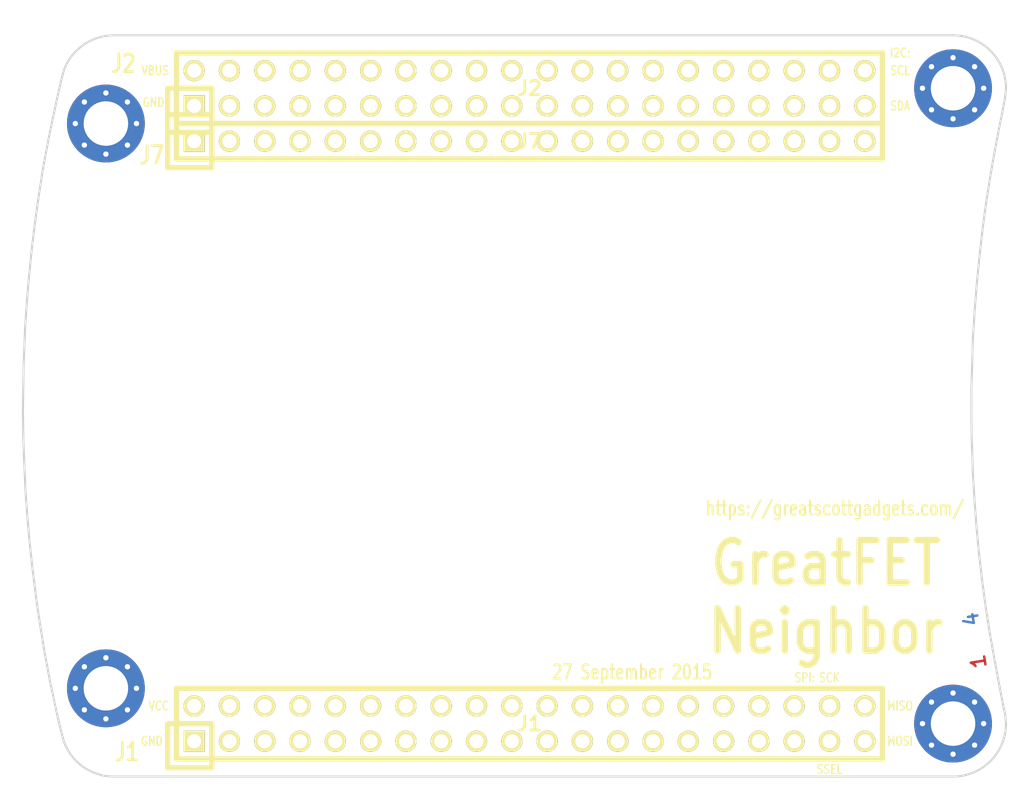
<source format=kicad_pcb>
(kicad_pcb (version 4) (host pcbnew "(2015-08-18 BZR 6102)-product")

  (general
    (links 41)
    (no_connects 0)
    (area 104.14 68.58 275.715801 199.465001)
    (thickness 1.6)
    (drawings 122)
    (tracks 0)
    (zones 0)
    (modules 7)
    (nets 4)
  )

  (page A4)
  (layers
    (0 F.Cu signal)
    (1 C2.Cu power)
    (2 C3.Cu power)
    (31 B.Cu signal)
    (33 F.Adhes user)
    (35 F.Paste user)
    (37 F.SilkS user)
    (39 F.Mask user)
    (40 Dwgs.User user)
    (41 Cmts.User user hide)
    (42 Eco1.User user)
    (43 Eco2.User user)
    (44 Edge.Cuts user)
    (45 Margin user)
    (47 F.CrtYd user)
    (49 F.Fab user)
  )

  (setup
    (last_trace_width 0.2032)
    (user_trace_width 0.3048)
    (user_trace_width 0.508)
    (trace_clearance 0.1524)
    (zone_clearance 0.254)
    (zone_45_only no)
    (trace_min 0.2032)
    (segment_width 0.15)
    (edge_width 0.15)
    (via_size 0.762)
    (via_drill 0.3302)
    (via_min_size 0.6858)
    (via_min_drill 0.3302)
    (user_via 1.016 0.508)
    (uvia_size 0.508)
    (uvia_drill 0.2032)
    (uvias_allowed no)
    (uvia_min_size 0)
    (uvia_min_drill 0)
    (pcb_text_width 0.3)
    (pcb_text_size 1.5 1.5)
    (mod_edge_width 0.2032)
    (mod_text_size 1 1)
    (mod_text_width 0.15)
    (pad_size 1.524 1.524)
    (pad_drill 0.762)
    (pad_to_mask_clearance 0.127)
    (pad_to_paste_clearance_ratio -0.05)
    (aux_axis_origin 0 0)
    (visible_elements FFFFFF7F)
    (pcbplotparams
      (layerselection 0x010a8_80000007)
      (usegerberextensions true)
      (excludeedgelayer true)
      (linewidth 0.100000)
      (plotframeref false)
      (viasonmask false)
      (mode 1)
      (useauxorigin false)
      (hpglpennumber 1)
      (hpglpenspeed 20)
      (hpglpendiameter 15)
      (hpglpenoverlay 2)
      (psnegative false)
      (psa4output false)
      (plotreference false)
      (plotvalue false)
      (plotinvisibletext false)
      (padsonsilk false)
      (subtractmaskfromsilk false)
      (outputformat 1)
      (mirror false)
      (drillshape 0)
      (scaleselection 1)
      (outputdirectory gerber))
  )

  (net 0 "")
  (net 1 GND)
  (net 2 VCC)
  (net 3 /VBUS)

  (net_class Default "This is the default net class."
    (clearance 0.1524)
    (trace_width 0.2032)
    (via_dia 0.762)
    (via_drill 0.3302)
    (uvia_dia 0.508)
    (uvia_drill 0.2032)
    (add_net /VBUS)
    (add_net GND)
    (add_net VCC)
  )

  (module gsg-modules:HEADER-1x20 (layer F.Cu) (tedit 560071ED) (tstamp 56008D0F)
    (at 146.05 76.2)
    (tags CONN)
    (path /560E713A)
    (fp_text reference J7 (at 0 0) (layer F.SilkS)
      (effects (font (size 1.016 1.016) (thickness 0.2032)))
    )
    (fp_text value BONUS_ROW (at -15.24 0) (layer F.SilkS) hide
      (effects (font (size 1.016 1.016) (thickness 0.2032)))
    )
    (fp_line (start -22.86 1.905) (end -22.86 -1.905) (layer F.SilkS) (width 0.381))
    (fp_line (start -22.86 -1.905) (end -26.035 -1.905) (layer F.SilkS) (width 0.381))
    (fp_line (start -26.035 -1.905) (end -26.035 1.905) (layer F.SilkS) (width 0.381))
    (fp_line (start -25.4 -1.27) (end -25.4 1.27) (layer F.SilkS) (width 0.381))
    (fp_line (start -25.4 1.27) (end 25.4 1.27) (layer F.SilkS) (width 0.381))
    (fp_line (start 25.4 1.27) (end 25.4 -1.27) (layer F.SilkS) (width 0.381))
    (fp_line (start 25.4 -1.27) (end -25.4 -1.27) (layer F.SilkS) (width 0.381))
    (fp_line (start -26.035 1.905) (end -22.86 1.905) (layer F.SilkS) (width 0.381))
    (pad 1 thru_hole rect (at -24.13 0) (size 1.524 1.524) (drill 1.016) (layers *.Cu *.Mask F.SilkS)
      (net 1 GND) (die_length 0.08382))
    (pad 2 thru_hole circle (at -21.59 0) (size 1.524 1.524) (drill 1.016) (layers *.Cu *.Mask F.SilkS)
      (die_length 0.06096))
    (pad 3 thru_hole circle (at -19.05 0) (size 1.524 1.524) (drill 1.016) (layers *.Cu *.Mask F.SilkS)
      (die_length 0.08382))
    (pad 4 thru_hole circle (at -16.51 0) (size 1.524 1.524) (drill 1.016) (layers *.Cu *.Mask F.SilkS)
      (die_length -2147.483648))
    (pad 5 thru_hole circle (at -13.97 0) (size 1.524 1.524) (drill 1.016) (layers *.Cu *.Mask F.SilkS)
      (die_length -2147.483648))
    (pad 6 thru_hole circle (at -11.43 0) (size 1.524 1.524) (drill 1.016) (layers *.Cu *.Mask F.SilkS)
      (die_length 0.7874))
    (pad 7 thru_hole circle (at -8.89 0) (size 1.524 1.524) (drill 1.016) (layers *.Cu *.Mask F.SilkS)
      (die_length -2147.483648))
    (pad 8 thru_hole circle (at -6.35 0) (size 1.524 1.524) (drill 1.016) (layers *.Cu *.Mask F.SilkS)
      (die_length -2147.483648))
    (pad 9 thru_hole circle (at -3.81 0) (size 1.524 1.524) (drill 1.016) (layers *.Cu *.Mask F.SilkS))
    (pad 10 thru_hole circle (at -1.27 0) (size 1.524 1.524) (drill 1.016) (layers *.Cu *.Mask F.SilkS)
      (net 1 GND))
    (pad 11 thru_hole circle (at 1.27 0) (size 1.524 1.524) (drill 1.016) (layers *.Cu *.Mask F.SilkS))
    (pad 12 thru_hole circle (at 3.81 0) (size 1.524 1.524) (drill 1.016) (layers *.Cu *.Mask F.SilkS))
    (pad 13 thru_hole circle (at 6.35 0) (size 1.524 1.524) (drill 1.016) (layers *.Cu *.Mask F.SilkS))
    (pad 14 thru_hole circle (at 8.89 0) (size 1.524 1.524) (drill 1.016) (layers *.Cu *.Mask F.SilkS))
    (pad 15 thru_hole circle (at 11.43 0) (size 1.524 1.524) (drill 1.016) (layers *.Cu *.Mask F.SilkS))
    (pad 16 thru_hole circle (at 13.97 0) (size 1.524 1.524) (drill 1.016) (layers *.Cu *.Mask F.SilkS))
    (pad 17 thru_hole circle (at 16.51 0) (size 1.524 1.524) (drill 1.016) (layers *.Cu *.Mask F.SilkS))
    (pad 18 thru_hole circle (at 19.05 0) (size 1.524 1.524) (drill 1.016) (layers *.Cu *.Mask F.SilkS))
    (pad 19 thru_hole circle (at 21.59 0) (size 1.524 1.524) (drill 1.016) (layers *.Cu *.Mask F.SilkS)
      (net 1 GND))
    (pad 20 thru_hole circle (at 24.13 0) (size 1.524 1.524) (drill 1.016) (layers *.Cu *.Mask F.SilkS)
      (net 2 VCC))
  )

  (module gsg-modules:HEADER-2x20 (layer F.Cu) (tedit 4F8A60EE) (tstamp 56008C89)
    (at 146.05 118.11)
    (tags CONN)
    (path /55FB1D52)
    (fp_text reference J1 (at 0 0) (layer F.SilkS)
      (effects (font (size 1.016 1.016) (thickness 0.2032)))
    )
    (fp_text value NEIGHBOR1 (at 0 0) (layer F.SilkS) hide
      (effects (font (size 1.016 1.016) (thickness 0.2032)))
    )
    (fp_line (start -25.4 -2.54) (end 25.4 -2.54) (layer F.SilkS) (width 0.381))
    (fp_line (start 25.4 -2.54) (end 25.4 2.54) (layer F.SilkS) (width 0.381))
    (fp_line (start 25.4 2.54) (end -25.4 2.54) (layer F.SilkS) (width 0.381))
    (fp_line (start -22.86 0) (end -26.035 0) (layer F.SilkS) (width 0.381))
    (fp_line (start -26.035 0) (end -26.035 3.175) (layer F.SilkS) (width 0.381))
    (fp_line (start -26.035 3.175) (end -22.86 3.175) (layer F.SilkS) (width 0.381))
    (fp_line (start -22.86 3.175) (end -22.86 0) (layer F.SilkS) (width 0.381))
    (fp_line (start -25.4 2.54) (end -25.4 -2.54) (layer F.SilkS) (width 0.381))
    (pad 1 thru_hole rect (at -24.13 1.27) (size 1.524 1.524) (drill 1.016) (layers *.Cu *.Mask F.SilkS)
      (net 1 GND) (die_length 0.08382))
    (pad 2 thru_hole circle (at -24.13 -1.27) (size 1.524 1.524) (drill 1.016) (layers *.Cu *.Mask F.SilkS)
      (net 2 VCC) (die_length -2147.483648))
    (pad 3 thru_hole circle (at -21.59 1.27) (size 1.524 1.524) (drill 1.016) (layers *.Cu *.Mask F.SilkS)
      (die_length 0.06096))
    (pad 4 thru_hole circle (at -21.59 -1.27) (size 1.524 1.524) (drill 1.016) (layers *.Cu *.Mask F.SilkS)
      (die_length -2147.483648))
    (pad 5 thru_hole circle (at -19.05 1.27) (size 1.524 1.524) (drill 1.016) (layers *.Cu *.Mask F.SilkS)
      (die_length 0.12192))
    (pad 6 thru_hole circle (at -19.05 -1.27) (size 1.524 1.524) (drill 1.016) (layers *.Cu *.Mask F.SilkS)
      (die_length 0.12192))
    (pad 7 thru_hole circle (at -16.51 1.27) (size 1.524 1.524) (drill 1.016) (layers *.Cu *.Mask F.SilkS)
      (die_length 0.12192))
    (pad 8 thru_hole circle (at -16.51 -1.27) (size 1.524 1.524) (drill 1.016) (layers *.Cu *.Mask F.SilkS)
      (die_length 0.08382))
    (pad 9 thru_hole circle (at -13.97 1.27) (size 1.524 1.524) (drill 1.016) (layers *.Cu *.Mask F.SilkS)
      (die_length -2147.483648))
    (pad 10 thru_hole circle (at -13.97 -1.27) (size 1.524 1.524) (drill 1.016) (layers *.Cu *.Mask F.SilkS)
      (die_length 0.24638))
    (pad 11 thru_hole circle (at -11.43 1.27) (size 1.524 1.524) (drill 1.016) (layers *.Cu *.Mask F.SilkS)
      (die_length -2147.483648))
    (pad 12 thru_hole circle (at -11.43 -1.27) (size 1.524 1.524) (drill 1.016) (layers *.Cu *.Mask F.SilkS)
      (die_length -2147.483648))
    (pad 13 thru_hole circle (at -8.89 1.27) (size 1.524 1.524) (drill 1.016) (layers *.Cu *.Mask F.SilkS)
      (die_length 0.10668))
    (pad 14 thru_hole circle (at -8.89 -1.27) (size 1.524 1.524) (drill 1.016) (layers *.Cu *.Mask F.SilkS)
      (die_length 0.04318))
    (pad 15 thru_hole circle (at -6.35 1.27) (size 1.524 1.524) (drill 1.016) (layers *.Cu *.Mask F.SilkS)
      (die_length 0.02286))
    (pad 16 thru_hole circle (at -6.35 -1.27) (size 1.524 1.524) (drill 1.016) (layers *.Cu *.Mask F.SilkS)
      (die_length 0.25146))
    (pad 17 thru_hole circle (at -3.81 1.27) (size 1.524 1.524) (drill 1.016) (layers *.Cu *.Mask F.SilkS)
      (die_length -2147.483648))
    (pad 18 thru_hole circle (at -3.81 -1.27) (size 1.524 1.524) (drill 1.016) (layers *.Cu *.Mask F.SilkS)
      (die_length -2147.483648))
    (pad 19 thru_hole circle (at -1.27 1.27) (size 1.524 1.524) (drill 1.016) (layers *.Cu *.Mask F.SilkS)
      (die_length 0.08382))
    (pad 20 thru_hole circle (at -1.27 -1.27) (size 1.524 1.524) (drill 1.016) (layers *.Cu *.Mask F.SilkS)
      (die_length 0.08382))
    (pad 21 thru_hole circle (at 1.27 1.27) (size 1.524 1.524) (drill 1.016) (layers *.Cu *.Mask F.SilkS)
      (die_length -2147.483648))
    (pad 22 thru_hole circle (at 1.27 -1.27) (size 1.524 1.524) (drill 1.016) (layers *.Cu *.Mask F.SilkS)
      (die_length 0.08382))
    (pad 23 thru_hole circle (at 3.81 1.27) (size 1.524 1.524) (drill 1.016) (layers *.Cu *.Mask F.SilkS)
      (die_length -2147.483648))
    (pad 24 thru_hole circle (at 3.81 -1.27) (size 1.524 1.524) (drill 1.016) (layers *.Cu *.Mask F.SilkS)
      (die_length -2147.483648))
    (pad 25 thru_hole circle (at 6.35 1.27) (size 1.524 1.524) (drill 1.016) (layers *.Cu *.Mask F.SilkS)
      (die_length 0.08382))
    (pad 26 thru_hole circle (at 6.35 -1.27) (size 1.524 1.524) (drill 1.016) (layers *.Cu *.Mask F.SilkS)
      (die_length -2147.483648))
    (pad 27 thru_hole circle (at 8.89 1.27) (size 1.524 1.524) (drill 1.016) (layers *.Cu *.Mask F.SilkS)
      (die_length -2147.483648))
    (pad 28 thru_hole circle (at 8.89 -1.27) (size 1.524 1.524) (drill 1.016) (layers *.Cu *.Mask F.SilkS)
      (die_length 0.08382))
    (pad 29 thru_hole circle (at 11.43 1.27) (size 1.524 1.524) (drill 1.016) (layers *.Cu *.Mask F.SilkS)
      (die_length 0.08382))
    (pad 30 thru_hole circle (at 11.43 -1.27) (size 1.524 1.524) (drill 1.016) (layers *.Cu *.Mask F.SilkS)
      (die_length -2147.483648))
    (pad 31 thru_hole circle (at 13.97 1.27) (size 1.524 1.524) (drill 1.016) (layers *.Cu *.Mask F.SilkS)
      (die_length 0.08382))
    (pad 32 thru_hole circle (at 13.97 -1.27) (size 1.524 1.524) (drill 1.016) (layers *.Cu *.Mask F.SilkS)
      (die_length -2147.483648))
    (pad 33 thru_hole circle (at 16.51 1.27) (size 1.524 1.524) (drill 1.016) (layers *.Cu *.Mask F.SilkS)
      (die_length -2147.483648))
    (pad 34 thru_hole circle (at 16.51 -1.27) (size 1.524 1.524) (drill 1.016) (layers *.Cu *.Mask F.SilkS)
      (die_length 0.08382))
    (pad 35 thru_hole circle (at 19.05 1.27) (size 1.524 1.524) (drill 1.016) (layers *.Cu *.Mask F.SilkS)
      (die_length -2147.483648))
    (pad 36 thru_hole circle (at 19.05 -1.27) (size 1.524 1.524) (drill 1.016) (layers *.Cu *.Mask F.SilkS)
      (die_length 0.08382))
    (pad 37 thru_hole circle (at 21.59 1.27) (size 1.524 1.524) (drill 1.016) (layers *.Cu *.Mask F.SilkS)
      (die_length 0.08382))
    (pad 38 thru_hole circle (at 21.59 -1.27) (size 1.524 1.524) (drill 1.016) (layers *.Cu *.Mask F.SilkS)
      (die_length -2147.483648))
    (pad 39 thru_hole circle (at 24.13 1.27) (size 1.524 1.524) (drill 1.016) (layers *.Cu *.Mask F.SilkS)
      (die_length 0.08382))
    (pad 40 thru_hole circle (at 24.13 -1.27) (size 1.524 1.524) (drill 1.016) (layers *.Cu *.Mask F.SilkS)
      (die_length 0.08382))
  )

  (module gsg-modules:HEADER-2x20 (layer F.Cu) (tedit 4F8A60EE) (tstamp 56008CB5)
    (at 146.05 72.39)
    (tags CONN)
    (path /55EAB4B7)
    (fp_text reference J2 (at 0 0) (layer F.SilkS)
      (effects (font (size 1.016 1.016) (thickness 0.2032)))
    )
    (fp_text value NEIGHBOR2 (at 0 0) (layer F.SilkS) hide
      (effects (font (size 1.016 1.016) (thickness 0.2032)))
    )
    (fp_line (start -25.4 -2.54) (end 25.4 -2.54) (layer F.SilkS) (width 0.381))
    (fp_line (start 25.4 -2.54) (end 25.4 2.54) (layer F.SilkS) (width 0.381))
    (fp_line (start 25.4 2.54) (end -25.4 2.54) (layer F.SilkS) (width 0.381))
    (fp_line (start -22.86 0) (end -26.035 0) (layer F.SilkS) (width 0.381))
    (fp_line (start -26.035 0) (end -26.035 3.175) (layer F.SilkS) (width 0.381))
    (fp_line (start -26.035 3.175) (end -22.86 3.175) (layer F.SilkS) (width 0.381))
    (fp_line (start -22.86 3.175) (end -22.86 0) (layer F.SilkS) (width 0.381))
    (fp_line (start -25.4 2.54) (end -25.4 -2.54) (layer F.SilkS) (width 0.381))
    (pad 1 thru_hole rect (at -24.13 1.27) (size 1.524 1.524) (drill 1.016) (layers *.Cu *.Mask F.SilkS)
      (net 1 GND) (die_length 0.08382))
    (pad 2 thru_hole circle (at -24.13 -1.27) (size 1.524 1.524) (drill 1.016) (layers *.Cu *.Mask F.SilkS)
      (net 3 /VBUS) (die_length -2147.483648))
    (pad 3 thru_hole circle (at -21.59 1.27) (size 1.524 1.524) (drill 1.016) (layers *.Cu *.Mask F.SilkS)
      (die_length 0.06096))
    (pad 4 thru_hole circle (at -21.59 -1.27) (size 1.524 1.524) (drill 1.016) (layers *.Cu *.Mask F.SilkS)
      (die_length -2147.483648))
    (pad 5 thru_hole circle (at -19.05 1.27) (size 1.524 1.524) (drill 1.016) (layers *.Cu *.Mask F.SilkS)
      (die_length 0.12192))
    (pad 6 thru_hole circle (at -19.05 -1.27) (size 1.524 1.524) (drill 1.016) (layers *.Cu *.Mask F.SilkS)
      (die_length 0.12192))
    (pad 7 thru_hole circle (at -16.51 1.27) (size 1.524 1.524) (drill 1.016) (layers *.Cu *.Mask F.SilkS)
      (die_length 0.12192))
    (pad 8 thru_hole circle (at -16.51 -1.27) (size 1.524 1.524) (drill 1.016) (layers *.Cu *.Mask F.SilkS)
      (die_length 0.08382))
    (pad 9 thru_hole circle (at -13.97 1.27) (size 1.524 1.524) (drill 1.016) (layers *.Cu *.Mask F.SilkS)
      (die_length -2147.483648))
    (pad 10 thru_hole circle (at -13.97 -1.27) (size 1.524 1.524) (drill 1.016) (layers *.Cu *.Mask F.SilkS)
      (die_length 0.24638))
    (pad 11 thru_hole circle (at -11.43 1.27) (size 1.524 1.524) (drill 1.016) (layers *.Cu *.Mask F.SilkS)
      (die_length -2147.483648))
    (pad 12 thru_hole circle (at -11.43 -1.27) (size 1.524 1.524) (drill 1.016) (layers *.Cu *.Mask F.SilkS)
      (die_length -2147.483648))
    (pad 13 thru_hole circle (at -8.89 1.27) (size 1.524 1.524) (drill 1.016) (layers *.Cu *.Mask F.SilkS)
      (die_length 0.10668))
    (pad 14 thru_hole circle (at -8.89 -1.27) (size 1.524 1.524) (drill 1.016) (layers *.Cu *.Mask F.SilkS)
      (die_length 0.04318))
    (pad 15 thru_hole circle (at -6.35 1.27) (size 1.524 1.524) (drill 1.016) (layers *.Cu *.Mask F.SilkS)
      (die_length 0.02286))
    (pad 16 thru_hole circle (at -6.35 -1.27) (size 1.524 1.524) (drill 1.016) (layers *.Cu *.Mask F.SilkS)
      (die_length 0.25146))
    (pad 17 thru_hole circle (at -3.81 1.27) (size 1.524 1.524) (drill 1.016) (layers *.Cu *.Mask F.SilkS)
      (die_length -2147.483648))
    (pad 18 thru_hole circle (at -3.81 -1.27) (size 1.524 1.524) (drill 1.016) (layers *.Cu *.Mask F.SilkS)
      (die_length -2147.483648))
    (pad 19 thru_hole circle (at -1.27 1.27) (size 1.524 1.524) (drill 1.016) (layers *.Cu *.Mask F.SilkS)
      (die_length 0.08382))
    (pad 20 thru_hole circle (at -1.27 -1.27) (size 1.524 1.524) (drill 1.016) (layers *.Cu *.Mask F.SilkS)
      (die_length 0.08382))
    (pad 21 thru_hole circle (at 1.27 1.27) (size 1.524 1.524) (drill 1.016) (layers *.Cu *.Mask F.SilkS)
      (die_length -2147.483648))
    (pad 22 thru_hole circle (at 1.27 -1.27) (size 1.524 1.524) (drill 1.016) (layers *.Cu *.Mask F.SilkS)
      (die_length 0.08382))
    (pad 23 thru_hole circle (at 3.81 1.27) (size 1.524 1.524) (drill 1.016) (layers *.Cu *.Mask F.SilkS)
      (die_length -2147.483648))
    (pad 24 thru_hole circle (at 3.81 -1.27) (size 1.524 1.524) (drill 1.016) (layers *.Cu *.Mask F.SilkS)
      (die_length -2147.483648))
    (pad 25 thru_hole circle (at 6.35 1.27) (size 1.524 1.524) (drill 1.016) (layers *.Cu *.Mask F.SilkS)
      (die_length 0.08382))
    (pad 26 thru_hole circle (at 6.35 -1.27) (size 1.524 1.524) (drill 1.016) (layers *.Cu *.Mask F.SilkS)
      (die_length -2147.483648))
    (pad 27 thru_hole circle (at 8.89 1.27) (size 1.524 1.524) (drill 1.016) (layers *.Cu *.Mask F.SilkS)
      (die_length -2147.483648))
    (pad 28 thru_hole circle (at 8.89 -1.27) (size 1.524 1.524) (drill 1.016) (layers *.Cu *.Mask F.SilkS)
      (die_length 0.08382))
    (pad 29 thru_hole circle (at 11.43 1.27) (size 1.524 1.524) (drill 1.016) (layers *.Cu *.Mask F.SilkS)
      (die_length 0.08382))
    (pad 30 thru_hole circle (at 11.43 -1.27) (size 1.524 1.524) (drill 1.016) (layers *.Cu *.Mask F.SilkS)
      (die_length -2147.483648))
    (pad 31 thru_hole circle (at 13.97 1.27) (size 1.524 1.524) (drill 1.016) (layers *.Cu *.Mask F.SilkS)
      (die_length 0.08382))
    (pad 32 thru_hole circle (at 13.97 -1.27) (size 1.524 1.524) (drill 1.016) (layers *.Cu *.Mask F.SilkS)
      (die_length -2147.483648))
    (pad 33 thru_hole circle (at 16.51 1.27) (size 1.524 1.524) (drill 1.016) (layers *.Cu *.Mask F.SilkS)
      (die_length -2147.483648))
    (pad 34 thru_hole circle (at 16.51 -1.27) (size 1.524 1.524) (drill 1.016) (layers *.Cu *.Mask F.SilkS)
      (die_length 0.08382))
    (pad 35 thru_hole circle (at 19.05 1.27) (size 1.524 1.524) (drill 1.016) (layers *.Cu *.Mask F.SilkS)
      (die_length -2147.483648))
    (pad 36 thru_hole circle (at 19.05 -1.27) (size 1.524 1.524) (drill 1.016) (layers *.Cu *.Mask F.SilkS)
      (die_length 0.08382))
    (pad 37 thru_hole circle (at 21.59 1.27) (size 1.524 1.524) (drill 1.016) (layers *.Cu *.Mask F.SilkS)
      (die_length 0.08382))
    (pad 38 thru_hole circle (at 21.59 -1.27) (size 1.524 1.524) (drill 1.016) (layers *.Cu *.Mask F.SilkS)
      (die_length -2147.483648))
    (pad 39 thru_hole circle (at 24.13 1.27) (size 1.524 1.524) (drill 1.016) (layers *.Cu *.Mask F.SilkS)
      (die_length 0.08382))
    (pad 40 thru_hole circle (at 24.13 -1.27) (size 1.524 1.524) (drill 1.016) (layers *.Cu *.Mask F.SilkS)
      (die_length 0.08382))
  )

  (module gsg-modules:HOLE126MIL-COPPER (layer F.Cu) (tedit 528F8568) (tstamp 56009D36)
    (at 115.57 74.93)
    (path /56010ADB)
    (fp_text reference MH1 (at 0 0) (layer F.SilkS) hide
      (effects (font (size 1.00076 1.00076) (thickness 0.2032)))
    )
    (fp_text value MOUNTING_HOLE (at 0 0) (layer F.SilkS) hide
      (effects (font (size 1.00076 1.00076) (thickness 0.2032)))
    )
    (pad 1 thru_hole circle (at 0 0) (size 5.6 5.6) (drill 3.2004) (layers *.Cu *.Mask)
      (net 1 GND))
    (pad 1 thru_hole circle (at 0 -2.2) (size 0.6 0.6) (drill 0.381) (layers *.Cu *.Mask)
      (net 1 GND))
    (pad 1 thru_hole circle (at -2.2 0) (size 0.6 0.6) (drill 0.381) (layers *.Cu *.Mask)
      (net 1 GND))
    (pad 1 thru_hole circle (at 0 2.2) (size 0.6 0.6) (drill 0.381) (layers *.Cu *.Mask)
      (net 1 GND))
    (pad 1 thru_hole circle (at 2.2 0) (size 0.6 0.6) (drill 0.381) (layers *.Cu *.Mask)
      (net 1 GND))
    (pad 1 thru_hole circle (at 1.55 -1.55) (size 0.6 0.6) (drill 0.381) (layers *.Cu *.Mask)
      (net 1 GND))
    (pad 1 thru_hole circle (at -1.55 -1.55) (size 0.6 0.6) (drill 0.381) (layers *.Cu *.Mask)
      (net 1 GND))
    (pad 1 thru_hole circle (at -1.55 1.55) (size 0.6 0.6) (drill 0.381) (layers *.Cu *.Mask)
      (net 1 GND))
    (pad 1 thru_hole circle (at 1.55 1.55) (size 0.6 0.6) (drill 0.381) (layers *.Cu *.Mask)
      (net 1 GND))
  )

  (module gsg-modules:HOLE126MIL-COPPER (layer F.Cu) (tedit 528F8568) (tstamp 56009D43)
    (at 115.57 115.57)
    (path /56010AE9)
    (fp_text reference MH2 (at 0 0) (layer F.SilkS) hide
      (effects (font (size 1.00076 1.00076) (thickness 0.2032)))
    )
    (fp_text value MOUNTING_HOLE (at 0 0) (layer F.SilkS) hide
      (effects (font (size 1.00076 1.00076) (thickness 0.2032)))
    )
    (pad 1 thru_hole circle (at 0 0) (size 5.6 5.6) (drill 3.2004) (layers *.Cu *.Mask)
      (net 1 GND))
    (pad 1 thru_hole circle (at 0 -2.2) (size 0.6 0.6) (drill 0.381) (layers *.Cu *.Mask)
      (net 1 GND))
    (pad 1 thru_hole circle (at -2.2 0) (size 0.6 0.6) (drill 0.381) (layers *.Cu *.Mask)
      (net 1 GND))
    (pad 1 thru_hole circle (at 0 2.2) (size 0.6 0.6) (drill 0.381) (layers *.Cu *.Mask)
      (net 1 GND))
    (pad 1 thru_hole circle (at 2.2 0) (size 0.6 0.6) (drill 0.381) (layers *.Cu *.Mask)
      (net 1 GND))
    (pad 1 thru_hole circle (at 1.55 -1.55) (size 0.6 0.6) (drill 0.381) (layers *.Cu *.Mask)
      (net 1 GND))
    (pad 1 thru_hole circle (at -1.55 -1.55) (size 0.6 0.6) (drill 0.381) (layers *.Cu *.Mask)
      (net 1 GND))
    (pad 1 thru_hole circle (at -1.55 1.55) (size 0.6 0.6) (drill 0.381) (layers *.Cu *.Mask)
      (net 1 GND))
    (pad 1 thru_hole circle (at 1.55 1.55) (size 0.6 0.6) (drill 0.381) (layers *.Cu *.Mask)
      (net 1 GND))
  )

  (module gsg-modules:HOLE126MIL-COPPER (layer F.Cu) (tedit 528F8568) (tstamp 56009D50)
    (at 176.53 118.11)
    (path /5600EED5)
    (fp_text reference MH3 (at 0 0) (layer F.SilkS) hide
      (effects (font (size 1.00076 1.00076) (thickness 0.2032)))
    )
    (fp_text value MOUNTING_HOLE (at 0 0) (layer F.SilkS) hide
      (effects (font (size 1.00076 1.00076) (thickness 0.2032)))
    )
    (pad 1 thru_hole circle (at 0 0) (size 5.6 5.6) (drill 3.2004) (layers *.Cu *.Mask)
      (net 1 GND))
    (pad 1 thru_hole circle (at 0 -2.2) (size 0.6 0.6) (drill 0.381) (layers *.Cu *.Mask)
      (net 1 GND))
    (pad 1 thru_hole circle (at -2.2 0) (size 0.6 0.6) (drill 0.381) (layers *.Cu *.Mask)
      (net 1 GND))
    (pad 1 thru_hole circle (at 0 2.2) (size 0.6 0.6) (drill 0.381) (layers *.Cu *.Mask)
      (net 1 GND))
    (pad 1 thru_hole circle (at 2.2 0) (size 0.6 0.6) (drill 0.381) (layers *.Cu *.Mask)
      (net 1 GND))
    (pad 1 thru_hole circle (at 1.55 -1.55) (size 0.6 0.6) (drill 0.381) (layers *.Cu *.Mask)
      (net 1 GND))
    (pad 1 thru_hole circle (at -1.55 -1.55) (size 0.6 0.6) (drill 0.381) (layers *.Cu *.Mask)
      (net 1 GND))
    (pad 1 thru_hole circle (at -1.55 1.55) (size 0.6 0.6) (drill 0.381) (layers *.Cu *.Mask)
      (net 1 GND))
    (pad 1 thru_hole circle (at 1.55 1.55) (size 0.6 0.6) (drill 0.381) (layers *.Cu *.Mask)
      (net 1 GND))
  )

  (module gsg-modules:HOLE126MIL-COPPER (layer F.Cu) (tedit 528F8568) (tstamp 56009D5D)
    (at 176.53 72.39)
    (path /560100F3)
    (fp_text reference MH4 (at 0 0) (layer F.SilkS) hide
      (effects (font (size 1.00076 1.00076) (thickness 0.2032)))
    )
    (fp_text value MOUNTING_HOLE (at 0 0) (layer F.SilkS) hide
      (effects (font (size 1.00076 1.00076) (thickness 0.2032)))
    )
    (pad 1 thru_hole circle (at 0 0) (size 5.6 5.6) (drill 3.2004) (layers *.Cu *.Mask)
      (net 1 GND))
    (pad 1 thru_hole circle (at 0 -2.2) (size 0.6 0.6) (drill 0.381) (layers *.Cu *.Mask)
      (net 1 GND))
    (pad 1 thru_hole circle (at -2.2 0) (size 0.6 0.6) (drill 0.381) (layers *.Cu *.Mask)
      (net 1 GND))
    (pad 1 thru_hole circle (at 0 2.2) (size 0.6 0.6) (drill 0.381) (layers *.Cu *.Mask)
      (net 1 GND))
    (pad 1 thru_hole circle (at 2.2 0) (size 0.6 0.6) (drill 0.381) (layers *.Cu *.Mask)
      (net 1 GND))
    (pad 1 thru_hole circle (at 1.55 -1.55) (size 0.6 0.6) (drill 0.381) (layers *.Cu *.Mask)
      (net 1 GND))
    (pad 1 thru_hole circle (at -1.55 -1.55) (size 0.6 0.6) (drill 0.381) (layers *.Cu *.Mask)
      (net 1 GND))
    (pad 1 thru_hole circle (at -1.55 1.55) (size 0.6 0.6) (drill 0.381) (layers *.Cu *.Mask)
      (net 1 GND))
    (pad 1 thru_hole circle (at 1.55 1.55) (size 0.6 0.6) (drill 0.381) (layers *.Cu *.Mask)
      (net 1 GND))
  )

  (gr_line (start 109.6772 98.933) (end 109.728 99.9998) (angle 90) (layer Edge.Cuts) (width 0.15))
  (gr_line (start 109.6264 97.4852) (end 109.6772 98.933) (angle 90) (layer Edge.Cuts) (width 0.15))
  (gr_line (start 109.601 95.5802) (end 109.6264 97.4852) (angle 90) (layer Edge.Cuts) (width 0.15))
  (gr_line (start 109.6264 93.726) (end 109.601 95.5802) (angle 90) (layer Edge.Cuts) (width 0.15))
  (gr_line (start 109.6518 92.1766) (end 109.6264 93.726) (angle 90) (layer Edge.Cuts) (width 0.15))
  (gr_line (start 109.728 90.5002) (end 109.6518 92.1766) (angle 90) (layer Edge.Cuts) (width 0.15))
  (gr_line (start 177.927 99.0346) (end 177.9524 99.9998) (angle 90) (layer Edge.Cuts) (width 0.15))
  (gr_line (start 177.8762 97.79) (end 177.927 99.0346) (angle 90) (layer Edge.Cuts) (width 0.15))
  (gr_line (start 177.8508 96.393) (end 177.8762 97.79) (angle 90) (layer Edge.Cuts) (width 0.15))
  (gr_line (start 177.8508 95.123) (end 177.8508 96.393) (angle 90) (layer Edge.Cuts) (width 0.15))
  (gr_line (start 177.8508 94.0054) (end 177.8508 95.123) (angle 90) (layer Edge.Cuts) (width 0.15))
  (gr_line (start 177.9016 92.3544) (end 177.8508 94.0054) (angle 90) (layer Edge.Cuts) (width 0.15))
  (gr_line (start 177.9524 90.5002) (end 177.9016 92.3544) (angle 90) (layer Edge.Cuts) (width 0.15))
  (gr_text "27 September 2015" (at 153.4414 114.4016) (layer F.SilkS) (tstamp 560474D3)
    (effects (font (size 1.016 0.762) (thickness 0.1524)))
  )
  (gr_text 4 (at 177.8508 110.5916 98.9) (layer B.Cu)
    (effects (font (size 1.016 1.016) (thickness 0.1778)))
  )
  (gr_text 3 (at 178.0286 111.633 98.9) (layer C3.Cu)
    (effects (font (size 1.016 1.016) (thickness 0.1778)))
  )
  (gr_text 2 (at 178.181 112.6236 98.9) (layer C2.Cu)
    (effects (font (size 1.016 1.016) (thickness 0.1778)))
  )
  (gr_text 1 (at 178.3588 113.6396 98.9) (layer F.Cu)
    (effects (font (size 1.016 1.016) (thickness 0.1778)))
  )
  (gr_text https://greatscottgadgets.com/ (at 168.021 102.616) (layer F.SilkS) (tstamp 5604731D)
    (effects (font (size 1.016 0.762) (thickness 0.1524)))
  )
  (gr_text GND (at 118.999 73.406) (layer F.SilkS) (tstamp 56047187)
    (effects (font (size 0.635 0.508) (thickness 0.1016)))
  )
  (gr_text VBUS (at 119.126 71.12) (layer F.SilkS) (tstamp 5604717B)
    (effects (font (size 0.635 0.508) (thickness 0.1016)))
  )
  (gr_text VCC (at 119.38 116.84) (layer F.SilkS) (tstamp 5604716F)
    (effects (font (size 0.635 0.508) (thickness 0.1016)))
  )
  (gr_text GND (at 118.872 119.38) (layer F.SilkS) (tstamp 56047160)
    (effects (font (size 0.635 0.508) (thickness 0.1016)))
  )
  (gr_text SPI: (at 165.862 114.808) (layer F.SilkS) (tstamp 56047136)
    (effects (font (size 0.635 0.508) (thickness 0.1016)))
  )
  (gr_text I2C: (at 172.72 69.85) (layer F.SilkS) (tstamp 56047105)
    (effects (font (size 0.635 0.508) (thickness 0.1016)))
  )
  (gr_text SCL (at 172.72 71.12) (layer F.SilkS) (tstamp 560470D5)
    (effects (font (size 0.635 0.508) (thickness 0.1016)))
  )
  (gr_text SDA (at 172.72 73.66) (layer F.SilkS) (tstamp 560470CC)
    (effects (font (size 0.635 0.508) (thickness 0.1016)))
  )
  (gr_text SCK (at 167.64 114.808) (layer F.SilkS) (tstamp 560470C2)
    (effects (font (size 0.635 0.508) (thickness 0.1016)))
  )
  (gr_text SSEL (at 167.64 121.412) (layer F.SilkS) (tstamp 560470B5)
    (effects (font (size 0.635 0.508) (thickness 0.1016)))
  )
  (gr_text MISO (at 172.72 116.84) (layer F.SilkS) (tstamp 5604709A)
    (effects (font (size 0.635 0.508) (thickness 0.1016)))
  )
  (gr_text MOSI (at 172.72 119.38) (layer F.SilkS) (tstamp 56047061)
    (effects (font (size 0.635 0.508) (thickness 0.1016)))
  )
  (gr_text J7 (at 118.872 77.216) (layer F.SilkS) (tstamp 56046FC0)
    (effects (font (size 1.27 1.016) (thickness 0.2032)))
  )
  (gr_text J2 (at 116.84 70.612) (layer F.SilkS) (tstamp 56046F86)
    (effects (font (size 1.27 1.016) (thickness 0.2032)))
  )
  (gr_text J1 (at 117.094 120.142) (layer F.SilkS) (tstamp 56046F78)
    (effects (font (size 1.27 1.016) (thickness 0.2032)))
  )
  (gr_line (start 180.2638 73.1266) (end 180.34 72.39) (angle 90) (layer Edge.Cuts) (width 0.15))
  (gr_line (start 109.7788 101.2952) (end 109.728 99.9998) (angle 90) (layer Edge.Cuts) (width 0.15))
  (gr_line (start 109.9058 103.0224) (end 109.7788 101.2952) (angle 90) (layer Edge.Cuts) (width 0.15))
  (gr_line (start 110.0582 104.8512) (end 109.9058 103.0224) (angle 90) (layer Edge.Cuts) (width 0.15))
  (gr_line (start 110.2614 106.7308) (end 110.0582 104.8512) (angle 90) (layer Edge.Cuts) (width 0.15))
  (gr_line (start 110.5154 108.8136) (end 110.2614 106.7308) (angle 90) (layer Edge.Cuts) (width 0.15))
  (gr_line (start 110.7948 110.744) (end 110.5154 108.8136) (angle 90) (layer Edge.Cuts) (width 0.15))
  (gr_line (start 111.1504 112.9284) (end 110.7948 110.744) (angle 90) (layer Edge.Cuts) (width 0.15))
  (gr_line (start 111.5314 114.9858) (end 111.1504 112.9284) (angle 90) (layer Edge.Cuts) (width 0.15))
  (gr_line (start 112.0902 117.602) (end 111.5314 114.9858) (angle 90) (layer Edge.Cuts) (width 0.15))
  (gr_line (start 112.3442 118.6434) (end 112.0902 117.602) (angle 90) (layer Edge.Cuts) (width 0.15))
  (gr_line (start 112.4458 119.0244) (end 112.3442 118.6434) (angle 90) (layer Edge.Cuts) (width 0.15))
  (gr_line (start 112.5474 119.4054) (end 112.4458 119.0244) (angle 90) (layer Edge.Cuts) (width 0.15))
  (gr_line (start 112.6998 119.761) (end 112.5474 119.4054) (angle 90) (layer Edge.Cuts) (width 0.15))
  (gr_line (start 112.8776 120.0912) (end 112.6998 119.761) (angle 90) (layer Edge.Cuts) (width 0.15))
  (gr_line (start 113.03 120.3198) (end 112.8776 120.0912) (angle 90) (layer Edge.Cuts) (width 0.15))
  (gr_line (start 113.2586 120.6246) (end 113.03 120.3198) (angle 90) (layer Edge.Cuts) (width 0.15))
  (gr_line (start 113.4872 120.8532) (end 113.2586 120.6246) (angle 90) (layer Edge.Cuts) (width 0.15))
  (gr_line (start 113.7412 121.0818) (end 113.4872 120.8532) (angle 90) (layer Edge.Cuts) (width 0.15))
  (gr_line (start 114.0968 121.3358) (end 113.7412 121.0818) (angle 90) (layer Edge.Cuts) (width 0.15))
  (gr_line (start 114.3762 121.4882) (end 114.0968 121.3358) (angle 90) (layer Edge.Cuts) (width 0.15))
  (gr_line (start 114.7572 121.666) (end 114.3762 121.4882) (angle 90) (layer Edge.Cuts) (width 0.15))
  (gr_line (start 115.2398 121.8184) (end 114.7572 121.666) (angle 90) (layer Edge.Cuts) (width 0.15))
  (gr_line (start 115.6462 121.8946) (end 115.2398 121.8184) (angle 90) (layer Edge.Cuts) (width 0.15))
  (gr_line (start 116.1288 121.92) (end 115.6462 121.8946) (angle 90) (layer Edge.Cuts) (width 0.15))
  (gr_line (start 109.7534 89.7128) (end 109.728 90.5002) (angle 90) (layer Edge.Cuts) (width 0.15))
  (gr_line (start 109.8804 87.7824) (end 109.7534 89.7128) (angle 90) (layer Edge.Cuts) (width 0.15))
  (gr_line (start 110.0074 86.2584) (end 109.8804 87.7824) (angle 90) (layer Edge.Cuts) (width 0.15))
  (gr_line (start 110.2106 84.201) (end 110.0074 86.2584) (angle 90) (layer Edge.Cuts) (width 0.15))
  (gr_line (start 110.4392 82.2706) (end 110.2106 84.201) (angle 90) (layer Edge.Cuts) (width 0.15))
  (gr_line (start 110.7186 80.264) (end 110.4392 82.2706) (angle 90) (layer Edge.Cuts) (width 0.15))
  (gr_line (start 111.0488 78.1304) (end 110.7186 80.264) (angle 90) (layer Edge.Cuts) (width 0.15))
  (gr_line (start 111.4806 75.8444) (end 111.0488 78.1304) (angle 90) (layer Edge.Cuts) (width 0.15))
  (gr_line (start 112.014 73.3298) (end 111.4806 75.8444) (angle 90) (layer Edge.Cuts) (width 0.15))
  (gr_line (start 112.3188 71.9582) (end 112.014 73.3298) (angle 90) (layer Edge.Cuts) (width 0.15))
  (gr_line (start 112.395 71.6788) (end 112.3188 71.9582) (angle 90) (layer Edge.Cuts) (width 0.15))
  (gr_line (start 112.4712 71.374) (end 112.395 71.6788) (angle 90) (layer Edge.Cuts) (width 0.15))
  (gr_line (start 112.5474 71.0946) (end 112.4712 71.374) (angle 90) (layer Edge.Cuts) (width 0.15))
  (gr_line (start 112.649 70.8406) (end 112.5474 71.0946) (angle 90) (layer Edge.Cuts) (width 0.15))
  (gr_line (start 112.8268 70.485) (end 112.649 70.8406) (angle 90) (layer Edge.Cuts) (width 0.15))
  (gr_line (start 113.0046 70.2056) (end 112.8268 70.485) (angle 90) (layer Edge.Cuts) (width 0.15))
  (gr_line (start 113.1824 69.977) (end 113.0046 70.2056) (angle 90) (layer Edge.Cuts) (width 0.15))
  (gr_line (start 113.3856 69.7484) (end 113.1824 69.977) (angle 90) (layer Edge.Cuts) (width 0.15))
  (gr_line (start 113.6904 69.469) (end 113.3856 69.7484) (angle 90) (layer Edge.Cuts) (width 0.15))
  (gr_line (start 114.0206 69.215) (end 113.6904 69.469) (angle 90) (layer Edge.Cuts) (width 0.15))
  (gr_line (start 114.3762 69.0118) (end 114.0206 69.215) (angle 90) (layer Edge.Cuts) (width 0.15))
  (gr_line (start 114.8334 68.8086) (end 114.3762 69.0118) (angle 90) (layer Edge.Cuts) (width 0.15))
  (gr_line (start 115.2398 68.6816) (end 114.8334 68.8086) (angle 90) (layer Edge.Cuts) (width 0.15))
  (gr_line (start 115.697 68.6054) (end 115.2398 68.6816) (angle 90) (layer Edge.Cuts) (width 0.15))
  (gr_line (start 116.1288 68.58) (end 115.697 68.6054) (angle 90) (layer Edge.Cuts) (width 0.15))
  (gr_line (start 180.2892 117.5004) (end 180.34 118.11) (angle 90) (layer Edge.Cuts) (width 0.15))
  (gr_line (start 180.1368 116.7892) (end 180.2892 117.5004) (angle 90) (layer Edge.Cuts) (width 0.15))
  (gr_line (start 179.8828 115.4684) (end 180.1368 116.7892) (angle 90) (layer Edge.Cuts) (width 0.15))
  (gr_line (start 179.5526 113.7158) (end 179.8828 115.4684) (angle 90) (layer Edge.Cuts) (width 0.15))
  (gr_line (start 179.2224 111.887) (end 179.5526 113.7158) (angle 90) (layer Edge.Cuts) (width 0.15))
  (gr_line (start 178.8922 109.8042) (end 179.2224 111.887) (angle 90) (layer Edge.Cuts) (width 0.15))
  (gr_line (start 178.6382 107.9246) (end 178.8922 109.8042) (angle 90) (layer Edge.Cuts) (width 0.15))
  (gr_line (start 178.4096 105.9942) (end 178.6382 107.9246) (angle 90) (layer Edge.Cuts) (width 0.15))
  (gr_line (start 178.2318 104.1146) (end 178.4096 105.9942) (angle 90) (layer Edge.Cuts) (width 0.15))
  (gr_line (start 178.0794 102.108) (end 178.2318 104.1146) (angle 90) (layer Edge.Cuts) (width 0.15))
  (gr_line (start 177.9524 99.9998) (end 178.0794 102.108) (angle 90) (layer Edge.Cuts) (width 0.15))
  (gr_line (start 180.1368 73.8124) (end 180.2638 73.1266) (angle 90) (layer Edge.Cuts) (width 0.15))
  (gr_line (start 179.8066 75.438) (end 180.1368 73.8124) (angle 90) (layer Edge.Cuts) (width 0.15))
  (gr_line (start 179.5018 77.0636) (end 179.8066 75.438) (angle 90) (layer Edge.Cuts) (width 0.15))
  (gr_line (start 179.197 78.8162) (end 179.5018 77.0636) (angle 90) (layer Edge.Cuts) (width 0.15))
  (gr_line (start 178.9176 80.5688) (end 179.197 78.8162) (angle 90) (layer Edge.Cuts) (width 0.15))
  (gr_line (start 178.6636 82.4484) (end 178.9176 80.5688) (angle 90) (layer Edge.Cuts) (width 0.15))
  (gr_line (start 178.4604 84.2264) (end 178.6636 82.4484) (angle 90) (layer Edge.Cuts) (width 0.15))
  (gr_line (start 178.2572 86.233) (end 178.4604 84.2264) (angle 90) (layer Edge.Cuts) (width 0.15))
  (gr_line (start 178.0794 88.4682) (end 178.2572 86.233) (angle 90) (layer Edge.Cuts) (width 0.15))
  (gr_line (start 177.9524 90.5002) (end 178.0794 88.4682) (angle 90) (layer Edge.Cuts) (width 0.15))
  (gr_arc (start 116.1288 72.39) (end 116.1288 68.58) (angle -70) (layer Cmts.User) (width 0.15))
  (gr_arc (start 176.53 118.11) (end 180.34 118.11) (angle 90) (layer Edge.Cuts) (width 0.15))
  (gr_arc (start 279.4508 95.25) (end 177.8508 95.25) (angle 12.5) (layer Cmts.User) (width 0.15))
  (gr_text "GreatFET\nNeighbor" (at 167.386 109.0168) (layer F.SilkS)
    (effects (font (size 3.048 2.54) (thickness 0.4572)))
  )
  (gr_line (start 112.268 118.364) (end 112.5474 119.4054) (angle 90) (layer Cmts.User) (width 0.15))
  (gr_line (start 112.2934 72.0598) (end 112.5474 71.0946) (angle 90) (layer Cmts.User) (width 0.15))
  (gr_arc (start 211.201 95.25) (end 109.601 95.25) (angle -13.2) (layer Cmts.User) (width 0.15) (tstamp 56023987))
  (gr_arc (start 211.201 95.25) (end 109.601 95.25) (angle 13.2) (layer Cmts.User) (width 0.15) (tstamp 56023945))
  (gr_arc (start 279.4508 95.25) (end 177.8508 95.25) (angle -12.5) (layer Cmts.User) (width 0.15) (tstamp 560238D2))
  (gr_circle (center 115.57 115.57) (end 115.57 119.38) (layer Cmts.User) (width 0.2032) (tstamp 560232CB))
  (gr_circle (center 115.57 74.93) (end 115.57 71.12) (layer Cmts.User) (width 0.2032) (tstamp 56023137))
  (gr_arc (start 116.1288 118.11) (end 116.1288 121.92) (angle 70) (layer Cmts.User) (width 0.15))
  (gr_circle (center 176.53 118.11) (end 176.53 121.92) (layer Cmts.User) (width 0.2032))
  (gr_circle (center 176.53 72.39) (end 176.53 68.58) (layer Cmts.User) (width 0.2032))
  (gr_arc (start 176.53 72.39) (end 176.53 68.58) (angle 90) (layer Edge.Cuts) (width 0.15))
  (gr_line (start 176.53 121.92) (end 116.1288 121.92) (angle 90) (layer Edge.Cuts) (width 0.15))
  (gr_line (start 116.1288 68.58) (end 176.53 68.58) (angle 90) (layer Edge.Cuts) (width 0.15))

  (zone (net 2) (net_name VCC) (layer C3.Cu) (tstamp 0) (hatch edge 0.508)
    (connect_pads (clearance 0.254))
    (min_thickness 0.254)
    (fill yes (arc_segments 16) (thermal_gap 0.254) (thermal_bridge_width 0.508))
    (polygon
      (pts
        (xy 107.95 66.04) (xy 181.61 66.04) (xy 181.5084 109.0422) (xy 176.2506 109.8296) (xy 177.1142 114.7826)
        (xy 181.61 114.0714) (xy 181.61 124.46) (xy 107.95 124.46)
      )
    )
    (filled_polygon
      (pts
        (xy 177.810102 69.299562) (xy 178.895319 70.024681) (xy 179.620438 71.109898) (xy 179.879343 72.411499) (xy 179.812101 73.061507)
        (xy 179.689133 73.725533) (xy 179.359726 75.347229) (xy 179.359712 75.350722) (xy 179.35841 75.353965) (xy 179.05361 76.979564)
        (xy 179.053644 76.982618) (xy 179.052543 76.985468) (xy 178.747743 78.738068) (xy 178.747822 78.741341) (xy 178.746686 78.744411)
        (xy 178.467286 80.497011) (xy 178.467497 80.502522) (xy 178.465708 80.507733) (xy 178.211707 82.387333) (xy 178.212002 82.392088)
        (xy 178.210549 82.396623) (xy 178.007349 84.174623) (xy 178.007595 84.177601) (xy 178.00672 84.180458) (xy 177.80352 86.187058)
        (xy 177.803996 86.192034) (xy 177.802636 86.196842) (xy 177.624836 88.432041) (xy 177.625295 88.43595) (xy 177.624288 88.439755)
        (xy 177.497288 90.471756) (xy 177.498372 90.479798) (xy 177.496571 90.487711) (xy 177.445789 92.341241) (xy 177.395016 93.991376)
        (xy 177.396191 93.998407) (xy 177.3948 94.0054) (xy 177.3948 96.393) (xy 177.395623 96.397137) (xy 177.394875 96.40129)
        (xy 177.420275 97.79829) (xy 177.421392 97.803415) (xy 177.420579 97.808597) (xy 177.471246 99.049933) (xy 177.496558 100.011796)
        (xy 177.49829 100.019447) (xy 177.497225 100.02722) (xy 177.624225 102.13542) (xy 177.625146 102.138932) (xy 177.62471 102.142533)
        (xy 177.77711 104.149133) (xy 177.778265 104.15327) (xy 177.777827 104.157543) (xy 177.955627 106.037144) (xy 177.957192 106.042377)
        (xy 177.956764 106.047825) (xy 178.185364 107.978225) (xy 178.186544 107.981855) (xy 178.186307 107.985667) (xy 178.375139 109.383017)
        (xy 176.23179 109.704001) (xy 176.184407 109.721214) (xy 176.147454 109.755506) (xy 176.126754 109.801473) (xy 176.125488 109.851414)
        (xy 176.989088 114.804414) (xy 177.007432 114.851372) (xy 177.0426 114.887492) (xy 177.08905 114.907085) (xy 177.134044 114.90804)
        (xy 179.250134 114.573292) (xy 179.434684 115.552828) (xy 179.435011 115.55364) (xy 179.435005 115.554514) (xy 179.689005 116.875314)
        (xy 179.69085 116.879849) (xy 179.690922 116.884745) (xy 179.837201 117.56738) (xy 179.880248 118.083949) (xy 179.620438 119.390102)
        (xy 178.895319 120.475319) (xy 177.810102 121.200438) (xy 176.485089 121.464) (xy 116.140797 121.464) (xy 115.70044 121.440823)
        (xy 115.350878 121.37528) (xy 114.922979 121.240154) (xy 114.581983 121.081022) (xy 114.339392 120.948699) (xy 114.027152 120.725671)
        (xy 113.801168 120.522286) (xy 113.603954 120.325072) (xy 113.402393 120.056324) (xy 113.26892 119.856114) (xy 113.110924 119.562693)
        (xy 112.979512 119.256064) (xy 112.886403 118.906906) (xy 112.786057 118.53061) (xy 112.534771 117.500335) (xy 112.257022 116.199964)
        (xy 112.38845 116.199964) (xy 112.871707 117.369537) (xy 113.765756 118.265148) (xy 114.934484 118.750446) (xy 116.199964 118.75155)
        (xy 116.52318 118.618) (xy 120.769536 118.618) (xy 120.769536 120.142) (xy 120.796103 120.28319) (xy 120.879546 120.412865)
        (xy 121.006866 120.499859) (xy 121.158 120.530464) (xy 122.682 120.530464) (xy 122.82319 120.503897) (xy 122.952865 120.420454)
        (xy 123.039859 120.293134) (xy 123.070464 120.142) (xy 123.070464 119.606359) (xy 123.316802 119.606359) (xy 123.490446 120.026612)
        (xy 123.811697 120.348423) (xy 124.231646 120.522801) (xy 124.686359 120.523198) (xy 125.106612 120.349554) (xy 125.428423 120.028303)
        (xy 125.602801 119.608354) (xy 125.602802 119.606359) (xy 125.856802 119.606359) (xy 126.030446 120.026612) (xy 126.351697 120.348423)
        (xy 126.771646 120.522801) (xy 127.226359 120.523198) (xy 127.646612 120.349554) (xy 127.968423 120.028303) (xy 128.142801 119.608354)
        (xy 128.142802 119.606359) (xy 128.396802 119.606359) (xy 128.570446 120.026612) (xy 128.891697 120.348423) (xy 129.311646 120.522801)
        (xy 129.766359 120.523198) (xy 130.186612 120.349554) (xy 130.508423 120.028303) (xy 130.682801 119.608354) (xy 130.682802 119.606359)
        (xy 130.936802 119.606359) (xy 131.110446 120.026612) (xy 131.431697 120.348423) (xy 131.851646 120.522801) (xy 132.306359 120.523198)
        (xy 132.726612 120.349554) (xy 133.048423 120.028303) (xy 133.222801 119.608354) (xy 133.222802 119.606359) (xy 133.476802 119.606359)
        (xy 133.650446 120.026612) (xy 133.971697 120.348423) (xy 134.391646 120.522801) (xy 134.846359 120.523198) (xy 135.266612 120.349554)
        (xy 135.588423 120.028303) (xy 135.762801 119.608354) (xy 135.762802 119.606359) (xy 136.016802 119.606359) (xy 136.190446 120.026612)
        (xy 136.511697 120.348423) (xy 136.931646 120.522801) (xy 137.386359 120.523198) (xy 137.806612 120.349554) (xy 138.128423 120.028303)
        (xy 138.302801 119.608354) (xy 138.302802 119.606359) (xy 138.556802 119.606359) (xy 138.730446 120.026612) (xy 139.051697 120.348423)
        (xy 139.471646 120.522801) (xy 139.926359 120.523198) (xy 140.346612 120.349554) (xy 140.668423 120.028303) (xy 140.842801 119.608354)
        (xy 140.842802 119.606359) (xy 141.096802 119.606359) (xy 141.270446 120.026612) (xy 141.591697 120.348423) (xy 142.011646 120.522801)
        (xy 142.466359 120.523198) (xy 142.886612 120.349554) (xy 143.208423 120.028303) (xy 143.382801 119.608354) (xy 143.382802 119.606359)
        (xy 143.636802 119.606359) (xy 143.810446 120.026612) (xy 144.131697 120.348423) (xy 144.551646 120.522801) (xy 145.006359 120.523198)
        (xy 145.426612 120.349554) (xy 145.748423 120.028303) (xy 145.922801 119.608354) (xy 145.922802 119.606359) (xy 146.176802 119.606359)
        (xy 146.350446 120.026612) (xy 146.671697 120.348423) (xy 147.091646 120.522801) (xy 147.546359 120.523198) (xy 147.966612 120.349554)
        (xy 148.288423 120.028303) (xy 148.462801 119.608354) (xy 148.462802 119.606359) (xy 148.716802 119.606359) (xy 148.890446 120.026612)
        (xy 149.211697 120.348423) (xy 149.631646 120.522801) (xy 150.086359 120.523198) (xy 150.506612 120.349554) (xy 150.828423 120.028303)
        (xy 151.002801 119.608354) (xy 151.002802 119.606359) (xy 151.256802 119.606359) (xy 151.430446 120.026612) (xy 151.751697 120.348423)
        (xy 152.171646 120.522801) (xy 152.626359 120.523198) (xy 153.046612 120.349554) (xy 153.368423 120.028303) (xy 153.542801 119.608354)
        (xy 153.542802 119.606359) (xy 153.796802 119.606359) (xy 153.970446 120.026612) (xy 154.291697 120.348423) (xy 154.711646 120.522801)
        (xy 155.166359 120.523198) (xy 155.586612 120.349554) (xy 155.908423 120.028303) (xy 156.082801 119.608354) (xy 156.082802 119.606359)
        (xy 156.336802 119.606359) (xy 156.510446 120.026612) (xy 156.831697 120.348423) (xy 157.251646 120.522801) (xy 157.706359 120.523198)
        (xy 158.126612 120.349554) (xy 158.448423 120.028303) (xy 158.622801 119.608354) (xy 158.622802 119.606359) (xy 158.876802 119.606359)
        (xy 159.050446 120.026612) (xy 159.371697 120.348423) (xy 159.791646 120.522801) (xy 160.246359 120.523198) (xy 160.666612 120.349554)
        (xy 160.988423 120.028303) (xy 161.162801 119.608354) (xy 161.162802 119.606359) (xy 161.416802 119.606359) (xy 161.590446 120.026612)
        (xy 161.911697 120.348423) (xy 162.331646 120.522801) (xy 162.786359 120.523198) (xy 163.206612 120.349554) (xy 163.528423 120.028303)
        (xy 163.702801 119.608354) (xy 163.702802 119.606359) (xy 163.956802 119.606359) (xy 164.130446 120.026612) (xy 164.451697 120.348423)
        (xy 164.871646 120.522801) (xy 165.326359 120.523198) (xy 165.746612 120.349554) (xy 166.068423 120.028303) (xy 166.242801 119.608354)
        (xy 166.242802 119.606359) (xy 166.496802 119.606359) (xy 166.670446 120.026612) (xy 166.991697 120.348423) (xy 167.411646 120.522801)
        (xy 167.866359 120.523198) (xy 168.286612 120.349554) (xy 168.608423 120.028303) (xy 168.782801 119.608354) (xy 168.782802 119.606359)
        (xy 169.036802 119.606359) (xy 169.210446 120.026612) (xy 169.531697 120.348423) (xy 169.951646 120.522801) (xy 170.406359 120.523198)
        (xy 170.826612 120.349554) (xy 171.148423 120.028303) (xy 171.322801 119.608354) (xy 171.323198 119.153641) (xy 171.152272 118.739964)
        (xy 173.34845 118.739964) (xy 173.831707 119.909537) (xy 174.725756 120.805148) (xy 175.894484 121.290446) (xy 177.159964 121.29155)
        (xy 178.329537 120.808293) (xy 179.225148 119.914244) (xy 179.710446 118.745516) (xy 179.71155 117.480036) (xy 179.228293 116.310463)
        (xy 178.334244 115.414852) (xy 177.165516 114.929554) (xy 175.900036 114.92845) (xy 174.730463 115.411707) (xy 173.834852 116.305756)
        (xy 173.349554 117.474484) (xy 173.34845 118.739964) (xy 171.152272 118.739964) (xy 171.149554 118.733388) (xy 170.828303 118.411577)
        (xy 170.408354 118.237199) (xy 169.953641 118.236802) (xy 169.533388 118.410446) (xy 169.211577 118.731697) (xy 169.037199 119.151646)
        (xy 169.036802 119.606359) (xy 168.782802 119.606359) (xy 168.783198 119.153641) (xy 168.609554 118.733388) (xy 168.288303 118.411577)
        (xy 167.868354 118.237199) (xy 167.413641 118.236802) (xy 166.993388 118.410446) (xy 166.671577 118.731697) (xy 166.497199 119.151646)
        (xy 166.496802 119.606359) (xy 166.242802 119.606359) (xy 166.243198 119.153641) (xy 166.069554 118.733388) (xy 165.748303 118.411577)
        (xy 165.328354 118.237199) (xy 164.873641 118.236802) (xy 164.453388 118.410446) (xy 164.131577 118.731697) (xy 163.957199 119.151646)
        (xy 163.956802 119.606359) (xy 163.702802 119.606359) (xy 163.703198 119.153641) (xy 163.529554 118.733388) (xy 163.208303 118.411577)
        (xy 162.788354 118.237199) (xy 162.333641 118.236802) (xy 161.913388 118.410446) (xy 161.591577 118.731697) (xy 161.417199 119.151646)
        (xy 161.416802 119.606359) (xy 161.162802 119.606359) (xy 161.163198 119.153641) (xy 160.989554 118.733388) (xy 160.668303 118.411577)
        (xy 160.248354 118.237199) (xy 159.793641 118.236802) (xy 159.373388 118.410446) (xy 159.051577 118.731697) (xy 158.877199 119.151646)
        (xy 158.876802 119.606359) (xy 158.622802 119.606359) (xy 158.623198 119.153641) (xy 158.449554 118.733388) (xy 158.128303 118.411577)
        (xy 157.708354 118.237199) (xy 157.253641 118.236802) (xy 156.833388 118.410446) (xy 156.511577 118.731697) (xy 156.337199 119.151646)
        (xy 156.336802 119.606359) (xy 156.082802 119.606359) (xy 156.083198 119.153641) (xy 155.909554 118.733388) (xy 155.588303 118.411577)
        (xy 155.168354 118.237199) (xy 154.713641 118.236802) (xy 154.293388 118.410446) (xy 153.971577 118.731697) (xy 153.797199 119.151646)
        (xy 153.796802 119.606359) (xy 153.542802 119.606359) (xy 153.543198 119.153641) (xy 153.369554 118.733388) (xy 153.048303 118.411577)
        (xy 152.628354 118.237199) (xy 152.173641 118.236802) (xy 151.753388 118.410446) (xy 151.431577 118.731697) (xy 151.257199 119.151646)
        (xy 151.256802 119.606359) (xy 151.002802 119.606359) (xy 151.003198 119.153641) (xy 150.829554 118.733388) (xy 150.508303 118.411577)
        (xy 150.088354 118.237199) (xy 149.633641 118.236802) (xy 149.213388 118.410446) (xy 148.891577 118.731697) (xy 148.717199 119.151646)
        (xy 148.716802 119.606359) (xy 148.462802 119.606359) (xy 148.463198 119.153641) (xy 148.289554 118.733388) (xy 147.968303 118.411577)
        (xy 147.548354 118.237199) (xy 147.093641 118.236802) (xy 146.673388 118.410446) (xy 146.351577 118.731697) (xy 146.177199 119.151646)
        (xy 146.176802 119.606359) (xy 145.922802 119.606359) (xy 145.923198 119.153641) (xy 145.749554 118.733388) (xy 145.428303 118.411577)
        (xy 145.008354 118.237199) (xy 144.553641 118.236802) (xy 144.133388 118.410446) (xy 143.811577 118.731697) (xy 143.637199 119.151646)
        (xy 143.636802 119.606359) (xy 143.382802 119.606359) (xy 143.383198 119.153641) (xy 143.209554 118.733388) (xy 142.888303 118.411577)
        (xy 142.468354 118.237199) (xy 142.013641 118.236802) (xy 141.593388 118.410446) (xy 141.271577 118.731697) (xy 141.097199 119.151646)
        (xy 141.096802 119.606359) (xy 140.842802 119.606359) (xy 140.843198 119.153641) (xy 140.669554 118.733388) (xy 140.348303 118.411577)
        (xy 139.928354 118.237199) (xy 139.473641 118.236802) (xy 139.053388 118.410446) (xy 138.731577 118.731697) (xy 138.557199 119.151646)
        (xy 138.556802 119.606359) (xy 138.302802 119.606359) (xy 138.303198 119.153641) (xy 138.129554 118.733388) (xy 137.808303 118.411577)
        (xy 137.388354 118.237199) (xy 136.933641 118.236802) (xy 136.513388 118.410446) (xy 136.191577 118.731697) (xy 136.017199 119.151646)
        (xy 136.016802 119.606359) (xy 135.762802 119.606359) (xy 135.763198 119.153641) (xy 135.589554 118.733388) (xy 135.268303 118.411577)
        (xy 134.848354 118.237199) (xy 134.393641 118.236802) (xy 133.973388 118.410446) (xy 133.651577 118.731697) (xy 133.477199 119.151646)
        (xy 133.476802 119.606359) (xy 133.222802 119.606359) (xy 133.223198 119.153641) (xy 133.049554 118.733388) (xy 132.728303 118.411577)
        (xy 132.308354 118.237199) (xy 131.853641 118.236802) (xy 131.433388 118.410446) (xy 131.111577 118.731697) (xy 130.937199 119.151646)
        (xy 130.936802 119.606359) (xy 130.682802 119.606359) (xy 130.683198 119.153641) (xy 130.509554 118.733388) (xy 130.188303 118.411577)
        (xy 129.768354 118.237199) (xy 129.313641 118.236802) (xy 128.893388 118.410446) (xy 128.571577 118.731697) (xy 128.397199 119.151646)
        (xy 128.396802 119.606359) (xy 128.142802 119.606359) (xy 128.143198 119.153641) (xy 127.969554 118.733388) (xy 127.648303 118.411577)
        (xy 127.228354 118.237199) (xy 126.773641 118.236802) (xy 126.353388 118.410446) (xy 126.031577 118.731697) (xy 125.857199 119.151646)
        (xy 125.856802 119.606359) (xy 125.602802 119.606359) (xy 125.603198 119.153641) (xy 125.429554 118.733388) (xy 125.108303 118.411577)
        (xy 124.688354 118.237199) (xy 124.233641 118.236802) (xy 123.813388 118.410446) (xy 123.491577 118.731697) (xy 123.317199 119.151646)
        (xy 123.316802 119.606359) (xy 123.070464 119.606359) (xy 123.070464 118.618) (xy 123.043897 118.47681) (xy 122.960454 118.347135)
        (xy 122.833134 118.260141) (xy 122.682 118.229536) (xy 121.158 118.229536) (xy 121.01681 118.256103) (xy 120.887135 118.339546)
        (xy 120.800141 118.466866) (xy 120.769536 118.618) (xy 116.52318 118.618) (xy 117.369537 118.268293) (xy 117.957695 117.68116)
        (xy 121.258445 117.68116) (xy 121.341824 117.851856) (xy 121.773055 117.996091) (xy 122.226657 117.964322) (xy 122.498176 117.851856)
        (xy 122.581555 117.68116) (xy 121.92 117.019605) (xy 121.258445 117.68116) (xy 117.957695 117.68116) (xy 118.265148 117.374244)
        (xy 118.548002 116.693055) (xy 120.763909 116.693055) (xy 120.795678 117.146657) (xy 120.908144 117.418176) (xy 121.07884 117.501555)
        (xy 121.740395 116.84) (xy 122.099605 116.84) (xy 122.76116 117.501555) (xy 122.931856 117.418176) (xy 123.049529 117.066359)
        (xy 123.316802 117.066359) (xy 123.490446 117.486612) (xy 123.811697 117.808423) (xy 124.231646 117.982801) (xy 124.686359 117.983198)
        (xy 125.106612 117.809554) (xy 125.428423 117.488303) (xy 125.602801 117.068354) (xy 125.602802 117.066359) (xy 125.856802 117.066359)
        (xy 126.030446 117.486612) (xy 126.351697 117.808423) (xy 126.771646 117.982801) (xy 127.226359 117.983198) (xy 127.646612 117.809554)
        (xy 127.968423 117.488303) (xy 128.142801 117.068354) (xy 128.142802 117.066359) (xy 128.396802 117.066359) (xy 128.570446 117.486612)
        (xy 128.891697 117.808423) (xy 129.311646 117.982801) (xy 129.766359 117.983198) (xy 130.186612 117.809554) (xy 130.508423 117.488303)
        (xy 130.682801 117.068354) (xy 130.682802 117.066359) (xy 130.936802 117.066359) (xy 131.110446 117.486612) (xy 131.431697 117.808423)
        (xy 131.851646 117.982801) (xy 132.306359 117.983198) (xy 132.726612 117.809554) (xy 133.048423 117.488303) (xy 133.222801 117.068354)
        (xy 133.222802 117.066359) (xy 133.476802 117.066359) (xy 133.650446 117.486612) (xy 133.971697 117.808423) (xy 134.391646 117.982801)
        (xy 134.846359 117.983198) (xy 135.266612 117.809554) (xy 135.588423 117.488303) (xy 135.762801 117.068354) (xy 135.762802 117.066359)
        (xy 136.016802 117.066359) (xy 136.190446 117.486612) (xy 136.511697 117.808423) (xy 136.931646 117.982801) (xy 137.386359 117.983198)
        (xy 137.806612 117.809554) (xy 138.128423 117.488303) (xy 138.302801 117.068354) (xy 138.302802 117.066359) (xy 138.556802 117.066359)
        (xy 138.730446 117.486612) (xy 139.051697 117.808423) (xy 139.471646 117.982801) (xy 139.926359 117.983198) (xy 140.346612 117.809554)
        (xy 140.668423 117.488303) (xy 140.842801 117.068354) (xy 140.842802 117.066359) (xy 141.096802 117.066359) (xy 141.270446 117.486612)
        (xy 141.591697 117.808423) (xy 142.011646 117.982801) (xy 142.466359 117.983198) (xy 142.886612 117.809554) (xy 143.208423 117.488303)
        (xy 143.382801 117.068354) (xy 143.382802 117.066359) (xy 143.636802 117.066359) (xy 143.810446 117.486612) (xy 144.131697 117.808423)
        (xy 144.551646 117.982801) (xy 145.006359 117.983198) (xy 145.426612 117.809554) (xy 145.748423 117.488303) (xy 145.922801 117.068354)
        (xy 145.922802 117.066359) (xy 146.176802 117.066359) (xy 146.350446 117.486612) (xy 146.671697 117.808423) (xy 147.091646 117.982801)
        (xy 147.546359 117.983198) (xy 147.966612 117.809554) (xy 148.288423 117.488303) (xy 148.462801 117.068354) (xy 148.462802 117.066359)
        (xy 148.716802 117.066359) (xy 148.890446 117.486612) (xy 149.211697 117.808423) (xy 149.631646 117.982801) (xy 150.086359 117.983198)
        (xy 150.506612 117.809554) (xy 150.828423 117.488303) (xy 151.002801 117.068354) (xy 151.002802 117.066359) (xy 151.256802 117.066359)
        (xy 151.430446 117.486612) (xy 151.751697 117.808423) (xy 152.171646 117.982801) (xy 152.626359 117.983198) (xy 153.046612 117.809554)
        (xy 153.368423 117.488303) (xy 153.542801 117.068354) (xy 153.542802 117.066359) (xy 153.796802 117.066359) (xy 153.970446 117.486612)
        (xy 154.291697 117.808423) (xy 154.711646 117.982801) (xy 155.166359 117.983198) (xy 155.586612 117.809554) (xy 155.908423 117.488303)
        (xy 156.082801 117.068354) (xy 156.082802 117.066359) (xy 156.336802 117.066359) (xy 156.510446 117.486612) (xy 156.831697 117.808423)
        (xy 157.251646 117.982801) (xy 157.706359 117.983198) (xy 158.126612 117.809554) (xy 158.448423 117.488303) (xy 158.622801 117.068354)
        (xy 158.622802 117.066359) (xy 158.876802 117.066359) (xy 159.050446 117.486612) (xy 159.371697 117.808423) (xy 159.791646 117.982801)
        (xy 160.246359 117.983198) (xy 160.666612 117.809554) (xy 160.988423 117.488303) (xy 161.162801 117.068354) (xy 161.162802 117.066359)
        (xy 161.416802 117.066359) (xy 161.590446 117.486612) (xy 161.911697 117.808423) (xy 162.331646 117.982801) (xy 162.786359 117.983198)
        (xy 163.206612 117.809554) (xy 163.528423 117.488303) (xy 163.702801 117.068354) (xy 163.702802 117.066359) (xy 163.956802 117.066359)
        (xy 164.130446 117.486612) (xy 164.451697 117.808423) (xy 164.871646 117.982801) (xy 165.326359 117.983198) (xy 165.746612 117.809554)
        (xy 166.068423 117.488303) (xy 166.242801 117.068354) (xy 166.242802 117.066359) (xy 166.496802 117.066359) (xy 166.670446 117.486612)
        (xy 166.991697 117.808423) (xy 167.411646 117.982801) (xy 167.866359 117.983198) (xy 168.286612 117.809554) (xy 168.608423 117.488303)
        (xy 168.782801 117.068354) (xy 168.782802 117.066359) (xy 169.036802 117.066359) (xy 169.210446 117.486612) (xy 169.531697 117.808423)
        (xy 169.951646 117.982801) (xy 170.406359 117.983198) (xy 170.826612 117.809554) (xy 171.148423 117.488303) (xy 171.322801 117.068354)
        (xy 171.323198 116.613641) (xy 171.149554 116.193388) (xy 170.828303 115.871577) (xy 170.408354 115.697199) (xy 169.953641 115.696802)
        (xy 169.533388 115.870446) (xy 169.211577 116.191697) (xy 169.037199 116.611646) (xy 169.036802 117.066359) (xy 168.782802 117.066359)
        (xy 168.783198 116.613641) (xy 168.609554 116.193388) (xy 168.288303 115.871577) (xy 167.868354 115.697199) (xy 167.413641 115.696802)
        (xy 166.993388 115.870446) (xy 166.671577 116.191697) (xy 166.497199 116.611646) (xy 166.496802 117.066359) (xy 166.242802 117.066359)
        (xy 166.243198 116.613641) (xy 166.069554 116.193388) (xy 165.748303 115.871577) (xy 165.328354 115.697199) (xy 164.873641 115.696802)
        (xy 164.453388 115.870446) (xy 164.131577 116.191697) (xy 163.957199 116.611646) (xy 163.956802 117.066359) (xy 163.702802 117.066359)
        (xy 163.703198 116.613641) (xy 163.529554 116.193388) (xy 163.208303 115.871577) (xy 162.788354 115.697199) (xy 162.333641 115.696802)
        (xy 161.913388 115.870446) (xy 161.591577 116.191697) (xy 161.417199 116.611646) (xy 161.416802 117.066359) (xy 161.162802 117.066359)
        (xy 161.163198 116.613641) (xy 160.989554 116.193388) (xy 160.668303 115.871577) (xy 160.248354 115.697199) (xy 159.793641 115.696802)
        (xy 159.373388 115.870446) (xy 159.051577 116.191697) (xy 158.877199 116.611646) (xy 158.876802 117.066359) (xy 158.622802 117.066359)
        (xy 158.623198 116.613641) (xy 158.449554 116.193388) (xy 158.128303 115.871577) (xy 157.708354 115.697199) (xy 157.253641 115.696802)
        (xy 156.833388 115.870446) (xy 156.511577 116.191697) (xy 156.337199 116.611646) (xy 156.336802 117.066359) (xy 156.082802 117.066359)
        (xy 156.083198 116.613641) (xy 155.909554 116.193388) (xy 155.588303 115.871577) (xy 155.168354 115.697199) (xy 154.713641 115.696802)
        (xy 154.293388 115.870446) (xy 153.971577 116.191697) (xy 153.797199 116.611646) (xy 153.796802 117.066359) (xy 153.542802 117.066359)
        (xy 153.543198 116.613641) (xy 153.369554 116.193388) (xy 153.048303 115.871577) (xy 152.628354 115.697199) (xy 152.173641 115.696802)
        (xy 151.753388 115.870446) (xy 151.431577 116.191697) (xy 151.257199 116.611646) (xy 151.256802 117.066359) (xy 151.002802 117.066359)
        (xy 151.003198 116.613641) (xy 150.829554 116.193388) (xy 150.508303 115.871577) (xy 150.088354 115.697199) (xy 149.633641 115.696802)
        (xy 149.213388 115.870446) (xy 148.891577 116.191697) (xy 148.717199 116.611646) (xy 148.716802 117.066359) (xy 148.462802 117.066359)
        (xy 148.463198 116.613641) (xy 148.289554 116.193388) (xy 147.968303 115.871577) (xy 147.548354 115.697199) (xy 147.093641 115.696802)
        (xy 146.673388 115.870446) (xy 146.351577 116.191697) (xy 146.177199 116.611646) (xy 146.176802 117.066359) (xy 145.922802 117.066359)
        (xy 145.923198 116.613641) (xy 145.749554 116.193388) (xy 145.428303 115.871577) (xy 145.008354 115.697199) (xy 144.553641 115.696802)
        (xy 144.133388 115.870446) (xy 143.811577 116.191697) (xy 143.637199 116.611646) (xy 143.636802 117.066359) (xy 143.382802 117.066359)
        (xy 143.383198 116.613641) (xy 143.209554 116.193388) (xy 142.888303 115.871577) (xy 142.468354 115.697199) (xy 142.013641 115.696802)
        (xy 141.593388 115.870446) (xy 141.271577 116.191697) (xy 141.097199 116.611646) (xy 141.096802 117.066359) (xy 140.842802 117.066359)
        (xy 140.843198 116.613641) (xy 140.669554 116.193388) (xy 140.348303 115.871577) (xy 139.928354 115.697199) (xy 139.473641 115.696802)
        (xy 139.053388 115.870446) (xy 138.731577 116.191697) (xy 138.557199 116.611646) (xy 138.556802 117.066359) (xy 138.302802 117.066359)
        (xy 138.303198 116.613641) (xy 138.129554 116.193388) (xy 137.808303 115.871577) (xy 137.388354 115.697199) (xy 136.933641 115.696802)
        (xy 136.513388 115.870446) (xy 136.191577 116.191697) (xy 136.017199 116.611646) (xy 136.016802 117.066359) (xy 135.762802 117.066359)
        (xy 135.763198 116.613641) (xy 135.589554 116.193388) (xy 135.268303 115.871577) (xy 134.848354 115.697199) (xy 134.393641 115.696802)
        (xy 133.973388 115.870446) (xy 133.651577 116.191697) (xy 133.477199 116.611646) (xy 133.476802 117.066359) (xy 133.222802 117.066359)
        (xy 133.223198 116.613641) (xy 133.049554 116.193388) (xy 132.728303 115.871577) (xy 132.308354 115.697199) (xy 131.853641 115.696802)
        (xy 131.433388 115.870446) (xy 131.111577 116.191697) (xy 130.937199 116.611646) (xy 130.936802 117.066359) (xy 130.682802 117.066359)
        (xy 130.683198 116.613641) (xy 130.509554 116.193388) (xy 130.188303 115.871577) (xy 129.768354 115.697199) (xy 129.313641 115.696802)
        (xy 128.893388 115.870446) (xy 128.571577 116.191697) (xy 128.397199 116.611646) (xy 128.396802 117.066359) (xy 128.142802 117.066359)
        (xy 128.143198 116.613641) (xy 127.969554 116.193388) (xy 127.648303 115.871577) (xy 127.228354 115.697199) (xy 126.773641 115.696802)
        (xy 126.353388 115.870446) (xy 126.031577 116.191697) (xy 125.857199 116.611646) (xy 125.856802 117.066359) (xy 125.602802 117.066359)
        (xy 125.603198 116.613641) (xy 125.429554 116.193388) (xy 125.108303 115.871577) (xy 124.688354 115.697199) (xy 124.233641 115.696802)
        (xy 123.813388 115.870446) (xy 123.491577 116.191697) (xy 123.317199 116.611646) (xy 123.316802 117.066359) (xy 123.049529 117.066359)
        (xy 123.076091 116.986945) (xy 123.044322 116.533343) (xy 122.931856 116.261824) (xy 122.76116 116.178445) (xy 122.099605 116.84)
        (xy 121.740395 116.84) (xy 121.07884 116.178445) (xy 120.908144 116.261824) (xy 120.763909 116.693055) (xy 118.548002 116.693055)
        (xy 118.750446 116.205516) (xy 118.750626 115.99884) (xy 121.258445 115.99884) (xy 121.92 116.660395) (xy 122.581555 115.99884)
        (xy 122.498176 115.828144) (xy 122.066945 115.683909) (xy 121.613343 115.715678) (xy 121.341824 115.828144) (xy 121.258445 115.99884)
        (xy 118.750626 115.99884) (xy 118.75155 114.940036) (xy 118.268293 113.770463) (xy 117.374244 112.874852) (xy 116.205516 112.389554)
        (xy 114.940036 112.38845) (xy 113.770463 112.871707) (xy 112.874852 113.765756) (xy 112.389554 114.934484) (xy 112.38845 116.199964)
        (xy 112.257022 116.199964) (xy 111.978646 114.896661) (xy 111.599673 112.850205) (xy 111.24552 110.674692) (xy 110.967434 108.753371)
        (xy 110.714416 106.678627) (xy 110.512162 104.807775) (xy 110.360406 102.9867) (xy 110.234145 101.269553) (xy 110.18365 99.981931)
        (xy 110.183195 99.980036) (xy 110.183484 99.97811) (xy 110.132821 98.914183) (xy 110.082292 97.474122) (xy 110.057041 95.580293)
        (xy 110.082346 93.733037) (xy 110.10763 92.190696) (xy 110.18353 90.520906) (xy 110.18307 90.517881) (xy 110.183763 90.514902)
        (xy 110.208918 89.735112) (xy 110.335153 87.816334) (xy 110.461536 86.299736) (xy 110.663956 84.250236) (xy 110.891487 82.328861)
        (xy 111.169769 80.330294) (xy 111.498275 78.207633) (xy 111.927732 75.934039) (xy 112.007081 75.559964) (xy 112.38845 75.559964)
        (xy 112.871707 76.729537) (xy 113.765756 77.625148) (xy 114.934484 78.110446) (xy 116.199964 78.11155) (xy 117.369537 77.628293)
        (xy 118.265148 76.734244) (xy 118.750446 75.565516) (xy 118.750557 75.438) (xy 120.769536 75.438) (xy 120.769536 76.962)
        (xy 120.796103 77.10319) (xy 120.879546 77.232865) (xy 121.006866 77.319859) (xy 121.158 77.350464) (xy 122.682 77.350464)
        (xy 122.82319 77.323897) (xy 122.952865 77.240454) (xy 123.039859 77.113134) (xy 123.070464 76.962) (xy 123.070464 76.426359)
        (xy 123.316802 76.426359) (xy 123.490446 76.846612) (xy 123.811697 77.168423) (xy 124.231646 77.342801) (xy 124.686359 77.343198)
        (xy 125.106612 77.169554) (xy 125.428423 76.848303) (xy 125.602801 76.428354) (xy 125.602802 76.426359) (xy 125.856802 76.426359)
        (xy 126.030446 76.846612) (xy 126.351697 77.168423) (xy 126.771646 77.342801) (xy 127.226359 77.343198) (xy 127.646612 77.169554)
        (xy 127.968423 76.848303) (xy 128.142801 76.428354) (xy 128.142802 76.426359) (xy 128.396802 76.426359) (xy 128.570446 76.846612)
        (xy 128.891697 77.168423) (xy 129.311646 77.342801) (xy 129.766359 77.343198) (xy 130.186612 77.169554) (xy 130.508423 76.848303)
        (xy 130.682801 76.428354) (xy 130.682802 76.426359) (xy 130.936802 76.426359) (xy 131.110446 76.846612) (xy 131.431697 77.168423)
        (xy 131.851646 77.342801) (xy 132.306359 77.343198) (xy 132.726612 77.169554) (xy 133.048423 76.848303) (xy 133.222801 76.428354)
        (xy 133.222802 76.426359) (xy 133.476802 76.426359) (xy 133.650446 76.846612) (xy 133.971697 77.168423) (xy 134.391646 77.342801)
        (xy 134.846359 77.343198) (xy 135.266612 77.169554) (xy 135.588423 76.848303) (xy 135.762801 76.428354) (xy 135.762802 76.426359)
        (xy 136.016802 76.426359) (xy 136.190446 76.846612) (xy 136.511697 77.168423) (xy 136.931646 77.342801) (xy 137.386359 77.343198)
        (xy 137.806612 77.169554) (xy 138.128423 76.848303) (xy 138.302801 76.428354) (xy 138.302802 76.426359) (xy 138.556802 76.426359)
        (xy 138.730446 76.846612) (xy 139.051697 77.168423) (xy 139.471646 77.342801) (xy 139.926359 77.343198) (xy 140.346612 77.169554)
        (xy 140.668423 76.848303) (xy 140.842801 76.428354) (xy 140.842802 76.426359) (xy 141.096802 76.426359) (xy 141.270446 76.846612)
        (xy 141.591697 77.168423) (xy 142.011646 77.342801) (xy 142.466359 77.343198) (xy 142.886612 77.169554) (xy 143.208423 76.848303)
        (xy 143.382801 76.428354) (xy 143.382802 76.426359) (xy 143.636802 76.426359) (xy 143.810446 76.846612) (xy 144.131697 77.168423)
        (xy 144.551646 77.342801) (xy 145.006359 77.343198) (xy 145.426612 77.169554) (xy 145.748423 76.848303) (xy 145.922801 76.428354)
        (xy 145.922802 76.426359) (xy 146.176802 76.426359) (xy 146.350446 76.846612) (xy 146.671697 77.168423) (xy 147.091646 77.342801)
        (xy 147.546359 77.343198) (xy 147.966612 77.169554) (xy 148.288423 76.848303) (xy 148.462801 76.428354) (xy 148.462802 76.426359)
        (xy 148.716802 76.426359) (xy 148.890446 76.846612) (xy 149.211697 77.168423) (xy 149.631646 77.342801) (xy 150.086359 77.343198)
        (xy 150.506612 77.169554) (xy 150.828423 76.848303) (xy 151.002801 76.428354) (xy 151.002802 76.426359) (xy 151.256802 76.426359)
        (xy 151.430446 76.846612) (xy 151.751697 77.168423) (xy 152.171646 77.342801) (xy 152.626359 77.343198) (xy 153.046612 77.169554)
        (xy 153.368423 76.848303) (xy 153.542801 76.428354) (xy 153.542802 76.426359) (xy 153.796802 76.426359) (xy 153.970446 76.846612)
        (xy 154.291697 77.168423) (xy 154.711646 77.342801) (xy 155.166359 77.343198) (xy 155.586612 77.169554) (xy 155.908423 76.848303)
        (xy 156.082801 76.428354) (xy 156.082802 76.426359) (xy 156.336802 76.426359) (xy 156.510446 76.846612) (xy 156.831697 77.168423)
        (xy 157.251646 77.342801) (xy 157.706359 77.343198) (xy 158.126612 77.169554) (xy 158.448423 76.848303) (xy 158.622801 76.428354)
        (xy 158.622802 76.426359) (xy 158.876802 76.426359) (xy 159.050446 76.846612) (xy 159.371697 77.168423) (xy 159.791646 77.342801)
        (xy 160.246359 77.343198) (xy 160.666612 77.169554) (xy 160.988423 76.848303) (xy 161.162801 76.428354) (xy 161.162802 76.426359)
        (xy 161.416802 76.426359) (xy 161.590446 76.846612) (xy 161.911697 77.168423) (xy 162.331646 77.342801) (xy 162.786359 77.343198)
        (xy 163.206612 77.169554) (xy 163.528423 76.848303) (xy 163.702801 76.428354) (xy 163.702802 76.426359) (xy 163.956802 76.426359)
        (xy 164.130446 76.846612) (xy 164.451697 77.168423) (xy 164.871646 77.342801) (xy 165.326359 77.343198) (xy 165.746612 77.169554)
        (xy 166.068423 76.848303) (xy 166.242801 76.428354) (xy 166.242802 76.426359) (xy 166.496802 76.426359) (xy 166.670446 76.846612)
        (xy 166.991697 77.168423) (xy 167.411646 77.342801) (xy 167.866359 77.343198) (xy 168.286612 77.169554) (xy 168.415229 77.04116)
        (xy 169.518445 77.04116) (xy 169.601824 77.211856) (xy 170.033055 77.356091) (xy 170.486657 77.324322) (xy 170.758176 77.211856)
        (xy 170.841555 77.04116) (xy 170.18 76.379605) (xy 169.518445 77.04116) (xy 168.415229 77.04116) (xy 168.608423 76.848303)
        (xy 168.782801 76.428354) (xy 168.783128 76.053055) (xy 169.023909 76.053055) (xy 169.055678 76.506657) (xy 169.168144 76.778176)
        (xy 169.33884 76.861555) (xy 170.000395 76.2) (xy 170.359605 76.2) (xy 171.02116 76.861555) (xy 171.191856 76.778176)
        (xy 171.336091 76.346945) (xy 171.304322 75.893343) (xy 171.191856 75.621824) (xy 171.02116 75.538445) (xy 170.359605 76.2)
        (xy 170.000395 76.2) (xy 169.33884 75.538445) (xy 169.168144 75.621824) (xy 169.023909 76.053055) (xy 168.783128 76.053055)
        (xy 168.783198 75.973641) (xy 168.609554 75.553388) (xy 168.415345 75.35884) (xy 169.518445 75.35884) (xy 170.18 76.020395)
        (xy 170.841555 75.35884) (xy 170.758176 75.188144) (xy 170.326945 75.043909) (xy 169.873343 75.075678) (xy 169.601824 75.188144)
        (xy 169.518445 75.35884) (xy 168.415345 75.35884) (xy 168.288303 75.231577) (xy 167.868354 75.057199) (xy 167.413641 75.056802)
        (xy 166.993388 75.230446) (xy 166.671577 75.551697) (xy 166.497199 75.971646) (xy 166.496802 76.426359) (xy 166.242802 76.426359)
        (xy 166.243198 75.973641) (xy 166.069554 75.553388) (xy 165.748303 75.231577) (xy 165.328354 75.057199) (xy 164.873641 75.056802)
        (xy 164.453388 75.230446) (xy 164.131577 75.551697) (xy 163.957199 75.971646) (xy 163.956802 76.426359) (xy 163.702802 76.426359)
        (xy 163.703198 75.973641) (xy 163.529554 75.553388) (xy 163.208303 75.231577) (xy 162.788354 75.057199) (xy 162.333641 75.056802)
        (xy 161.913388 75.230446) (xy 161.591577 75.551697) (xy 161.417199 75.971646) (xy 161.416802 76.426359) (xy 161.162802 76.426359)
        (xy 161.163198 75.973641) (xy 160.989554 75.553388) (xy 160.668303 75.231577) (xy 160.248354 75.057199) (xy 159.793641 75.056802)
        (xy 159.373388 75.230446) (xy 159.051577 75.551697) (xy 158.877199 75.971646) (xy 158.876802 76.426359) (xy 158.622802 76.426359)
        (xy 158.623198 75.973641) (xy 158.449554 75.553388) (xy 158.128303 75.231577) (xy 157.708354 75.057199) (xy 157.253641 75.056802)
        (xy 156.833388 75.230446) (xy 156.511577 75.551697) (xy 156.337199 75.971646) (xy 156.336802 76.426359) (xy 156.082802 76.426359)
        (xy 156.083198 75.973641) (xy 155.909554 75.553388) (xy 155.588303 75.231577) (xy 155.168354 75.057199) (xy 154.713641 75.056802)
        (xy 154.293388 75.230446) (xy 153.971577 75.551697) (xy 153.797199 75.971646) (xy 153.796802 76.426359) (xy 153.542802 76.426359)
        (xy 153.543198 75.973641) (xy 153.369554 75.553388) (xy 153.048303 75.231577) (xy 152.628354 75.057199) (xy 152.173641 75.056802)
        (xy 151.753388 75.230446) (xy 151.431577 75.551697) (xy 151.257199 75.971646) (xy 151.256802 76.426359) (xy 151.002802 76.426359)
        (xy 151.003198 75.973641) (xy 150.829554 75.553388) (xy 150.508303 75.231577) (xy 150.088354 75.057199) (xy 149.633641 75.056802)
        (xy 149.213388 75.230446) (xy 148.891577 75.551697) (xy 148.717199 75.971646) (xy 148.716802 76.426359) (xy 148.462802 76.426359)
        (xy 148.463198 75.973641) (xy 148.289554 75.553388) (xy 147.968303 75.231577) (xy 147.548354 75.057199) (xy 147.093641 75.056802)
        (xy 146.673388 75.230446) (xy 146.351577 75.551697) (xy 146.177199 75.971646) (xy 146.176802 76.426359) (xy 145.922802 76.426359)
        (xy 145.923198 75.973641) (xy 145.749554 75.553388) (xy 145.428303 75.231577) (xy 145.008354 75.057199) (xy 144.553641 75.056802)
        (xy 144.133388 75.230446) (xy 143.811577 75.551697) (xy 143.637199 75.971646) (xy 143.636802 76.426359) (xy 143.382802 76.426359)
        (xy 143.383198 75.973641) (xy 143.209554 75.553388) (xy 142.888303 75.231577) (xy 142.468354 75.057199) (xy 142.013641 75.056802)
        (xy 141.593388 75.230446) (xy 141.271577 75.551697) (xy 141.097199 75.971646) (xy 141.096802 76.426359) (xy 140.842802 76.426359)
        (xy 140.843198 75.973641) (xy 140.669554 75.553388) (xy 140.348303 75.231577) (xy 139.928354 75.057199) (xy 139.473641 75.056802)
        (xy 139.053388 75.230446) (xy 138.731577 75.551697) (xy 138.557199 75.971646) (xy 138.556802 76.426359) (xy 138.302802 76.426359)
        (xy 138.303198 75.973641) (xy 138.129554 75.553388) (xy 137.808303 75.231577) (xy 137.388354 75.057199) (xy 136.933641 75.056802)
        (xy 136.513388 75.230446) (xy 136.191577 75.551697) (xy 136.017199 75.971646) (xy 136.016802 76.426359) (xy 135.762802 76.426359)
        (xy 135.763198 75.973641) (xy 135.589554 75.553388) (xy 135.268303 75.231577) (xy 134.848354 75.057199) (xy 134.393641 75.056802)
        (xy 133.973388 75.230446) (xy 133.651577 75.551697) (xy 133.477199 75.971646) (xy 133.476802 76.426359) (xy 133.222802 76.426359)
        (xy 133.223198 75.973641) (xy 133.049554 75.553388) (xy 132.728303 75.231577) (xy 132.308354 75.057199) (xy 131.853641 75.056802)
        (xy 131.433388 75.230446) (xy 131.111577 75.551697) (xy 130.937199 75.971646) (xy 130.936802 76.426359) (xy 130.682802 76.426359)
        (xy 130.683198 75.973641) (xy 130.509554 75.553388) (xy 130.188303 75.231577) (xy 129.768354 75.057199) (xy 129.313641 75.056802)
        (xy 128.893388 75.230446) (xy 128.571577 75.551697) (xy 128.397199 75.971646) (xy 128.396802 76.426359) (xy 128.142802 76.426359)
        (xy 128.143198 75.973641) (xy 127.969554 75.553388) (xy 127.648303 75.231577) (xy 127.228354 75.057199) (xy 126.773641 75.056802)
        (xy 126.353388 75.230446) (xy 126.031577 75.551697) (xy 125.857199 75.971646) (xy 125.856802 76.426359) (xy 125.602802 76.426359)
        (xy 125.603198 75.973641) (xy 125.429554 75.553388) (xy 125.108303 75.231577) (xy 124.688354 75.057199) (xy 124.233641 75.056802)
        (xy 123.813388 75.230446) (xy 123.491577 75.551697) (xy 123.317199 75.971646) (xy 123.316802 76.426359) (xy 123.070464 76.426359)
        (xy 123.070464 75.438) (xy 123.043897 75.29681) (xy 122.960454 75.167135) (xy 122.833134 75.080141) (xy 122.682 75.049536)
        (xy 121.158 75.049536) (xy 121.01681 75.076103) (xy 120.887135 75.159546) (xy 120.800141 75.286866) (xy 120.769536 75.438)
        (xy 118.750557 75.438) (xy 118.75155 74.300036) (xy 118.268293 73.130463) (xy 118.036236 72.898) (xy 120.769536 72.898)
        (xy 120.769536 74.422) (xy 120.796103 74.56319) (xy 120.879546 74.692865) (xy 121.006866 74.779859) (xy 121.158 74.810464)
        (xy 122.682 74.810464) (xy 122.82319 74.783897) (xy 122.952865 74.700454) (xy 123.039859 74.573134) (xy 123.070464 74.422)
        (xy 123.070464 73.886359) (xy 123.316802 73.886359) (xy 123.490446 74.306612) (xy 123.811697 74.628423) (xy 124.231646 74.802801)
        (xy 124.686359 74.803198) (xy 125.106612 74.629554) (xy 125.428423 74.308303) (xy 125.602801 73.888354) (xy 125.602802 73.886359)
        (xy 125.856802 73.886359) (xy 126.030446 74.306612) (xy 126.351697 74.628423) (xy 126.771646 74.802801) (xy 127.226359 74.803198)
        (xy 127.646612 74.629554) (xy 127.968423 74.308303) (xy 128.142801 73.888354) (xy 128.142802 73.886359) (xy 128.396802 73.886359)
        (xy 128.570446 74.306612) (xy 128.891697 74.628423) (xy 129.311646 74.802801) (xy 129.766359 74.803198) (xy 130.186612 74.629554)
        (xy 130.508423 74.308303) (xy 130.682801 73.888354) (xy 130.682802 73.886359) (xy 130.936802 73.886359) (xy 131.110446 74.306612)
        (xy 131.431697 74.628423) (xy 131.851646 74.802801) (xy 132.306359 74.803198) (xy 132.726612 74.629554) (xy 133.048423 74.308303)
        (xy 133.222801 73.888354) (xy 133.222802 73.886359) (xy 133.476802 73.886359) (xy 133.650446 74.306612) (xy 133.971697 74.628423)
        (xy 134.391646 74.802801) (xy 134.846359 74.803198) (xy 135.266612 74.629554) (xy 135.588423 74.308303) (xy 135.762801 73.888354)
        (xy 135.762802 73.886359) (xy 136.016802 73.886359) (xy 136.190446 74.306612) (xy 136.511697 74.628423) (xy 136.931646 74.802801)
        (xy 137.386359 74.803198) (xy 137.806612 74.629554) (xy 138.128423 74.308303) (xy 138.302801 73.888354) (xy 138.302802 73.886359)
        (xy 138.556802 73.886359) (xy 138.730446 74.306612) (xy 139.051697 74.628423) (xy 139.471646 74.802801) (xy 139.926359 74.803198)
        (xy 140.346612 74.629554) (xy 140.668423 74.308303) (xy 140.842801 73.888354) (xy 140.842802 73.886359) (xy 141.096802 73.886359)
        (xy 141.270446 74.306612) (xy 141.591697 74.628423) (xy 142.011646 74.802801) (xy 142.466359 74.803198) (xy 142.886612 74.629554)
        (xy 143.208423 74.308303) (xy 143.382801 73.888354) (xy 143.382802 73.886359) (xy 143.636802 73.886359) (xy 143.810446 74.306612)
        (xy 144.131697 74.628423) (xy 144.551646 74.802801) (xy 145.006359 74.803198) (xy 145.426612 74.629554) (xy 145.748423 74.308303)
        (xy 145.922801 73.888354) (xy 145.922802 73.886359) (xy 146.176802 73.886359) (xy 146.350446 74.306612) (xy 146.671697 74.628423)
        (xy 147.091646 74.802801) (xy 147.546359 74.803198) (xy 147.966612 74.629554) (xy 148.288423 74.308303) (xy 148.462801 73.888354)
        (xy 148.462802 73.886359) (xy 148.716802 73.886359) (xy 148.890446 74.306612) (xy 149.211697 74.628423) (xy 149.631646 74.802801)
        (xy 150.086359 74.803198) (xy 150.506612 74.629554) (xy 150.828423 74.308303) (xy 151.002801 73.888354) (xy 151.002802 73.886359)
        (xy 151.256802 73.886359) (xy 151.430446 74.306612) (xy 151.751697 74.628423) (xy 152.171646 74.802801) (xy 152.626359 74.803198)
        (xy 153.046612 74.629554) (xy 153.368423 74.308303) (xy 153.542801 73.888354) (xy 153.542802 73.886359) (xy 153.796802 73.886359)
        (xy 153.970446 74.306612) (xy 154.291697 74.628423) (xy 154.711646 74.802801) (xy 155.166359 74.803198) (xy 155.586612 74.629554)
        (xy 155.908423 74.308303) (xy 156.082801 73.888354) (xy 156.082802 73.886359) (xy 156.336802 73.886359) (xy 156.510446 74.306612)
        (xy 156.831697 74.628423) (xy 157.251646 74.802801) (xy 157.706359 74.803198) (xy 158.126612 74.629554) (xy 158.448423 74.308303)
        (xy 158.622801 73.888354) (xy 158.622802 73.886359) (xy 158.876802 73.886359) (xy 159.050446 74.306612) (xy 159.371697 74.628423)
        (xy 159.791646 74.802801) (xy 160.246359 74.803198) (xy 160.666612 74.629554) (xy 160.988423 74.308303) (xy 161.162801 73.888354)
        (xy 161.162802 73.886359) (xy 161.416802 73.886359) (xy 161.590446 74.306612) (xy 161.911697 74.628423) (xy 162.331646 74.802801)
        (xy 162.786359 74.803198) (xy 163.206612 74.629554) (xy 163.528423 74.308303) (xy 163.702801 73.888354) (xy 163.702802 73.886359)
        (xy 163.956802 73.886359) (xy 164.130446 74.306612) (xy 164.451697 74.628423) (xy 164.871646 74.802801) (xy 165.326359 74.803198)
        (xy 165.746612 74.629554) (xy 166.068423 74.308303) (xy 166.242801 73.888354) (xy 166.242802 73.886359) (xy 166.496802 73.886359)
        (xy 166.670446 74.306612) (xy 166.991697 74.628423) (xy 167.411646 74.802801) (xy 167.866359 74.803198) (xy 168.286612 74.629554)
        (xy 168.608423 74.308303) (xy 168.782801 73.888354) (xy 168.782802 73.886359) (xy 169.036802 73.886359) (xy 169.210446 74.306612)
        (xy 169.531697 74.628423) (xy 169.951646 74.802801) (xy 170.406359 74.803198) (xy 170.826612 74.629554) (xy 171.148423 74.308303)
        (xy 171.322801 73.888354) (xy 171.323198 73.433641) (xy 171.152272 73.019964) (xy 173.34845 73.019964) (xy 173.831707 74.189537)
        (xy 174.725756 75.085148) (xy 175.894484 75.570446) (xy 177.159964 75.57155) (xy 178.329537 75.088293) (xy 179.225148 74.194244)
        (xy 179.710446 73.025516) (xy 179.71155 71.760036) (xy 179.228293 70.590463) (xy 178.334244 69.694852) (xy 177.165516 69.209554)
        (xy 175.900036 69.20845) (xy 174.730463 69.691707) (xy 173.834852 70.585756) (xy 173.349554 71.754484) (xy 173.34845 73.019964)
        (xy 171.152272 73.019964) (xy 171.149554 73.013388) (xy 170.828303 72.691577) (xy 170.408354 72.517199) (xy 169.953641 72.516802)
        (xy 169.533388 72.690446) (xy 169.211577 73.011697) (xy 169.037199 73.431646) (xy 169.036802 73.886359) (xy 168.782802 73.886359)
        (xy 168.783198 73.433641) (xy 168.609554 73.013388) (xy 168.288303 72.691577) (xy 167.868354 72.517199) (xy 167.413641 72.516802)
        (xy 166.993388 72.690446) (xy 166.671577 73.011697) (xy 166.497199 73.431646) (xy 166.496802 73.886359) (xy 166.242802 73.886359)
        (xy 166.243198 73.433641) (xy 166.069554 73.013388) (xy 165.748303 72.691577) (xy 165.328354 72.517199) (xy 164.873641 72.516802)
        (xy 164.453388 72.690446) (xy 164.131577 73.011697) (xy 163.957199 73.431646) (xy 163.956802 73.886359) (xy 163.702802 73.886359)
        (xy 163.703198 73.433641) (xy 163.529554 73.013388) (xy 163.208303 72.691577) (xy 162.788354 72.517199) (xy 162.333641 72.516802)
        (xy 161.913388 72.690446) (xy 161.591577 73.011697) (xy 161.417199 73.431646) (xy 161.416802 73.886359) (xy 161.162802 73.886359)
        (xy 161.163198 73.433641) (xy 160.989554 73.013388) (xy 160.668303 72.691577) (xy 160.248354 72.517199) (xy 159.793641 72.516802)
        (xy 159.373388 72.690446) (xy 159.051577 73.011697) (xy 158.877199 73.431646) (xy 158.876802 73.886359) (xy 158.622802 73.886359)
        (xy 158.623198 73.433641) (xy 158.449554 73.013388) (xy 158.128303 72.691577) (xy 157.708354 72.517199) (xy 157.253641 72.516802)
        (xy 156.833388 72.690446) (xy 156.511577 73.011697) (xy 156.337199 73.431646) (xy 156.336802 73.886359) (xy 156.082802 73.886359)
        (xy 156.083198 73.433641) (xy 155.909554 73.013388) (xy 155.588303 72.691577) (xy 155.168354 72.517199) (xy 154.713641 72.516802)
        (xy 154.293388 72.690446) (xy 153.971577 73.011697) (xy 153.797199 73.431646) (xy 153.796802 73.886359) (xy 153.542802 73.886359)
        (xy 153.543198 73.433641) (xy 153.369554 73.013388) (xy 153.048303 72.691577) (xy 152.628354 72.517199) (xy 152.173641 72.516802)
        (xy 151.753388 72.690446) (xy 151.431577 73.011697) (xy 151.257199 73.431646) (xy 151.256802 73.886359) (xy 151.002802 73.886359)
        (xy 151.003198 73.433641) (xy 150.829554 73.013388) (xy 150.508303 72.691577) (xy 150.088354 72.517199) (xy 149.633641 72.516802)
        (xy 149.213388 72.690446) (xy 148.891577 73.011697) (xy 148.717199 73.431646) (xy 148.716802 73.886359) (xy 148.462802 73.886359)
        (xy 148.463198 73.433641) (xy 148.289554 73.013388) (xy 147.968303 72.691577) (xy 147.548354 72.517199) (xy 147.093641 72.516802)
        (xy 146.673388 72.690446) (xy 146.351577 73.011697) (xy 146.177199 73.431646) (xy 146.176802 73.886359) (xy 145.922802 73.886359)
        (xy 145.923198 73.433641) (xy 145.749554 73.013388) (xy 145.428303 72.691577) (xy 145.008354 72.517199) (xy 144.553641 72.516802)
        (xy 144.133388 72.690446) (xy 143.811577 73.011697) (xy 143.637199 73.431646) (xy 143.636802 73.886359) (xy 143.382802 73.886359)
        (xy 143.383198 73.433641) (xy 143.209554 73.013388) (xy 142.888303 72.691577) (xy 142.468354 72.517199) (xy 142.013641 72.516802)
        (xy 141.593388 72.690446) (xy 141.271577 73.011697) (xy 141.097199 73.431646) (xy 141.096802 73.886359) (xy 140.842802 73.886359)
        (xy 140.843198 73.433641) (xy 140.669554 73.013388) (xy 140.348303 72.691577) (xy 139.928354 72.517199) (xy 139.473641 72.516802)
        (xy 139.053388 72.690446) (xy 138.731577 73.011697) (xy 138.557199 73.431646) (xy 138.556802 73.886359) (xy 138.302802 73.886359)
        (xy 138.303198 73.433641) (xy 138.129554 73.013388) (xy 137.808303 72.691577) (xy 137.388354 72.517199) (xy 136.933641 72.516802)
        (xy 136.513388 72.690446) (xy 136.191577 73.011697) (xy 136.017199 73.431646) (xy 136.016802 73.886359) (xy 135.762802 73.886359)
        (xy 135.763198 73.433641) (xy 135.589554 73.013388) (xy 135.268303 72.691577) (xy 134.848354 72.517199) (xy 134.393641 72.516802)
        (xy 133.973388 72.690446) (xy 133.651577 73.011697) (xy 133.477199 73.431646) (xy 133.476802 73.886359) (xy 133.222802 73.886359)
        (xy 133.223198 73.433641) (xy 133.049554 73.013388) (xy 132.728303 72.691577) (xy 132.308354 72.517199) (xy 131.853641 72.516802)
        (xy 131.433388 72.690446) (xy 131.111577 73.011697) (xy 130.937199 73.431646) (xy 130.936802 73.886359) (xy 130.682802 73.886359)
        (xy 130.683198 73.433641) (xy 130.509554 73.013388) (xy 130.188303 72.691577) (xy 129.768354 72.517199) (xy 129.313641 72.516802)
        (xy 128.893388 72.690446) (xy 128.571577 73.011697) (xy 128.397199 73.431646) (xy 128.396802 73.886359) (xy 128.142802 73.886359)
        (xy 128.143198 73.433641) (xy 127.969554 73.013388) (xy 127.648303 72.691577) (xy 127.228354 72.517199) (xy 126.773641 72.516802)
        (xy 126.353388 72.690446) (xy 126.031577 73.011697) (xy 125.857199 73.431646) (xy 125.856802 73.886359) (xy 125.602802 73.886359)
        (xy 125.603198 73.433641) (xy 125.429554 73.013388) (xy 125.108303 72.691577) (xy 124.688354 72.517199) (xy 124.233641 72.516802)
        (xy 123.813388 72.690446) (xy 123.491577 73.011697) (xy 123.317199 73.431646) (xy 123.316802 73.886359) (xy 123.070464 73.886359)
        (xy 123.070464 72.898) (xy 123.043897 72.75681) (xy 122.960454 72.627135) (xy 122.833134 72.540141) (xy 122.682 72.509536)
        (xy 121.158 72.509536) (xy 121.01681 72.536103) (xy 120.887135 72.619546) (xy 120.800141 72.746866) (xy 120.769536 72.898)
        (xy 118.036236 72.898) (xy 117.374244 72.234852) (xy 116.205516 71.749554) (xy 114.940036 71.74845) (xy 113.770463 72.231707)
        (xy 112.874852 73.125756) (xy 112.389554 74.294484) (xy 112.38845 75.559964) (xy 112.007081 75.559964) (xy 112.459632 73.426512)
        (xy 112.761586 72.067716) (xy 112.834932 71.798781) (xy 112.835277 71.793859) (xy 112.837385 71.789396) (xy 112.91241 71.489296)
        (xy 112.951392 71.346359) (xy 120.776802 71.346359) (xy 120.950446 71.766612) (xy 121.271697 72.088423) (xy 121.691646 72.262801)
        (xy 122.146359 72.263198) (xy 122.566612 72.089554) (xy 122.888423 71.768303) (xy 123.062801 71.348354) (xy 123.062802 71.346359)
        (xy 123.316802 71.346359) (xy 123.490446 71.766612) (xy 123.811697 72.088423) (xy 124.231646 72.262801) (xy 124.686359 72.263198)
        (xy 125.106612 72.089554) (xy 125.428423 71.768303) (xy 125.602801 71.348354) (xy 125.602802 71.346359) (xy 125.856802 71.346359)
        (xy 126.030446 71.766612) (xy 126.351697 72.088423) (xy 126.771646 72.262801) (xy 127.226359 72.263198) (xy 127.646612 72.089554)
        (xy 127.968423 71.768303) (xy 128.142801 71.348354) (xy 128.142802 71.346359) (xy 128.396802 71.346359) (xy 128.570446 71.766612)
        (xy 128.891697 72.088423) (xy 129.311646 72.262801) (xy 129.766359 72.263198) (xy 130.186612 72.089554) (xy 130.508423 71.768303)
        (xy 130.682801 71.348354) (xy 130.682802 71.346359) (xy 130.936802 71.346359) (xy 131.110446 71.766612) (xy 131.431697 72.088423)
        (xy 131.851646 72.262801) (xy 132.306359 72.263198) (xy 132.726612 72.089554) (xy 133.048423 71.768303) (xy 133.222801 71.348354)
        (xy 133.222802 71.346359) (xy 133.476802 71.346359) (xy 133.650446 71.766612) (xy 133.971697 72.088423) (xy 134.391646 72.262801)
        (xy 134.846359 72.263198) (xy 135.266612 72.089554) (xy 135.588423 71.768303) (xy 135.762801 71.348354) (xy 135.762802 71.346359)
        (xy 136.016802 71.346359) (xy 136.190446 71.766612) (xy 136.511697 72.088423) (xy 136.931646 72.262801) (xy 137.386359 72.263198)
        (xy 137.806612 72.089554) (xy 138.128423 71.768303) (xy 138.302801 71.348354) (xy 138.302802 71.346359) (xy 138.556802 71.346359)
        (xy 138.730446 71.766612) (xy 139.051697 72.088423) (xy 139.471646 72.262801) (xy 139.926359 72.263198) (xy 140.346612 72.089554)
        (xy 140.668423 71.768303) (xy 140.842801 71.348354) (xy 140.842802 71.346359) (xy 141.096802 71.346359) (xy 141.270446 71.766612)
        (xy 141.591697 72.088423) (xy 142.011646 72.262801) (xy 142.466359 72.263198) (xy 142.886612 72.089554) (xy 143.208423 71.768303)
        (xy 143.382801 71.348354) (xy 143.382802 71.346359) (xy 143.636802 71.346359) (xy 143.810446 71.766612) (xy 144.131697 72.088423)
        (xy 144.551646 72.262801) (xy 145.006359 72.263198) (xy 145.426612 72.089554) (xy 145.748423 71.768303) (xy 145.922801 71.348354)
        (xy 145.922802 71.346359) (xy 146.176802 71.346359) (xy 146.350446 71.766612) (xy 146.671697 72.088423) (xy 147.091646 72.262801)
        (xy 147.546359 72.263198) (xy 147.966612 72.089554) (xy 148.288423 71.768303) (xy 148.462801 71.348354) (xy 148.462802 71.346359)
        (xy 148.716802 71.346359) (xy 148.890446 71.766612) (xy 149.211697 72.088423) (xy 149.631646 72.262801) (xy 150.086359 72.263198)
        (xy 150.506612 72.089554) (xy 150.828423 71.768303) (xy 151.002801 71.348354) (xy 151.002802 71.346359) (xy 151.256802 71.346359)
        (xy 151.430446 71.766612) (xy 151.751697 72.088423) (xy 152.171646 72.262801) (xy 152.626359 72.263198) (xy 153.046612 72.089554)
        (xy 153.368423 71.768303) (xy 153.542801 71.348354) (xy 153.542802 71.346359) (xy 153.796802 71.346359) (xy 153.970446 71.766612)
        (xy 154.291697 72.088423) (xy 154.711646 72.262801) (xy 155.166359 72.263198) (xy 155.586612 72.089554) (xy 155.908423 71.768303)
        (xy 156.082801 71.348354) (xy 156.082802 71.346359) (xy 156.336802 71.346359) (xy 156.510446 71.766612) (xy 156.831697 72.088423)
        (xy 157.251646 72.262801) (xy 157.706359 72.263198) (xy 158.126612 72.089554) (xy 158.448423 71.768303) (xy 158.622801 71.348354)
        (xy 158.622802 71.346359) (xy 158.876802 71.346359) (xy 159.050446 71.766612) (xy 159.371697 72.088423) (xy 159.791646 72.262801)
        (xy 160.246359 72.263198) (xy 160.666612 72.089554) (xy 160.988423 71.768303) (xy 161.162801 71.348354) (xy 161.162802 71.346359)
        (xy 161.416802 71.346359) (xy 161.590446 71.766612) (xy 161.911697 72.088423) (xy 162.331646 72.262801) (xy 162.786359 72.263198)
        (xy 163.206612 72.089554) (xy 163.528423 71.768303) (xy 163.702801 71.348354) (xy 163.702802 71.346359) (xy 163.956802 71.346359)
        (xy 164.130446 71.766612) (xy 164.451697 72.088423) (xy 164.871646 72.262801) (xy 165.326359 72.263198) (xy 165.746612 72.089554)
        (xy 166.068423 71.768303) (xy 166.242801 71.348354) (xy 166.242802 71.346359) (xy 166.496802 71.346359) (xy 166.670446 71.766612)
        (xy 166.991697 72.088423) (xy 167.411646 72.262801) (xy 167.866359 72.263198) (xy 168.286612 72.089554) (xy 168.608423 71.768303)
        (xy 168.782801 71.348354) (xy 168.782802 71.346359) (xy 169.036802 71.346359) (xy 169.210446 71.766612) (xy 169.531697 72.088423)
        (xy 169.951646 72.262801) (xy 170.406359 72.263198) (xy 170.826612 72.089554) (xy 171.148423 71.768303) (xy 171.322801 71.348354)
        (xy 171.323198 70.893641) (xy 171.149554 70.473388) (xy 170.828303 70.151577) (xy 170.408354 69.977199) (xy 169.953641 69.976802)
        (xy 169.533388 70.150446) (xy 169.211577 70.471697) (xy 169.037199 70.891646) (xy 169.036802 71.346359) (xy 168.782802 71.346359)
        (xy 168.783198 70.893641) (xy 168.609554 70.473388) (xy 168.288303 70.151577) (xy 167.868354 69.977199) (xy 167.413641 69.976802)
        (xy 166.993388 70.150446) (xy 166.671577 70.471697) (xy 166.497199 70.891646) (xy 166.496802 71.346359) (xy 166.242802 71.346359)
        (xy 166.243198 70.893641) (xy 166.069554 70.473388) (xy 165.748303 70.151577) (xy 165.328354 69.977199) (xy 164.873641 69.976802)
        (xy 164.453388 70.150446) (xy 164.131577 70.471697) (xy 163.957199 70.891646) (xy 163.956802 71.346359) (xy 163.702802 71.346359)
        (xy 163.703198 70.893641) (xy 163.529554 70.473388) (xy 163.208303 70.151577) (xy 162.788354 69.977199) (xy 162.333641 69.976802)
        (xy 161.913388 70.150446) (xy 161.591577 70.471697) (xy 161.417199 70.891646) (xy 161.416802 71.346359) (xy 161.162802 71.346359)
        (xy 161.163198 70.893641) (xy 160.989554 70.473388) (xy 160.668303 70.151577) (xy 160.248354 69.977199) (xy 159.793641 69.976802)
        (xy 159.373388 70.150446) (xy 159.051577 70.471697) (xy 158.877199 70.891646) (xy 158.876802 71.346359) (xy 158.622802 71.346359)
        (xy 158.623198 70.893641) (xy 158.449554 70.473388) (xy 158.128303 70.151577) (xy 157.708354 69.977199) (xy 157.253641 69.976802)
        (xy 156.833388 70.150446) (xy 156.511577 70.471697) (xy 156.337199 70.891646) (xy 156.336802 71.346359) (xy 156.082802 71.346359)
        (xy 156.083198 70.893641) (xy 155.909554 70.473388) (xy 155.588303 70.151577) (xy 155.168354 69.977199) (xy 154.713641 69.976802)
        (xy 154.293388 70.150446) (xy 153.971577 70.471697) (xy 153.797199 70.891646) (xy 153.796802 71.346359) (xy 153.542802 71.346359)
        (xy 153.543198 70.893641) (xy 153.369554 70.473388) (xy 153.048303 70.151577) (xy 152.628354 69.977199) (xy 152.173641 69.976802)
        (xy 151.753388 70.150446) (xy 151.431577 70.471697) (xy 151.257199 70.891646) (xy 151.256802 71.346359) (xy 151.002802 71.346359)
        (xy 151.003198 70.893641) (xy 150.829554 70.473388) (xy 150.508303 70.151577) (xy 150.088354 69.977199) (xy 149.633641 69.976802)
        (xy 149.213388 70.150446) (xy 148.891577 70.471697) (xy 148.717199 70.891646) (xy 148.716802 71.346359) (xy 148.462802 71.346359)
        (xy 148.463198 70.893641) (xy 148.289554 70.473388) (xy 147.968303 70.151577) (xy 147.548354 69.977199) (xy 147.093641 69.976802)
        (xy 146.673388 70.150446) (xy 146.351577 70.471697) (xy 146.177199 70.891646) (xy 146.176802 71.346359) (xy 145.922802 71.346359)
        (xy 145.923198 70.893641) (xy 145.749554 70.473388) (xy 145.428303 70.151577) (xy 145.008354 69.977199) (xy 144.553641 69.976802)
        (xy 144.133388 70.150446) (xy 143.811577 70.471697) (xy 143.637199 70.891646) (xy 143.636802 71.346359) (xy 143.382802 71.346359)
        (xy 143.383198 70.893641) (xy 143.209554 70.473388) (xy 142.888303 70.151577) (xy 142.468354 69.977199) (xy 142.013641 69.976802)
        (xy 141.593388 70.150446) (xy 141.271577 70.471697) (xy 141.097199 70.891646) (xy 141.096802 71.346359) (xy 140.842802 71.346359)
        (xy 140.843198 70.893641) (xy 140.669554 70.473388) (xy 140.348303 70.151577) (xy 139.928354 69.977199) (xy 139.473641 69.976802)
        (xy 139.053388 70.150446) (xy 138.731577 70.471697) (xy 138.557199 70.891646) (xy 138.556802 71.346359) (xy 138.302802 71.346359)
        (xy 138.303198 70.893641) (xy 138.129554 70.473388) (xy 137.808303 70.151577) (xy 137.388354 69.977199) (xy 136.933641 69.976802)
        (xy 136.513388 70.150446) (xy 136.191577 70.471697) (xy 136.017199 70.891646) (xy 136.016802 71.346359) (xy 135.762802 71.346359)
        (xy 135.763198 70.893641) (xy 135.589554 70.473388) (xy 135.268303 70.151577) (xy 134.848354 69.977199) (xy 134.393641 69.976802)
        (xy 133.973388 70.150446) (xy 133.651577 70.471697) (xy 133.477199 70.891646) (xy 133.476802 71.346359) (xy 133.222802 71.346359)
        (xy 133.223198 70.893641) (xy 133.049554 70.473388) (xy 132.728303 70.151577) (xy 132.308354 69.977199) (xy 131.853641 69.976802)
        (xy 131.433388 70.150446) (xy 131.111577 70.471697) (xy 130.937199 70.891646) (xy 130.936802 71.346359) (xy 130.682802 71.346359)
        (xy 130.683198 70.893641) (xy 130.509554 70.473388) (xy 130.188303 70.151577) (xy 129.768354 69.977199) (xy 129.313641 69.976802)
        (xy 128.893388 70.150446) (xy 128.571577 70.471697) (xy 128.397199 70.891646) (xy 128.396802 71.346359) (xy 128.142802 71.346359)
        (xy 128.143198 70.893641) (xy 127.969554 70.473388) (xy 127.648303 70.151577) (xy 127.228354 69.977199) (xy 126.773641 69.976802)
        (xy 126.353388 70.150446) (xy 126.031577 70.471697) (xy 125.857199 70.891646) (xy 125.856802 71.346359) (xy 125.602802 71.346359)
        (xy 125.603198 70.893641) (xy 125.429554 70.473388) (xy 125.108303 70.151577) (xy 124.688354 69.977199) (xy 124.233641 69.976802)
        (xy 123.813388 70.150446) (xy 123.491577 70.471697) (xy 123.317199 70.891646) (xy 123.316802 71.346359) (xy 123.062802 71.346359)
        (xy 123.063198 70.893641) (xy 122.889554 70.473388) (xy 122.568303 70.151577) (xy 122.148354 69.977199) (xy 121.693641 69.976802)
        (xy 121.273388 70.150446) (xy 120.951577 70.471697) (xy 120.777199 70.891646) (xy 120.776802 71.346359) (xy 112.951392 71.346359)
        (xy 112.98047 71.239741) (xy 113.065339 71.027569) (xy 113.224138 70.709971) (xy 113.377754 70.468574) (xy 113.533159 70.268767)
        (xy 113.710929 70.068776) (xy 113.984018 69.818445) (xy 114.273915 69.595447) (xy 114.582449 69.419143) (xy 114.99454 69.235991)
        (xy 115.345791 69.126225) (xy 115.748021 69.059187) (xy 116.142198 69.036) (xy 176.485089 69.036)
      )
    )
  )
  (zone (net 1) (net_name GND) (layer C2.Cu) (tstamp 0) (hatch edge 0.508)
    (connect_pads (clearance 0.254))
    (min_thickness 0.254)
    (fill yes (arc_segments 16) (thermal_gap 0.254) (thermal_bridge_width 0.508))
    (polygon
      (pts
        (xy 107.95 66.04) (xy 181.61 66.04) (xy 181.5084 109.0422) (xy 176.2506 109.8296) (xy 177.1142 114.7826)
        (xy 181.6354 114.0714) (xy 181.61 124.46) (xy 107.95 124.46)
      )
    )
    (filled_polygon
      (pts
        (xy 177.810102 69.299562) (xy 178.895319 70.024681) (xy 179.620438 71.109898) (xy 179.879343 72.411499) (xy 179.812101 73.061507)
        (xy 179.689133 73.725533) (xy 179.359726 75.347229) (xy 179.359712 75.350722) (xy 179.35841 75.353965) (xy 179.05361 76.979564)
        (xy 179.053644 76.982618) (xy 179.052543 76.985468) (xy 178.747743 78.738068) (xy 178.747822 78.741341) (xy 178.746686 78.744411)
        (xy 178.467286 80.497011) (xy 178.467497 80.502522) (xy 178.465708 80.507733) (xy 178.211707 82.387333) (xy 178.212002 82.392088)
        (xy 178.210549 82.396623) (xy 178.007349 84.174623) (xy 178.007595 84.177601) (xy 178.00672 84.180458) (xy 177.80352 86.187058)
        (xy 177.803996 86.192034) (xy 177.802636 86.196842) (xy 177.624836 88.432041) (xy 177.625295 88.43595) (xy 177.624288 88.439755)
        (xy 177.497288 90.471756) (xy 177.498372 90.479798) (xy 177.496571 90.487711) (xy 177.445789 92.341241) (xy 177.395016 93.991376)
        (xy 177.396191 93.998407) (xy 177.3948 94.0054) (xy 177.3948 96.393) (xy 177.395623 96.397137) (xy 177.394875 96.40129)
        (xy 177.420275 97.79829) (xy 177.421392 97.803415) (xy 177.420579 97.808597) (xy 177.471246 99.049933) (xy 177.496558 100.011796)
        (xy 177.49829 100.019447) (xy 177.497225 100.02722) (xy 177.624225 102.13542) (xy 177.625146 102.138932) (xy 177.62471 102.142533)
        (xy 177.77711 104.149133) (xy 177.778265 104.15327) (xy 177.777827 104.157543) (xy 177.955627 106.037144) (xy 177.957192 106.042377)
        (xy 177.956764 106.047825) (xy 178.185364 107.978225) (xy 178.186544 107.981855) (xy 178.186307 107.985667) (xy 178.375139 109.383017)
        (xy 176.23179 109.704001) (xy 176.184407 109.721214) (xy 176.147454 109.755506) (xy 176.126754 109.801473) (xy 176.125488 109.851414)
        (xy 176.989088 114.804414) (xy 177.007432 114.851372) (xy 177.0426 114.887492) (xy 177.08905 114.907085) (xy 177.133935 114.908057)
        (xy 179.250478 114.575118) (xy 179.434684 115.552828) (xy 179.435011 115.55364) (xy 179.435005 115.554514) (xy 179.689005 116.875314)
        (xy 179.69085 116.879849) (xy 179.690922 116.884745) (xy 179.837201 117.56738) (xy 179.880248 118.083949) (xy 179.620438 119.390102)
        (xy 178.895319 120.475319) (xy 177.810102 121.200438) (xy 176.485089 121.464) (xy 116.140797 121.464) (xy 115.70044 121.440823)
        (xy 115.350878 121.37528) (xy 114.922979 121.240154) (xy 114.581983 121.081022) (xy 114.339392 120.948699) (xy 114.027152 120.725671)
        (xy 113.801168 120.522286) (xy 113.603954 120.325072) (xy 113.402393 120.056324) (xy 113.26892 119.856114) (xy 113.132224 119.60225)
        (xy 120.777 119.60225) (xy 120.777 120.217785) (xy 120.835004 120.357819) (xy 120.94218 120.464996) (xy 121.082214 120.523)
        (xy 121.69775 120.523) (xy 121.793 120.42775) (xy 121.793 119.507) (xy 122.047 119.507) (xy 122.047 120.42775)
        (xy 122.14225 120.523) (xy 122.757786 120.523) (xy 122.89782 120.464996) (xy 123.004996 120.357819) (xy 123.063 120.217785)
        (xy 123.063 119.606359) (xy 123.316802 119.606359) (xy 123.490446 120.026612) (xy 123.811697 120.348423) (xy 124.231646 120.522801)
        (xy 124.686359 120.523198) (xy 125.106612 120.349554) (xy 125.428423 120.028303) (xy 125.602801 119.608354) (xy 125.602802 119.606359)
        (xy 125.856802 119.606359) (xy 126.030446 120.026612) (xy 126.351697 120.348423) (xy 126.771646 120.522801) (xy 127.226359 120.523198)
        (xy 127.646612 120.349554) (xy 127.968423 120.028303) (xy 128.142801 119.608354) (xy 128.142802 119.606359) (xy 128.396802 119.606359)
        (xy 128.570446 120.026612) (xy 128.891697 120.348423) (xy 129.311646 120.522801) (xy 129.766359 120.523198) (xy 130.186612 120.349554)
        (xy 130.508423 120.028303) (xy 130.682801 119.608354) (xy 130.682802 119.606359) (xy 130.936802 119.606359) (xy 131.110446 120.026612)
        (xy 131.431697 120.348423) (xy 131.851646 120.522801) (xy 132.306359 120.523198) (xy 132.726612 120.349554) (xy 133.048423 120.028303)
        (xy 133.222801 119.608354) (xy 133.222802 119.606359) (xy 133.476802 119.606359) (xy 133.650446 120.026612) (xy 133.971697 120.348423)
        (xy 134.391646 120.522801) (xy 134.846359 120.523198) (xy 135.266612 120.349554) (xy 135.588423 120.028303) (xy 135.762801 119.608354)
        (xy 135.762802 119.606359) (xy 136.016802 119.606359) (xy 136.190446 120.026612) (xy 136.511697 120.348423) (xy 136.931646 120.522801)
        (xy 137.386359 120.523198) (xy 137.806612 120.349554) (xy 138.128423 120.028303) (xy 138.302801 119.608354) (xy 138.302802 119.606359)
        (xy 138.556802 119.606359) (xy 138.730446 120.026612) (xy 139.051697 120.348423) (xy 139.471646 120.522801) (xy 139.926359 120.523198)
        (xy 140.346612 120.349554) (xy 140.668423 120.028303) (xy 140.842801 119.608354) (xy 140.842802 119.606359) (xy 141.096802 119.606359)
        (xy 141.270446 120.026612) (xy 141.591697 120.348423) (xy 142.011646 120.522801) (xy 142.466359 120.523198) (xy 142.886612 120.349554)
        (xy 143.208423 120.028303) (xy 143.382801 119.608354) (xy 143.382802 119.606359) (xy 143.636802 119.606359) (xy 143.810446 120.026612)
        (xy 144.131697 120.348423) (xy 144.551646 120.522801) (xy 145.006359 120.523198) (xy 145.426612 120.349554) (xy 145.748423 120.028303)
        (xy 145.922801 119.608354) (xy 145.922802 119.606359) (xy 146.176802 119.606359) (xy 146.350446 120.026612) (xy 146.671697 120.348423)
        (xy 147.091646 120.522801) (xy 147.546359 120.523198) (xy 147.966612 120.349554) (xy 148.288423 120.028303) (xy 148.462801 119.608354)
        (xy 148.462802 119.606359) (xy 148.716802 119.606359) (xy 148.890446 120.026612) (xy 149.211697 120.348423) (xy 149.631646 120.522801)
        (xy 150.086359 120.523198) (xy 150.506612 120.349554) (xy 150.828423 120.028303) (xy 151.002801 119.608354) (xy 151.002802 119.606359)
        (xy 151.256802 119.606359) (xy 151.430446 120.026612) (xy 151.751697 120.348423) (xy 152.171646 120.522801) (xy 152.626359 120.523198)
        (xy 153.046612 120.349554) (xy 153.368423 120.028303) (xy 153.542801 119.608354) (xy 153.542802 119.606359) (xy 153.796802 119.606359)
        (xy 153.970446 120.026612) (xy 154.291697 120.348423) (xy 154.711646 120.522801) (xy 155.166359 120.523198) (xy 155.586612 120.349554)
        (xy 155.908423 120.028303) (xy 156.082801 119.608354) (xy 156.082802 119.606359) (xy 156.336802 119.606359) (xy 156.510446 120.026612)
        (xy 156.831697 120.348423) (xy 157.251646 120.522801) (xy 157.706359 120.523198) (xy 158.126612 120.349554) (xy 158.448423 120.028303)
        (xy 158.622801 119.608354) (xy 158.622802 119.606359) (xy 158.876802 119.606359) (xy 159.050446 120.026612) (xy 159.371697 120.348423)
        (xy 159.791646 120.522801) (xy 160.246359 120.523198) (xy 160.666612 120.349554) (xy 160.988423 120.028303) (xy 161.162801 119.608354)
        (xy 161.162802 119.606359) (xy 161.416802 119.606359) (xy 161.590446 120.026612) (xy 161.911697 120.348423) (xy 162.331646 120.522801)
        (xy 162.786359 120.523198) (xy 163.206612 120.349554) (xy 163.528423 120.028303) (xy 163.702801 119.608354) (xy 163.702802 119.606359)
        (xy 163.956802 119.606359) (xy 164.130446 120.026612) (xy 164.451697 120.348423) (xy 164.871646 120.522801) (xy 165.326359 120.523198)
        (xy 165.746612 120.349554) (xy 166.068423 120.028303) (xy 166.242801 119.608354) (xy 166.242802 119.606359) (xy 166.496802 119.606359)
        (xy 166.670446 120.026612) (xy 166.991697 120.348423) (xy 167.411646 120.522801) (xy 167.866359 120.523198) (xy 168.286612 120.349554)
        (xy 168.608423 120.028303) (xy 168.782801 119.608354) (xy 168.782802 119.606359) (xy 169.036802 119.606359) (xy 169.210446 120.026612)
        (xy 169.531697 120.348423) (xy 169.951646 120.522801) (xy 170.406359 120.523198) (xy 170.646411 120.424011) (xy 174.395594 120.424011)
        (xy 174.727832 120.806537) (xy 175.896934 121.290935) (xy 177.162414 121.291064) (xy 178.331615 120.806905) (xy 178.332168 120.806537)
        (xy 178.664406 120.424011) (xy 176.53 118.289605) (xy 174.395594 120.424011) (xy 170.646411 120.424011) (xy 170.826612 120.349554)
        (xy 171.148423 120.028303) (xy 171.322801 119.608354) (xy 171.323198 119.153641) (xy 171.153284 118.742414) (xy 173.348936 118.742414)
        (xy 173.833095 119.911615) (xy 173.833463 119.912168) (xy 174.215989 120.244406) (xy 176.350395 118.11) (xy 176.709605 118.11)
        (xy 178.844011 120.244406) (xy 179.226537 119.912168) (xy 179.710935 118.743066) (xy 179.711064 117.477586) (xy 179.226905 116.308385)
        (xy 179.226537 116.307832) (xy 178.844011 115.975594) (xy 176.709605 118.11) (xy 176.350395 118.11) (xy 174.215989 115.975594)
        (xy 173.833463 116.307832) (xy 173.349065 117.476934) (xy 173.348936 118.742414) (xy 171.153284 118.742414) (xy 171.149554 118.733388)
        (xy 170.828303 118.411577) (xy 170.408354 118.237199) (xy 169.953641 118.236802) (xy 169.533388 118.410446) (xy 169.211577 118.731697)
        (xy 169.037199 119.151646) (xy 169.036802 119.606359) (xy 168.782802 119.606359) (xy 168.783198 119.153641) (xy 168.609554 118.733388)
        (xy 168.288303 118.411577) (xy 167.868354 118.237199) (xy 167.413641 118.236802) (xy 166.993388 118.410446) (xy 166.671577 118.731697)
        (xy 166.497199 119.151646) (xy 166.496802 119.606359) (xy 166.242802 119.606359) (xy 166.243198 119.153641) (xy 166.069554 118.733388)
        (xy 165.748303 118.411577) (xy 165.328354 118.237199) (xy 164.873641 118.236802) (xy 164.453388 118.410446) (xy 164.131577 118.731697)
        (xy 163.957199 119.151646) (xy 163.956802 119.606359) (xy 163.702802 119.606359) (xy 163.703198 119.153641) (xy 163.529554 118.733388)
        (xy 163.208303 118.411577) (xy 162.788354 118.237199) (xy 162.333641 118.236802) (xy 161.913388 118.410446) (xy 161.591577 118.731697)
        (xy 161.417199 119.151646) (xy 161.416802 119.606359) (xy 161.162802 119.606359) (xy 161.163198 119.153641) (xy 160.989554 118.733388)
        (xy 160.668303 118.411577) (xy 160.248354 118.237199) (xy 159.793641 118.236802) (xy 159.373388 118.410446) (xy 159.051577 118.731697)
        (xy 158.877199 119.151646) (xy 158.876802 119.606359) (xy 158.622802 119.606359) (xy 158.623198 119.153641) (xy 158.449554 118.733388)
        (xy 158.128303 118.411577) (xy 157.708354 118.237199) (xy 157.253641 118.236802) (xy 156.833388 118.410446) (xy 156.511577 118.731697)
        (xy 156.337199 119.151646) (xy 156.336802 119.606359) (xy 156.082802 119.606359) (xy 156.083198 119.153641) (xy 155.909554 118.733388)
        (xy 155.588303 118.411577) (xy 155.168354 118.237199) (xy 154.713641 118.236802) (xy 154.293388 118.410446) (xy 153.971577 118.731697)
        (xy 153.797199 119.151646) (xy 153.796802 119.606359) (xy 153.542802 119.606359) (xy 153.543198 119.153641) (xy 153.369554 118.733388)
        (xy 153.048303 118.411577) (xy 152.628354 118.237199) (xy 152.173641 118.236802) (xy 151.753388 118.410446) (xy 151.431577 118.731697)
        (xy 151.257199 119.151646) (xy 151.256802 119.606359) (xy 151.002802 119.606359) (xy 151.003198 119.153641) (xy 150.829554 118.733388)
        (xy 150.508303 118.411577) (xy 150.088354 118.237199) (xy 149.633641 118.236802) (xy 149.213388 118.410446) (xy 148.891577 118.731697)
        (xy 148.717199 119.151646) (xy 148.716802 119.606359) (xy 148.462802 119.606359) (xy 148.463198 119.153641) (xy 148.289554 118.733388)
        (xy 147.968303 118.411577) (xy 147.548354 118.237199) (xy 147.093641 118.236802) (xy 146.673388 118.410446) (xy 146.351577 118.731697)
        (xy 146.177199 119.151646) (xy 146.176802 119.606359) (xy 145.922802 119.606359) (xy 145.923198 119.153641) (xy 145.749554 118.733388)
        (xy 145.428303 118.411577) (xy 145.008354 118.237199) (xy 144.553641 118.236802) (xy 144.133388 118.410446) (xy 143.811577 118.731697)
        (xy 143.637199 119.151646) (xy 143.636802 119.606359) (xy 143.382802 119.606359) (xy 143.383198 119.153641) (xy 143.209554 118.733388)
        (xy 142.888303 118.411577) (xy 142.468354 118.237199) (xy 142.013641 118.236802) (xy 141.593388 118.410446) (xy 141.271577 118.731697)
        (xy 141.097199 119.151646) (xy 141.096802 119.606359) (xy 140.842802 119.606359) (xy 140.843198 119.153641) (xy 140.669554 118.733388)
        (xy 140.348303 118.411577) (xy 139.928354 118.237199) (xy 139.473641 118.236802) (xy 139.053388 118.410446) (xy 138.731577 118.731697)
        (xy 138.557199 119.151646) (xy 138.556802 119.606359) (xy 138.302802 119.606359) (xy 138.303198 119.153641) (xy 138.129554 118.733388)
        (xy 137.808303 118.411577) (xy 137.388354 118.237199) (xy 136.933641 118.236802) (xy 136.513388 118.410446) (xy 136.191577 118.731697)
        (xy 136.017199 119.151646) (xy 136.016802 119.606359) (xy 135.762802 119.606359) (xy 135.763198 119.153641) (xy 135.589554 118.733388)
        (xy 135.268303 118.411577) (xy 134.848354 118.237199) (xy 134.393641 118.236802) (xy 133.973388 118.410446) (xy 133.651577 118.731697)
        (xy 133.477199 119.151646) (xy 133.476802 119.606359) (xy 133.222802 119.606359) (xy 133.223198 119.153641) (xy 133.049554 118.733388)
        (xy 132.728303 118.411577) (xy 132.308354 118.237199) (xy 131.853641 118.236802) (xy 131.433388 118.410446) (xy 131.111577 118.731697)
        (xy 130.937199 119.151646) (xy 130.936802 119.606359) (xy 130.682802 119.606359) (xy 130.683198 119.153641) (xy 130.509554 118.733388)
        (xy 130.188303 118.411577) (xy 129.768354 118.237199) (xy 129.313641 118.236802) (xy 128.893388 118.410446) (xy 128.571577 118.731697)
        (xy 128.397199 119.151646) (xy 128.396802 119.606359) (xy 128.142802 119.606359) (xy 128.143198 119.153641) (xy 127.969554 118.733388)
        (xy 127.648303 118.411577) (xy 127.228354 118.237199) (xy 126.773641 118.236802) (xy 126.353388 118.410446) (xy 126.031577 118.731697)
        (xy 125.857199 119.151646) (xy 125.856802 119.606359) (xy 125.602802 119.606359) (xy 125.603198 119.153641) (xy 125.429554 118.733388)
        (xy 125.108303 118.411577) (xy 124.688354 118.237199) (xy 124.233641 118.236802) (xy 123.813388 118.410446) (xy 123.491577 118.731697)
        (xy 123.317199 119.151646) (xy 123.316802 119.606359) (xy 123.063 119.606359) (xy 123.063 119.60225) (xy 122.96775 119.507)
        (xy 122.047 119.507) (xy 121.793 119.507) (xy 120.87225 119.507) (xy 120.777 119.60225) (xy 113.132224 119.60225)
        (xy 113.110924 119.562693) (xy 112.979512 119.256064) (xy 112.886403 118.906906) (xy 112.786057 118.53061) (xy 112.628351 117.884011)
        (xy 113.435594 117.884011) (xy 113.767832 118.266537) (xy 114.936934 118.750935) (xy 116.202414 118.751064) (xy 116.706765 118.542215)
        (xy 120.777 118.542215) (xy 120.777 119.15775) (xy 120.87225 119.253) (xy 121.793 119.253) (xy 121.793 118.33225)
        (xy 122.047 118.33225) (xy 122.047 119.253) (xy 122.96775 119.253) (xy 123.063 119.15775) (xy 123.063 118.542215)
        (xy 123.004996 118.402181) (xy 122.89782 118.295004) (xy 122.757786 118.237) (xy 122.14225 118.237) (xy 122.047 118.33225)
        (xy 121.793 118.33225) (xy 121.69775 118.237) (xy 121.082214 118.237) (xy 120.94218 118.295004) (xy 120.835004 118.402181)
        (xy 120.777 118.542215) (xy 116.706765 118.542215) (xy 117.371615 118.266905) (xy 117.372168 118.266537) (xy 117.704406 117.884011)
        (xy 115.57 115.749605) (xy 113.435594 117.884011) (xy 112.628351 117.884011) (xy 112.534771 117.500335) (xy 112.257545 116.202414)
        (xy 112.388936 116.202414) (xy 112.873095 117.371615) (xy 112.873463 117.372168) (xy 113.255989 117.704406) (xy 115.390395 115.57)
        (xy 115.749605 115.57) (xy 117.884011 117.704406) (xy 118.266537 117.372168) (xy 118.393243 117.066359) (xy 120.776802 117.066359)
        (xy 120.950446 117.486612) (xy 121.271697 117.808423) (xy 121.691646 117.982801) (xy 122.146359 117.983198) (xy 122.566612 117.809554)
        (xy 122.888423 117.488303) (xy 123.062801 117.068354) (xy 123.062802 117.066359) (xy 123.316802 117.066359) (xy 123.490446 117.486612)
        (xy 123.811697 117.808423) (xy 124.231646 117.982801) (xy 124.686359 117.983198) (xy 125.106612 117.809554) (xy 125.428423 117.488303)
        (xy 125.602801 117.068354) (xy 125.602802 117.066359) (xy 125.856802 117.066359) (xy 126.030446 117.486612) (xy 126.351697 117.808423)
        (xy 126.771646 117.982801) (xy 127.226359 117.983198) (xy 127.646612 117.809554) (xy 127.968423 117.488303) (xy 128.142801 117.068354)
        (xy 128.142802 117.066359) (xy 128.396802 117.066359) (xy 128.570446 117.486612) (xy 128.891697 117.808423) (xy 129.311646 117.982801)
        (xy 129.766359 117.983198) (xy 130.186612 117.809554) (xy 130.508423 117.488303) (xy 130.682801 117.068354) (xy 130.682802 117.066359)
        (xy 130.936802 117.066359) (xy 131.110446 117.486612) (xy 131.431697 117.808423) (xy 131.851646 117.982801) (xy 132.306359 117.983198)
        (xy 132.726612 117.809554) (xy 133.048423 117.488303) (xy 133.222801 117.068354) (xy 133.222802 117.066359) (xy 133.476802 117.066359)
        (xy 133.650446 117.486612) (xy 133.971697 117.808423) (xy 134.391646 117.982801) (xy 134.846359 117.983198) (xy 135.266612 117.809554)
        (xy 135.588423 117.488303) (xy 135.762801 117.068354) (xy 135.762802 117.066359) (xy 136.016802 117.066359) (xy 136.190446 117.486612)
        (xy 136.511697 117.808423) (xy 136.931646 117.982801) (xy 137.386359 117.983198) (xy 137.806612 117.809554) (xy 138.128423 117.488303)
        (xy 138.302801 117.068354) (xy 138.302802 117.066359) (xy 138.556802 117.066359) (xy 138.730446 117.486612) (xy 139.051697 117.808423)
        (xy 139.471646 117.982801) (xy 139.926359 117.983198) (xy 140.346612 117.809554) (xy 140.668423 117.488303) (xy 140.842801 117.068354)
        (xy 140.842802 117.066359) (xy 141.096802 117.066359) (xy 141.270446 117.486612) (xy 141.591697 117.808423) (xy 142.011646 117.982801)
        (xy 142.466359 117.983198) (xy 142.886612 117.809554) (xy 143.208423 117.488303) (xy 143.382801 117.068354) (xy 143.382802 117.066359)
        (xy 143.636802 117.066359) (xy 143.810446 117.486612) (xy 144.131697 117.808423) (xy 144.551646 117.982801) (xy 145.006359 117.983198)
        (xy 145.426612 117.809554) (xy 145.748423 117.488303) (xy 145.922801 117.068354) (xy 145.922802 117.066359) (xy 146.176802 117.066359)
        (xy 146.350446 117.486612) (xy 146.671697 117.808423) (xy 147.091646 117.982801) (xy 147.546359 117.983198) (xy 147.966612 117.809554)
        (xy 148.288423 117.488303) (xy 148.462801 117.068354) (xy 148.462802 117.066359) (xy 148.716802 117.066359) (xy 148.890446 117.486612)
        (xy 149.211697 117.808423) (xy 149.631646 117.982801) (xy 150.086359 117.983198) (xy 150.506612 117.809554) (xy 150.828423 117.488303)
        (xy 151.002801 117.068354) (xy 151.002802 117.066359) (xy 151.256802 117.066359) (xy 151.430446 117.486612) (xy 151.751697 117.808423)
        (xy 152.171646 117.982801) (xy 152.626359 117.983198) (xy 153.046612 117.809554) (xy 153.368423 117.488303) (xy 153.542801 117.068354)
        (xy 153.542802 117.066359) (xy 153.796802 117.066359) (xy 153.970446 117.486612) (xy 154.291697 117.808423) (xy 154.711646 117.982801)
        (xy 155.166359 117.983198) (xy 155.586612 117.809554) (xy 155.908423 117.488303) (xy 156.082801 117.068354) (xy 156.082802 117.066359)
        (xy 156.336802 117.066359) (xy 156.510446 117.486612) (xy 156.831697 117.808423) (xy 157.251646 117.982801) (xy 157.706359 117.983198)
        (xy 158.126612 117.809554) (xy 158.448423 117.488303) (xy 158.622801 117.068354) (xy 158.622802 117.066359) (xy 158.876802 117.066359)
        (xy 159.050446 117.486612) (xy 159.371697 117.808423) (xy 159.791646 117.982801) (xy 160.246359 117.983198) (xy 160.666612 117.809554)
        (xy 160.988423 117.488303) (xy 161.162801 117.068354) (xy 161.162802 117.066359) (xy 161.416802 117.066359) (xy 161.590446 117.486612)
        (xy 161.911697 117.808423) (xy 162.331646 117.982801) (xy 162.786359 117.983198) (xy 163.206612 117.809554) (xy 163.528423 117.488303)
        (xy 163.702801 117.068354) (xy 163.702802 117.066359) (xy 163.956802 117.066359) (xy 164.130446 117.486612) (xy 164.451697 117.808423)
        (xy 164.871646 117.982801) (xy 165.326359 117.983198) (xy 165.746612 117.809554) (xy 166.068423 117.488303) (xy 166.242801 117.068354)
        (xy 166.242802 117.066359) (xy 166.496802 117.066359) (xy 166.670446 117.486612) (xy 166.991697 117.808423) (xy 167.411646 117.982801)
        (xy 167.866359 117.983198) (xy 168.286612 117.809554) (xy 168.608423 117.488303) (xy 168.782801 117.068354) (xy 168.782802 117.066359)
        (xy 169.036802 117.066359) (xy 169.210446 117.486612) (xy 169.531697 117.808423) (xy 169.951646 117.982801) (xy 170.406359 117.983198)
        (xy 170.826612 117.809554) (xy 171.148423 117.488303) (xy 171.322801 117.068354) (xy 171.323198 116.613641) (xy 171.149554 116.193388)
        (xy 170.828303 115.871577) (xy 170.646267 115.795989) (xy 174.395594 115.795989) (xy 176.53 117.930395) (xy 178.664406 115.795989)
        (xy 178.332168 115.413463) (xy 177.163066 114.929065) (xy 175.897586 114.928936) (xy 174.728385 115.413095) (xy 174.727832 115.413463)
        (xy 174.395594 115.795989) (xy 170.646267 115.795989) (xy 170.408354 115.697199) (xy 169.953641 115.696802) (xy 169.533388 115.870446)
        (xy 169.211577 116.191697) (xy 169.037199 116.611646) (xy 169.036802 117.066359) (xy 168.782802 117.066359) (xy 168.783198 116.613641)
        (xy 168.609554 116.193388) (xy 168.288303 115.871577) (xy 167.868354 115.697199) (xy 167.413641 115.696802) (xy 166.993388 115.870446)
        (xy 166.671577 116.191697) (xy 166.497199 116.611646) (xy 166.496802 117.066359) (xy 166.242802 117.066359) (xy 166.243198 116.613641)
        (xy 166.069554 116.193388) (xy 165.748303 115.871577) (xy 165.328354 115.697199) (xy 164.873641 115.696802) (xy 164.453388 115.870446)
        (xy 164.131577 116.191697) (xy 163.957199 116.611646) (xy 163.956802 117.066359) (xy 163.702802 117.066359) (xy 163.703198 116.613641)
        (xy 163.529554 116.193388) (xy 163.208303 115.871577) (xy 162.788354 115.697199) (xy 162.333641 115.696802) (xy 161.913388 115.870446)
        (xy 161.591577 116.191697) (xy 161.417199 116.611646) (xy 161.416802 117.066359) (xy 161.162802 117.066359) (xy 161.163198 116.613641)
        (xy 160.989554 116.193388) (xy 160.668303 115.871577) (xy 160.248354 115.697199) (xy 159.793641 115.696802) (xy 159.373388 115.870446)
        (xy 159.051577 116.191697) (xy 158.877199 116.611646) (xy 158.876802 117.066359) (xy 158.622802 117.066359) (xy 158.623198 116.613641)
        (xy 158.449554 116.193388) (xy 158.128303 115.871577) (xy 157.708354 115.697199) (xy 157.253641 115.696802) (xy 156.833388 115.870446)
        (xy 156.511577 116.191697) (xy 156.337199 116.611646) (xy 156.336802 117.066359) (xy 156.082802 117.066359) (xy 156.083198 116.613641)
        (xy 155.909554 116.193388) (xy 155.588303 115.871577) (xy 155.168354 115.697199) (xy 154.713641 115.696802) (xy 154.293388 115.870446)
        (xy 153.971577 116.191697) (xy 153.797199 116.611646) (xy 153.796802 117.066359) (xy 153.542802 117.066359) (xy 153.543198 116.613641)
        (xy 153.369554 116.193388) (xy 153.048303 115.871577) (xy 152.628354 115.697199) (xy 152.173641 115.696802) (xy 151.753388 115.870446)
        (xy 151.431577 116.191697) (xy 151.257199 116.611646) (xy 151.256802 117.066359) (xy 151.002802 117.066359) (xy 151.003198 116.613641)
        (xy 150.829554 116.193388) (xy 150.508303 115.871577) (xy 150.088354 115.697199) (xy 149.633641 115.696802) (xy 149.213388 115.870446)
        (xy 148.891577 116.191697) (xy 148.717199 116.611646) (xy 148.716802 117.066359) (xy 148.462802 117.066359) (xy 148.463198 116.613641)
        (xy 148.289554 116.193388) (xy 147.968303 115.871577) (xy 147.548354 115.697199) (xy 147.093641 115.696802) (xy 146.673388 115.870446)
        (xy 146.351577 116.191697) (xy 146.177199 116.611646) (xy 146.176802 117.066359) (xy 145.922802 117.066359) (xy 145.923198 116.613641)
        (xy 145.749554 116.193388) (xy 145.428303 115.871577) (xy 145.008354 115.697199) (xy 144.553641 115.696802) (xy 144.133388 115.870446)
        (xy 143.811577 116.191697) (xy 143.637199 116.611646) (xy 143.636802 117.066359) (xy 143.382802 117.066359) (xy 143.383198 116.613641)
        (xy 143.209554 116.193388) (xy 142.888303 115.871577) (xy 142.468354 115.697199) (xy 142.013641 115.696802) (xy 141.593388 115.870446)
        (xy 141.271577 116.191697) (xy 141.097199 116.611646) (xy 141.096802 117.066359) (xy 140.842802 117.066359) (xy 140.843198 116.613641)
        (xy 140.669554 116.193388) (xy 140.348303 115.871577) (xy 139.928354 115.697199) (xy 139.473641 115.696802) (xy 139.053388 115.870446)
        (xy 138.731577 116.191697) (xy 138.557199 116.611646) (xy 138.556802 117.066359) (xy 138.302802 117.066359) (xy 138.303198 116.613641)
        (xy 138.129554 116.193388) (xy 137.808303 115.871577) (xy 137.388354 115.697199) (xy 136.933641 115.696802) (xy 136.513388 115.870446)
        (xy 136.191577 116.191697) (xy 136.017199 116.611646) (xy 136.016802 117.066359) (xy 135.762802 117.066359) (xy 135.763198 116.613641)
        (xy 135.589554 116.193388) (xy 135.268303 115.871577) (xy 134.848354 115.697199) (xy 134.393641 115.696802) (xy 133.973388 115.870446)
        (xy 133.651577 116.191697) (xy 133.477199 116.611646) (xy 133.476802 117.066359) (xy 133.222802 117.066359) (xy 133.223198 116.613641)
        (xy 133.049554 116.193388) (xy 132.728303 115.871577) (xy 132.308354 115.697199) (xy 131.853641 115.696802) (xy 131.433388 115.870446)
        (xy 131.111577 116.191697) (xy 130.937199 116.611646) (xy 130.936802 117.066359) (xy 130.682802 117.066359) (xy 130.683198 116.613641)
        (xy 130.509554 116.193388) (xy 130.188303 115.871577) (xy 129.768354 115.697199) (xy 129.313641 115.696802) (xy 128.893388 115.870446)
        (xy 128.571577 116.191697) (xy 128.397199 116.611646) (xy 128.396802 117.066359) (xy 128.142802 117.066359) (xy 128.143198 116.613641)
        (xy 127.969554 116.193388) (xy 127.648303 115.871577) (xy 127.228354 115.697199) (xy 126.773641 115.696802) (xy 126.353388 115.870446)
        (xy 126.031577 116.191697) (xy 125.857199 116.611646) (xy 125.856802 117.066359) (xy 125.602802 117.066359) (xy 125.603198 116.613641)
        (xy 125.429554 116.193388) (xy 125.108303 115.871577) (xy 124.688354 115.697199) (xy 124.233641 115.696802) (xy 123.813388 115.870446)
        (xy 123.491577 116.191697) (xy 123.317199 116.611646) (xy 123.316802 117.066359) (xy 123.062802 117.066359) (xy 123.063198 116.613641)
        (xy 122.889554 116.193388) (xy 122.568303 115.871577) (xy 122.148354 115.697199) (xy 121.693641 115.696802) (xy 121.273388 115.870446)
        (xy 120.951577 116.191697) (xy 120.777199 116.611646) (xy 120.776802 117.066359) (xy 118.393243 117.066359) (xy 118.750935 116.203066)
        (xy 118.751064 114.937586) (xy 118.266905 113.768385) (xy 118.266537 113.767832) (xy 117.884011 113.435594) (xy 115.749605 115.57)
        (xy 115.390395 115.57) (xy 113.255989 113.435594) (xy 112.873463 113.767832) (xy 112.389065 114.936934) (xy 112.388936 116.202414)
        (xy 112.257545 116.202414) (xy 111.978646 114.896661) (xy 111.674819 113.255989) (xy 113.435594 113.255989) (xy 115.57 115.390395)
        (xy 117.704406 113.255989) (xy 117.372168 112.873463) (xy 116.203066 112.389065) (xy 114.937586 112.388936) (xy 113.768385 112.873095)
        (xy 113.767832 112.873463) (xy 113.435594 113.255989) (xy 111.674819 113.255989) (xy 111.599673 112.850205) (xy 111.24552 110.674692)
        (xy 110.967434 108.753371) (xy 110.714416 106.678627) (xy 110.512162 104.807775) (xy 110.360406 102.9867) (xy 110.234145 101.269553)
        (xy 110.18365 99.981931) (xy 110.183195 99.980036) (xy 110.183484 99.97811) (xy 110.132821 98.914183) (xy 110.082292 97.474122)
        (xy 110.057041 95.580293) (xy 110.082346 93.733037) (xy 110.10763 92.190696) (xy 110.18353 90.520906) (xy 110.18307 90.517881)
        (xy 110.183763 90.514902) (xy 110.208918 89.735112) (xy 110.335153 87.816334) (xy 110.461536 86.299736) (xy 110.663956 84.250236)
        (xy 110.891487 82.328861) (xy 111.169769 80.330294) (xy 111.498275 78.207633) (xy 111.680292 77.244011) (xy 113.435594 77.244011)
        (xy 113.767832 77.626537) (xy 114.936934 78.110935) (xy 116.202414 78.111064) (xy 117.371615 77.626905) (xy 117.372168 77.626537)
        (xy 117.704406 77.244011) (xy 115.57 75.109605) (xy 113.435594 77.244011) (xy 111.680292 77.244011) (xy 111.927732 75.934039)
        (xy 112.006561 75.562414) (xy 112.388936 75.562414) (xy 112.873095 76.731615) (xy 112.873463 76.732168) (xy 113.255989 77.064406)
        (xy 115.390395 74.93) (xy 115.749605 74.93) (xy 117.884011 77.064406) (xy 118.266537 76.732168) (xy 118.394946 76.42225)
        (xy 120.777 76.42225) (xy 120.777 77.037785) (xy 120.835004 77.177819) (xy 120.94218 77.284996) (xy 121.082214 77.343)
        (xy 121.69775 77.343) (xy 121.793 77.24775) (xy 121.793 76.327) (xy 122.047 76.327) (xy 122.047 77.24775)
        (xy 122.14225 77.343) (xy 122.757786 77.343) (xy 122.89782 77.284996) (xy 123.004996 77.177819) (xy 123.063 77.037785)
        (xy 123.063 76.426359) (xy 123.316802 76.426359) (xy 123.490446 76.846612) (xy 123.811697 77.168423) (xy 124.231646 77.342801)
        (xy 124.686359 77.343198) (xy 125.106612 77.169554) (xy 125.428423 76.848303) (xy 125.602801 76.428354) (xy 125.602802 76.426359)
        (xy 125.856802 76.426359) (xy 126.030446 76.846612) (xy 126.351697 77.168423) (xy 126.771646 77.342801) (xy 127.226359 77.343198)
        (xy 127.646612 77.169554) (xy 127.968423 76.848303) (xy 128.142801 76.428354) (xy 128.142802 76.426359) (xy 128.396802 76.426359)
        (xy 128.570446 76.846612) (xy 128.891697 77.168423) (xy 129.311646 77.342801) (xy 129.766359 77.343198) (xy 130.186612 77.169554)
        (xy 130.508423 76.848303) (xy 130.682801 76.428354) (xy 130.682802 76.426359) (xy 130.936802 76.426359) (xy 131.110446 76.846612)
        (xy 131.431697 77.168423) (xy 131.851646 77.342801) (xy 132.306359 77.343198) (xy 132.726612 77.169554) (xy 133.048423 76.848303)
        (xy 133.222801 76.428354) (xy 133.222802 76.426359) (xy 133.476802 76.426359) (xy 133.650446 76.846612) (xy 133.971697 77.168423)
        (xy 134.391646 77.342801) (xy 134.846359 77.343198) (xy 135.266612 77.169554) (xy 135.588423 76.848303) (xy 135.762801 76.428354)
        (xy 135.762802 76.426359) (xy 136.016802 76.426359) (xy 136.190446 76.846612) (xy 136.511697 77.168423) (xy 136.931646 77.342801)
        (xy 137.386359 77.343198) (xy 137.806612 77.169554) (xy 138.128423 76.848303) (xy 138.302801 76.428354) (xy 138.302802 76.426359)
        (xy 138.556802 76.426359) (xy 138.730446 76.846612) (xy 139.051697 77.168423) (xy 139.471646 77.342801) (xy 139.926359 77.343198)
        (xy 140.346612 77.169554) (xy 140.668423 76.848303) (xy 140.842801 76.428354) (xy 140.842802 76.426359) (xy 141.096802 76.426359)
        (xy 141.270446 76.846612) (xy 141.591697 77.168423) (xy 142.011646 77.342801) (xy 142.466359 77.343198) (xy 142.886612 77.169554)
        (xy 143.015229 77.04116) (xy 144.118445 77.04116) (xy 144.201824 77.211856) (xy 144.633055 77.356091) (xy 145.086657 77.324322)
        (xy 145.358176 77.211856) (xy 145.441555 77.04116) (xy 144.78 76.379605) (xy 144.118445 77.04116) (xy 143.015229 77.04116)
        (xy 143.208423 76.848303) (xy 143.382801 76.428354) (xy 143.383128 76.053055) (xy 143.623909 76.053055) (xy 143.655678 76.506657)
        (xy 143.768144 76.778176) (xy 143.93884 76.861555) (xy 144.600395 76.2) (xy 144.959605 76.2) (xy 145.62116 76.861555)
        (xy 145.791856 76.778176) (xy 145.909529 76.426359) (xy 146.176802 76.426359) (xy 146.350446 76.846612) (xy 146.671697 77.168423)
        (xy 147.091646 77.342801) (xy 147.546359 77.343198) (xy 147.966612 77.169554) (xy 148.288423 76.848303) (xy 148.462801 76.428354)
        (xy 148.462802 76.426359) (xy 148.716802 76.426359) (xy 148.890446 76.846612) (xy 149.211697 77.168423) (xy 149.631646 77.342801)
        (xy 150.086359 77.343198) (xy 150.506612 77.169554) (xy 150.828423 76.848303) (xy 151.002801 76.428354) (xy 151.002802 76.426359)
        (xy 151.256802 76.426359) (xy 151.430446 76.846612) (xy 151.751697 77.168423) (xy 152.171646 77.342801) (xy 152.626359 77.343198)
        (xy 153.046612 77.169554) (xy 153.368423 76.848303) (xy 153.542801 76.428354) (xy 153.542802 76.426359) (xy 153.796802 76.426359)
        (xy 153.970446 76.846612) (xy 154.291697 77.168423) (xy 154.711646 77.342801) (xy 155.166359 77.343198) (xy 155.586612 77.169554)
        (xy 155.908423 76.848303) (xy 156.082801 76.428354) (xy 156.082802 76.426359) (xy 156.336802 76.426359) (xy 156.510446 76.846612)
        (xy 156.831697 77.168423) (xy 157.251646 77.342801) (xy 157.706359 77.343198) (xy 158.126612 77.169554) (xy 158.448423 76.848303)
        (xy 158.622801 76.428354) (xy 158.622802 76.426359) (xy 158.876802 76.426359) (xy 159.050446 76.846612) (xy 159.371697 77.168423)
        (xy 159.791646 77.342801) (xy 160.246359 77.343198) (xy 160.666612 77.169554) (xy 160.988423 76.848303) (xy 161.162801 76.428354)
        (xy 161.162802 76.426359) (xy 161.416802 76.426359) (xy 161.590446 76.846612) (xy 161.911697 77.168423) (xy 162.331646 77.342801)
        (xy 162.786359 77.343198) (xy 163.206612 77.169554) (xy 163.528423 76.848303) (xy 163.702801 76.428354) (xy 163.702802 76.426359)
        (xy 163.956802 76.426359) (xy 164.130446 76.846612) (xy 164.451697 77.168423) (xy 164.871646 77.342801) (xy 165.326359 77.343198)
        (xy 165.746612 77.169554) (xy 165.875229 77.04116) (xy 166.978445 77.04116) (xy 167.061824 77.211856) (xy 167.493055 77.356091)
        (xy 167.946657 77.324322) (xy 168.218176 77.211856) (xy 168.301555 77.04116) (xy 167.64 76.379605) (xy 166.978445 77.04116)
        (xy 165.875229 77.04116) (xy 166.068423 76.848303) (xy 166.242801 76.428354) (xy 166.243128 76.053055) (xy 166.483909 76.053055)
        (xy 166.515678 76.506657) (xy 166.628144 76.778176) (xy 166.79884 76.861555) (xy 167.460395 76.2) (xy 167.819605 76.2)
        (xy 168.48116 76.861555) (xy 168.651856 76.778176) (xy 168.769529 76.426359) (xy 169.036802 76.426359) (xy 169.210446 76.846612)
        (xy 169.531697 77.168423) (xy 169.951646 77.342801) (xy 170.406359 77.343198) (xy 170.826612 77.169554) (xy 171.148423 76.848303)
        (xy 171.322801 76.428354) (xy 171.323198 75.973641) (xy 171.149554 75.553388) (xy 170.828303 75.231577) (xy 170.408354 75.057199)
        (xy 169.953641 75.056802) (xy 169.533388 75.230446) (xy 169.211577 75.551697) (xy 169.037199 75.971646) (xy 169.036802 76.426359)
        (xy 168.769529 76.426359) (xy 168.796091 76.346945) (xy 168.764322 75.893343) (xy 168.651856 75.621824) (xy 168.48116 75.538445)
        (xy 167.819605 76.2) (xy 167.460395 76.2) (xy 166.79884 75.538445) (xy 166.628144 75.621824) (xy 166.483909 76.053055)
        (xy 166.243128 76.053055) (xy 166.243198 75.973641) (xy 166.069554 75.553388) (xy 165.875345 75.35884) (xy 166.978445 75.35884)
        (xy 167.64 76.020395) (xy 168.301555 75.35884) (xy 168.218176 75.188144) (xy 167.786945 75.043909) (xy 167.333343 75.075678)
        (xy 167.061824 75.188144) (xy 166.978445 75.35884) (xy 165.875345 75.35884) (xy 165.748303 75.231577) (xy 165.328354 75.057199)
        (xy 164.873641 75.056802) (xy 164.453388 75.230446) (xy 164.131577 75.551697) (xy 163.957199 75.971646) (xy 163.956802 76.426359)
        (xy 163.702802 76.426359) (xy 163.703198 75.973641) (xy 163.529554 75.553388) (xy 163.208303 75.231577) (xy 162.788354 75.057199)
        (xy 162.333641 75.056802) (xy 161.913388 75.230446) (xy 161.591577 75.551697) (xy 161.417199 75.971646) (xy 161.416802 76.426359)
        (xy 161.162802 76.426359) (xy 161.163198 75.973641) (xy 160.989554 75.553388) (xy 160.668303 75.231577) (xy 160.248354 75.057199)
        (xy 159.793641 75.056802) (xy 159.373388 75.230446) (xy 159.051577 75.551697) (xy 158.877199 75.971646) (xy 158.876802 76.426359)
        (xy 158.622802 76.426359) (xy 158.623198 75.973641) (xy 158.449554 75.553388) (xy 158.128303 75.231577) (xy 157.708354 75.057199)
        (xy 157.253641 75.056802) (xy 156.833388 75.230446) (xy 156.511577 75.551697) (xy 156.337199 75.971646) (xy 156.336802 76.426359)
        (xy 156.082802 76.426359) (xy 156.083198 75.973641) (xy 155.909554 75.553388) (xy 155.588303 75.231577) (xy 155.168354 75.057199)
        (xy 154.713641 75.056802) (xy 154.293388 75.230446) (xy 153.971577 75.551697) (xy 153.797199 75.971646) (xy 153.796802 76.426359)
        (xy 153.542802 76.426359) (xy 153.543198 75.973641) (xy 153.369554 75.553388) (xy 153.048303 75.231577) (xy 152.628354 75.057199)
        (xy 152.173641 75.056802) (xy 151.753388 75.230446) (xy 151.431577 75.551697) (xy 151.257199 75.971646) (xy 151.256802 76.426359)
        (xy 151.002802 76.426359) (xy 151.003198 75.973641) (xy 150.829554 75.553388) (xy 150.508303 75.231577) (xy 150.088354 75.057199)
        (xy 149.633641 75.056802) (xy 149.213388 75.230446) (xy 148.891577 75.551697) (xy 148.717199 75.971646) (xy 148.716802 76.426359)
        (xy 148.462802 76.426359) (xy 148.463198 75.973641) (xy 148.289554 75.553388) (xy 147.968303 75.231577) (xy 147.548354 75.057199)
        (xy 147.093641 75.056802) (xy 146.673388 75.230446) (xy 146.351577 75.551697) (xy 146.177199 75.971646) (xy 146.176802 76.426359)
        (xy 145.909529 76.426359) (xy 145.936091 76.346945) (xy 145.904322 75.893343) (xy 145.791856 75.621824) (xy 145.62116 75.538445)
        (xy 144.959605 76.2) (xy 144.600395 76.2) (xy 143.93884 75.538445) (xy 143.768144 75.621824) (xy 143.623909 76.053055)
        (xy 143.383128 76.053055) (xy 143.383198 75.973641) (xy 143.209554 75.553388) (xy 143.015345 75.35884) (xy 144.118445 75.35884)
        (xy 144.78 76.020395) (xy 145.441555 75.35884) (xy 145.358176 75.188144) (xy 144.926945 75.043909) (xy 144.473343 75.075678)
        (xy 144.201824 75.188144) (xy 144.118445 75.35884) (xy 143.015345 75.35884) (xy 142.888303 75.231577) (xy 142.468354 75.057199)
        (xy 142.013641 75.056802) (xy 141.593388 75.230446) (xy 141.271577 75.551697) (xy 141.097199 75.971646) (xy 141.096802 76.426359)
        (xy 140.842802 76.426359) (xy 140.843198 75.973641) (xy 140.669554 75.553388) (xy 140.348303 75.231577) (xy 139.928354 75.057199)
        (xy 139.473641 75.056802) (xy 139.053388 75.230446) (xy 138.731577 75.551697) (xy 138.557199 75.971646) (xy 138.556802 76.426359)
        (xy 138.302802 76.426359) (xy 138.303198 75.973641) (xy 138.129554 75.553388) (xy 137.808303 75.231577) (xy 137.388354 75.057199)
        (xy 136.933641 75.056802) (xy 136.513388 75.230446) (xy 136.191577 75.551697) (xy 136.017199 75.971646) (xy 136.016802 76.426359)
        (xy 135.762802 76.426359) (xy 135.763198 75.973641) (xy 135.589554 75.553388) (xy 135.268303 75.231577) (xy 134.848354 75.057199)
        (xy 134.393641 75.056802) (xy 133.973388 75.230446) (xy 133.651577 75.551697) (xy 133.477199 75.971646) (xy 133.476802 76.426359)
        (xy 133.222802 76.426359) (xy 133.223198 75.973641) (xy 133.049554 75.553388) (xy 132.728303 75.231577) (xy 132.308354 75.057199)
        (xy 131.853641 75.056802) (xy 131.433388 75.230446) (xy 131.111577 75.551697) (xy 130.937199 75.971646) (xy 130.936802 76.426359)
        (xy 130.682802 76.426359) (xy 130.683198 75.973641) (xy 130.509554 75.553388) (xy 130.188303 75.231577) (xy 129.768354 75.057199)
        (xy 129.313641 75.056802) (xy 128.893388 75.230446) (xy 128.571577 75.551697) (xy 128.397199 75.971646) (xy 128.396802 76.426359)
        (xy 128.142802 76.426359) (xy 128.143198 75.973641) (xy 127.969554 75.553388) (xy 127.648303 75.231577) (xy 127.228354 75.057199)
        (xy 126.773641 75.056802) (xy 126.353388 75.230446) (xy 126.031577 75.551697) (xy 125.857199 75.971646) (xy 125.856802 76.426359)
        (xy 125.602802 76.426359) (xy 125.603198 75.973641) (xy 125.429554 75.553388) (xy 125.108303 75.231577) (xy 124.688354 75.057199)
        (xy 124.233641 75.056802) (xy 123.813388 75.230446) (xy 123.491577 75.551697) (xy 123.317199 75.971646) (xy 123.316802 76.426359)
        (xy 123.063 76.426359) (xy 123.063 76.42225) (xy 122.96775 76.327) (xy 122.047 76.327) (xy 121.793 76.327)
        (xy 120.87225 76.327) (xy 120.777 76.42225) (xy 118.394946 76.42225) (xy 118.750935 75.563066) (xy 118.750955 75.362215)
        (xy 120.777 75.362215) (xy 120.777 75.97775) (xy 120.87225 76.073) (xy 121.793 76.073) (xy 121.793 75.15225)
        (xy 122.047 75.15225) (xy 122.047 76.073) (xy 122.96775 76.073) (xy 123.063 75.97775) (xy 123.063 75.362215)
        (xy 123.004996 75.222181) (xy 122.89782 75.115004) (xy 122.757786 75.057) (xy 122.14225 75.057) (xy 122.047 75.15225)
        (xy 121.793 75.15225) (xy 121.69775 75.057) (xy 121.082214 75.057) (xy 120.94218 75.115004) (xy 120.835004 75.222181)
        (xy 120.777 75.362215) (xy 118.750955 75.362215) (xy 118.751064 74.297586) (xy 118.579076 73.88225) (xy 120.777 73.88225)
        (xy 120.777 74.497785) (xy 120.835004 74.637819) (xy 120.94218 74.744996) (xy 121.082214 74.803) (xy 121.69775 74.803)
        (xy 121.793 74.70775) (xy 121.793 73.787) (xy 122.047 73.787) (xy 122.047 74.70775) (xy 122.14225 74.803)
        (xy 122.757786 74.803) (xy 122.89782 74.744996) (xy 123.004996 74.637819) (xy 123.063 74.497785) (xy 123.063 73.886359)
        (xy 123.316802 73.886359) (xy 123.490446 74.306612) (xy 123.811697 74.628423) (xy 124.231646 74.802801) (xy 124.686359 74.803198)
        (xy 125.106612 74.629554) (xy 125.428423 74.308303) (xy 125.602801 73.888354) (xy 125.602802 73.886359) (xy 125.856802 73.886359)
        (xy 126.030446 74.306612) (xy 126.351697 74.628423) (xy 126.771646 74.802801) (xy 127.226359 74.803198) (xy 127.646612 74.629554)
        (xy 127.968423 74.308303) (xy 128.142801 73.888354) (xy 128.142802 73.886359) (xy 128.396802 73.886359) (xy 128.570446 74.306612)
        (xy 128.891697 74.628423) (xy 129.311646 74.802801) (xy 129.766359 74.803198) (xy 130.186612 74.629554) (xy 130.508423 74.308303)
        (xy 130.682801 73.888354) (xy 130.682802 73.886359) (xy 130.936802 73.886359) (xy 131.110446 74.306612) (xy 131.431697 74.628423)
        (xy 131.851646 74.802801) (xy 132.306359 74.803198) (xy 132.726612 74.629554) (xy 133.048423 74.308303) (xy 133.222801 73.888354)
        (xy 133.222802 73.886359) (xy 133.476802 73.886359) (xy 133.650446 74.306612) (xy 133.971697 74.628423) (xy 134.391646 74.802801)
        (xy 134.846359 74.803198) (xy 135.266612 74.629554) (xy 135.588423 74.308303) (xy 135.762801 73.888354) (xy 135.762802 73.886359)
        (xy 136.016802 73.886359) (xy 136.190446 74.306612) (xy 136.511697 74.628423) (xy 136.931646 74.802801) (xy 137.386359 74.803198)
        (xy 137.806612 74.629554) (xy 138.128423 74.308303) (xy 138.302801 73.888354) (xy 138.302802 73.886359) (xy 138.556802 73.886359)
        (xy 138.730446 74.306612) (xy 139.051697 74.628423) (xy 139.471646 74.802801) (xy 139.926359 74.803198) (xy 140.346612 74.629554)
        (xy 140.668423 74.308303) (xy 140.842801 73.888354) (xy 140.842802 73.886359) (xy 141.096802 73.886359) (xy 141.270446 74.306612)
        (xy 141.591697 74.628423) (xy 142.011646 74.802801) (xy 142.466359 74.803198) (xy 142.886612 74.629554) (xy 143.208423 74.308303)
        (xy 143.382801 73.888354) (xy 143.382802 73.886359) (xy 143.636802 73.886359) (xy 143.810446 74.306612) (xy 144.131697 74.628423)
        (xy 144.551646 74.802801) (xy 145.006359 74.803198) (xy 145.426612 74.629554) (xy 145.748423 74.308303) (xy 145.922801 73.888354)
        (xy 145.922802 73.886359) (xy 146.176802 73.886359) (xy 146.350446 74.306612) (xy 146.671697 74.628423) (xy 147.091646 74.802801)
        (xy 147.546359 74.803198) (xy 147.966612 74.629554) (xy 148.288423 74.308303) (xy 148.462801 73.888354) (xy 148.462802 73.886359)
        (xy 148.716802 73.886359) (xy 148.890446 74.306612) (xy 149.211697 74.628423) (xy 149.631646 74.802801) (xy 150.086359 74.803198)
        (xy 150.506612 74.629554) (xy 150.828423 74.308303) (xy 151.002801 73.888354) (xy 151.002802 73.886359) (xy 151.256802 73.886359)
        (xy 151.430446 74.306612) (xy 151.751697 74.628423) (xy 152.171646 74.802801) (xy 152.626359 74.803198) (xy 153.046612 74.629554)
        (xy 153.368423 74.308303) (xy 153.542801 73.888354) (xy 153.542802 73.886359) (xy 153.796802 73.886359) (xy 153.970446 74.306612)
        (xy 154.291697 74.628423) (xy 154.711646 74.802801) (xy 155.166359 74.803198) (xy 155.586612 74.629554) (xy 155.908423 74.308303)
        (xy 156.082801 73.888354) (xy 156.082802 73.886359) (xy 156.336802 73.886359) (xy 156.510446 74.306612) (xy 156.831697 74.628423)
        (xy 157.251646 74.802801) (xy 157.706359 74.803198) (xy 158.126612 74.629554) (xy 158.448423 74.308303) (xy 158.622801 73.888354)
        (xy 158.622802 73.886359) (xy 158.876802 73.886359) (xy 159.050446 74.306612) (xy 159.371697 74.628423) (xy 159.791646 74.802801)
        (xy 160.246359 74.803198) (xy 160.666612 74.629554) (xy 160.988423 74.308303) (xy 161.162801 73.888354) (xy 161.162802 73.886359)
        (xy 161.416802 73.886359) (xy 161.590446 74.306612) (xy 161.911697 74.628423) (xy 162.331646 74.802801) (xy 162.786359 74.803198)
        (xy 163.206612 74.629554) (xy 163.528423 74.308303) (xy 163.702801 73.888354) (xy 163.702802 73.886359) (xy 163.956802 73.886359)
        (xy 164.130446 74.306612) (xy 164.451697 74.628423) (xy 164.871646 74.802801) (xy 165.326359 74.803198) (xy 165.746612 74.629554)
        (xy 166.068423 74.308303) (xy 166.242801 73.888354) (xy 166.242802 73.886359) (xy 166.496802 73.886359) (xy 166.670446 74.306612)
        (xy 166.991697 74.628423) (xy 167.411646 74.802801) (xy 167.866359 74.803198) (xy 168.286612 74.629554) (xy 168.608423 74.308303)
        (xy 168.782801 73.888354) (xy 168.782802 73.886359) (xy 169.036802 73.886359) (xy 169.210446 74.306612) (xy 169.531697 74.628423)
        (xy 169.951646 74.802801) (xy 170.406359 74.803198) (xy 170.646411 74.704011) (xy 174.395594 74.704011) (xy 174.727832 75.086537)
        (xy 175.896934 75.570935) (xy 177.162414 75.571064) (xy 178.331615 75.086905) (xy 178.332168 75.086537) (xy 178.664406 74.704011)
        (xy 176.53 72.569605) (xy 174.395594 74.704011) (xy 170.646411 74.704011) (xy 170.826612 74.629554) (xy 171.148423 74.308303)
        (xy 171.322801 73.888354) (xy 171.323198 73.433641) (xy 171.153284 73.022414) (xy 173.348936 73.022414) (xy 173.833095 74.191615)
        (xy 173.833463 74.192168) (xy 174.215989 74.524406) (xy 176.350395 72.39) (xy 176.709605 72.39) (xy 178.844011 74.524406)
        (xy 179.226537 74.192168) (xy 179.710935 73.023066) (xy 179.711064 71.757586) (xy 179.226905 70.588385) (xy 179.226537 70.587832)
        (xy 178.844011 70.255594) (xy 176.709605 72.39) (xy 176.350395 72.39) (xy 174.215989 70.255594) (xy 173.833463 70.587832)
        (xy 173.349065 71.756934) (xy 173.348936 73.022414) (xy 171.153284 73.022414) (xy 171.149554 73.013388) (xy 170.828303 72.691577)
        (xy 170.408354 72.517199) (xy 169.953641 72.516802) (xy 169.533388 72.690446) (xy 169.211577 73.011697) (xy 169.037199 73.431646)
        (xy 169.036802 73.886359) (xy 168.782802 73.886359) (xy 168.783198 73.433641) (xy 168.609554 73.013388) (xy 168.288303 72.691577)
        (xy 167.868354 72.517199) (xy 167.413641 72.516802) (xy 166.993388 72.690446) (xy 166.671577 73.011697) (xy 166.497199 73.431646)
        (xy 166.496802 73.886359) (xy 166.242802 73.886359) (xy 166.243198 73.433641) (xy 166.069554 73.013388) (xy 165.748303 72.691577)
        (xy 165.328354 72.517199) (xy 164.873641 72.516802) (xy 164.453388 72.690446) (xy 164.131577 73.011697) (xy 163.957199 73.431646)
        (xy 163.956802 73.886359) (xy 163.702802 73.886359) (xy 163.703198 73.433641) (xy 163.529554 73.013388) (xy 163.208303 72.691577)
        (xy 162.788354 72.517199) (xy 162.333641 72.516802) (xy 161.913388 72.690446) (xy 161.591577 73.011697) (xy 161.417199 73.431646)
        (xy 161.416802 73.886359) (xy 161.162802 73.886359) (xy 161.163198 73.433641) (xy 160.989554 73.013388) (xy 160.668303 72.691577)
        (xy 160.248354 72.517199) (xy 159.793641 72.516802) (xy 159.373388 72.690446) (xy 159.051577 73.011697) (xy 158.877199 73.431646)
        (xy 158.876802 73.886359) (xy 158.622802 73.886359) (xy 158.623198 73.433641) (xy 158.449554 73.013388) (xy 158.128303 72.691577)
        (xy 157.708354 72.517199) (xy 157.253641 72.516802) (xy 156.833388 72.690446) (xy 156.511577 73.011697) (xy 156.337199 73.431646)
        (xy 156.336802 73.886359) (xy 156.082802 73.886359) (xy 156.083198 73.433641) (xy 155.909554 73.013388) (xy 155.588303 72.691577)
        (xy 155.168354 72.517199) (xy 154.713641 72.516802) (xy 154.293388 72.690446) (xy 153.971577 73.011697) (xy 153.797199 73.431646)
        (xy 153.796802 73.886359) (xy 153.542802 73.886359) (xy 153.543198 73.433641) (xy 153.369554 73.013388) (xy 153.048303 72.691577)
        (xy 152.628354 72.517199) (xy 152.173641 72.516802) (xy 151.753388 72.690446) (xy 151.431577 73.011697) (xy 151.257199 73.431646)
        (xy 151.256802 73.886359) (xy 151.002802 73.886359) (xy 151.003198 73.433641) (xy 150.829554 73.013388) (xy 150.508303 72.691577)
        (xy 150.088354 72.517199) (xy 149.633641 72.516802) (xy 149.213388 72.690446) (xy 148.891577 73.011697) (xy 148.717199 73.431646)
        (xy 148.716802 73.886359) (xy 148.462802 73.886359) (xy 148.463198 73.433641) (xy 148.289554 73.013388) (xy 147.968303 72.691577)
        (xy 147.548354 72.517199) (xy 147.093641 72.516802) (xy 146.673388 72.690446) (xy 146.351577 73.011697) (xy 146.177199 73.431646)
        (xy 146.176802 73.886359) (xy 145.922802 73.886359) (xy 145.923198 73.433641) (xy 145.749554 73.013388) (xy 145.428303 72.691577)
        (xy 145.008354 72.517199) (xy 144.553641 72.516802) (xy 144.133388 72.690446) (xy 143.811577 73.011697) (xy 143.637199 73.431646)
        (xy 143.636802 73.886359) (xy 143.382802 73.886359) (xy 143.383198 73.433641) (xy 143.209554 73.013388) (xy 142.888303 72.691577)
        (xy 142.468354 72.517199) (xy 142.013641 72.516802) (xy 141.593388 72.690446) (xy 141.271577 73.011697) (xy 141.097199 73.431646)
        (xy 141.096802 73.886359) (xy 140.842802 73.886359) (xy 140.843198 73.433641) (xy 140.669554 73.013388) (xy 140.348303 72.691577)
        (xy 139.928354 72.517199) (xy 139.473641 72.516802) (xy 139.053388 72.690446) (xy 138.731577 73.011697) (xy 138.557199 73.431646)
        (xy 138.556802 73.886359) (xy 138.302802 73.886359) (xy 138.303198 73.433641) (xy 138.129554 73.013388) (xy 137.808303 72.691577)
        (xy 137.388354 72.517199) (xy 136.933641 72.516802) (xy 136.513388 72.690446) (xy 136.191577 73.011697) (xy 136.017199 73.431646)
        (xy 136.016802 73.886359) (xy 135.762802 73.886359) (xy 135.763198 73.433641) (xy 135.589554 73.013388) (xy 135.268303 72.691577)
        (xy 134.848354 72.517199) (xy 134.393641 72.516802) (xy 133.973388 72.690446) (xy 133.651577 73.011697) (xy 133.477199 73.431646)
        (xy 133.476802 73.886359) (xy 133.222802 73.886359) (xy 133.223198 73.433641) (xy 133.049554 73.013388) (xy 132.728303 72.691577)
        (xy 132.308354 72.517199) (xy 131.853641 72.516802) (xy 131.433388 72.690446) (xy 131.111577 73.011697) (xy 130.937199 73.431646)
        (xy 130.936802 73.886359) (xy 130.682802 73.886359) (xy 130.683198 73.433641) (xy 130.509554 73.013388) (xy 130.188303 72.691577)
        (xy 129.768354 72.517199) (xy 129.313641 72.516802) (xy 128.893388 72.690446) (xy 128.571577 73.011697) (xy 128.397199 73.431646)
        (xy 128.396802 73.886359) (xy 128.142802 73.886359) (xy 128.143198 73.433641) (xy 127.969554 73.013388) (xy 127.648303 72.691577)
        (xy 127.228354 72.517199) (xy 126.773641 72.516802) (xy 126.353388 72.690446) (xy 126.031577 73.011697) (xy 125.857199 73.431646)
        (xy 125.856802 73.886359) (xy 125.602802 73.886359) (xy 125.603198 73.433641) (xy 125.429554 73.013388) (xy 125.108303 72.691577)
        (xy 124.688354 72.517199) (xy 124.233641 72.516802) (xy 123.813388 72.690446) (xy 123.491577 73.011697) (xy 123.317199 73.431646)
        (xy 123.316802 73.886359) (xy 123.063 73.886359) (xy 123.063 73.88225) (xy 122.96775 73.787) (xy 122.047 73.787)
        (xy 121.793 73.787) (xy 120.87225 73.787) (xy 120.777 73.88225) (xy 118.579076 73.88225) (xy 118.266905 73.128385)
        (xy 118.266537 73.127832) (xy 117.914662 72.822215) (xy 120.777 72.822215) (xy 120.777 73.43775) (xy 120.87225 73.533)
        (xy 121.793 73.533) (xy 121.793 72.61225) (xy 122.047 72.61225) (xy 122.047 73.533) (xy 122.96775 73.533)
        (xy 123.063 73.43775) (xy 123.063 72.822215) (xy 123.004996 72.682181) (xy 122.89782 72.575004) (xy 122.757786 72.517)
        (xy 122.14225 72.517) (xy 122.047 72.61225) (xy 121.793 72.61225) (xy 121.69775 72.517) (xy 121.082214 72.517)
        (xy 120.94218 72.575004) (xy 120.835004 72.682181) (xy 120.777 72.822215) (xy 117.914662 72.822215) (xy 117.884011 72.795594)
        (xy 115.749605 74.93) (xy 115.390395 74.93) (xy 113.255989 72.795594) (xy 112.873463 73.127832) (xy 112.389065 74.296934)
        (xy 112.388936 75.562414) (xy 112.006561 75.562414) (xy 112.459632 73.426512) (xy 112.639747 72.615989) (xy 113.435594 72.615989)
        (xy 115.57 74.750395) (xy 117.704406 72.615989) (xy 117.372168 72.233463) (xy 116.203066 71.749065) (xy 114.937586 71.748936)
        (xy 113.768385 72.233095) (xy 113.767832 72.233463) (xy 113.435594 72.615989) (xy 112.639747 72.615989) (xy 112.761586 72.067716)
        (xy 112.834932 71.798781) (xy 112.835277 71.793859) (xy 112.837385 71.789396) (xy 112.91241 71.489296) (xy 112.951392 71.346359)
        (xy 120.776802 71.346359) (xy 120.950446 71.766612) (xy 121.271697 72.088423) (xy 121.691646 72.262801) (xy 122.146359 72.263198)
        (xy 122.566612 72.089554) (xy 122.888423 71.768303) (xy 123.062801 71.348354) (xy 123.062802 71.346359) (xy 123.316802 71.346359)
        (xy 123.490446 71.766612) (xy 123.811697 72.088423) (xy 124.231646 72.262801) (xy 124.686359 72.263198) (xy 125.106612 72.089554)
        (xy 125.428423 71.768303) (xy 125.602801 71.348354) (xy 125.602802 71.346359) (xy 125.856802 71.346359) (xy 126.030446 71.766612)
        (xy 126.351697 72.088423) (xy 126.771646 72.262801) (xy 127.226359 72.263198) (xy 127.646612 72.089554) (xy 127.968423 71.768303)
        (xy 128.142801 71.348354) (xy 128.142802 71.346359) (xy 128.396802 71.346359) (xy 128.570446 71.766612) (xy 128.891697 72.088423)
        (xy 129.311646 72.262801) (xy 129.766359 72.263198) (xy 130.186612 72.089554) (xy 130.508423 71.768303) (xy 130.682801 71.348354)
        (xy 130.682802 71.346359) (xy 130.936802 71.346359) (xy 131.110446 71.766612) (xy 131.431697 72.088423) (xy 131.851646 72.262801)
        (xy 132.306359 72.263198) (xy 132.726612 72.089554) (xy 133.048423 71.768303) (xy 133.222801 71.348354) (xy 133.222802 71.346359)
        (xy 133.476802 71.346359) (xy 133.650446 71.766612) (xy 133.971697 72.088423) (xy 134.391646 72.262801) (xy 134.846359 72.263198)
        (xy 135.266612 72.089554) (xy 135.588423 71.768303) (xy 135.762801 71.348354) (xy 135.762802 71.346359) (xy 136.016802 71.346359)
        (xy 136.190446 71.766612) (xy 136.511697 72.088423) (xy 136.931646 72.262801) (xy 137.386359 72.263198) (xy 137.806612 72.089554)
        (xy 138.128423 71.768303) (xy 138.302801 71.348354) (xy 138.302802 71.346359) (xy 138.556802 71.346359) (xy 138.730446 71.766612)
        (xy 139.051697 72.088423) (xy 139.471646 72.262801) (xy 139.926359 72.263198) (xy 140.346612 72.089554) (xy 140.668423 71.768303)
        (xy 140.842801 71.348354) (xy 140.842802 71.346359) (xy 141.096802 71.346359) (xy 141.270446 71.766612) (xy 141.591697 72.088423)
        (xy 142.011646 72.262801) (xy 142.466359 72.263198) (xy 142.886612 72.089554) (xy 143.208423 71.768303) (xy 143.382801 71.348354)
        (xy 143.382802 71.346359) (xy 143.636802 71.346359) (xy 143.810446 71.766612) (xy 144.131697 72.088423) (xy 144.551646 72.262801)
        (xy 145.006359 72.263198) (xy 145.426612 72.089554) (xy 145.748423 71.768303) (xy 145.922801 71.348354) (xy 145.922802 71.346359)
        (xy 146.176802 71.346359) (xy 146.350446 71.766612) (xy 146.671697 72.088423) (xy 147.091646 72.262801) (xy 147.546359 72.263198)
        (xy 147.966612 72.089554) (xy 148.288423 71.768303) (xy 148.462801 71.348354) (xy 148.462802 71.346359) (xy 148.716802 71.346359)
        (xy 148.890446 71.766612) (xy 149.211697 72.088423) (xy 149.631646 72.262801) (xy 150.086359 72.263198) (xy 150.506612 72.089554)
        (xy 150.828423 71.768303) (xy 151.002801 71.348354) (xy 151.002802 71.346359) (xy 151.256802 71.346359) (xy 151.430446 71.766612)
        (xy 151.751697 72.088423) (xy 152.171646 72.262801) (xy 152.626359 72.263198) (xy 153.046612 72.089554) (xy 153.368423 71.768303)
        (xy 153.542801 71.348354) (xy 153.542802 71.346359) (xy 153.796802 71.346359) (xy 153.970446 71.766612) (xy 154.291697 72.088423)
        (xy 154.711646 72.262801) (xy 155.166359 72.263198) (xy 155.586612 72.089554) (xy 155.908423 71.768303) (xy 156.082801 71.348354)
        (xy 156.082802 71.346359) (xy 156.336802 71.346359) (xy 156.510446 71.766612) (xy 156.831697 72.088423) (xy 157.251646 72.262801)
        (xy 157.706359 72.263198) (xy 158.126612 72.089554) (xy 158.448423 71.768303) (xy 158.622801 71.348354) (xy 158.622802 71.346359)
        (xy 158.876802 71.346359) (xy 159.050446 71.766612) (xy 159.371697 72.088423) (xy 159.791646 72.262801) (xy 160.246359 72.263198)
        (xy 160.666612 72.089554) (xy 160.988423 71.768303) (xy 161.162801 71.348354) (xy 161.162802 71.346359) (xy 161.416802 71.346359)
        (xy 161.590446 71.766612) (xy 161.911697 72.088423) (xy 162.331646 72.262801) (xy 162.786359 72.263198) (xy 163.206612 72.089554)
        (xy 163.528423 71.768303) (xy 163.702801 71.348354) (xy 163.702802 71.346359) (xy 163.956802 71.346359) (xy 164.130446 71.766612)
        (xy 164.451697 72.088423) (xy 164.871646 72.262801) (xy 165.326359 72.263198) (xy 165.746612 72.089554) (xy 166.068423 71.768303)
        (xy 166.242801 71.348354) (xy 166.242802 71.346359) (xy 166.496802 71.346359) (xy 166.670446 71.766612) (xy 166.991697 72.088423)
        (xy 167.411646 72.262801) (xy 167.866359 72.263198) (xy 168.286612 72.089554) (xy 168.608423 71.768303) (xy 168.782801 71.348354)
        (xy 168.782802 71.346359) (xy 169.036802 71.346359) (xy 169.210446 71.766612) (xy 169.531697 72.088423) (xy 169.951646 72.262801)
        (xy 170.406359 72.263198) (xy 170.826612 72.089554) (xy 171.148423 71.768303) (xy 171.322801 71.348354) (xy 171.323198 70.893641)
        (xy 171.149554 70.473388) (xy 170.828303 70.151577) (xy 170.646267 70.075989) (xy 174.395594 70.075989) (xy 176.53 72.210395)
        (xy 178.664406 70.075989) (xy 178.332168 69.693463) (xy 177.163066 69.209065) (xy 175.897586 69.208936) (xy 174.728385 69.693095)
        (xy 174.727832 69.693463) (xy 174.395594 70.075989) (xy 170.646267 70.075989) (xy 170.408354 69.977199) (xy 169.953641 69.976802)
        (xy 169.533388 70.150446) (xy 169.211577 70.471697) (xy 169.037199 70.891646) (xy 169.036802 71.346359) (xy 168.782802 71.346359)
        (xy 168.783198 70.893641) (xy 168.609554 70.473388) (xy 168.288303 70.151577) (xy 167.868354 69.977199) (xy 167.413641 69.976802)
        (xy 166.993388 70.150446) (xy 166.671577 70.471697) (xy 166.497199 70.891646) (xy 166.496802 71.346359) (xy 166.242802 71.346359)
        (xy 166.243198 70.893641) (xy 166.069554 70.473388) (xy 165.748303 70.151577) (xy 165.328354 69.977199) (xy 164.873641 69.976802)
        (xy 164.453388 70.150446) (xy 164.131577 70.471697) (xy 163.957199 70.891646) (xy 163.956802 71.346359) (xy 163.702802 71.346359)
        (xy 163.703198 70.893641) (xy 163.529554 70.473388) (xy 163.208303 70.151577) (xy 162.788354 69.977199) (xy 162.333641 69.976802)
        (xy 161.913388 70.150446) (xy 161.591577 70.471697) (xy 161.417199 70.891646) (xy 161.416802 71.346359) (xy 161.162802 71.346359)
        (xy 161.163198 70.893641) (xy 160.989554 70.473388) (xy 160.668303 70.151577) (xy 160.248354 69.977199) (xy 159.793641 69.976802)
        (xy 159.373388 70.150446) (xy 159.051577 70.471697) (xy 158.877199 70.891646) (xy 158.876802 71.346359) (xy 158.622802 71.346359)
        (xy 158.623198 70.893641) (xy 158.449554 70.473388) (xy 158.128303 70.151577) (xy 157.708354 69.977199) (xy 157.253641 69.976802)
        (xy 156.833388 70.150446) (xy 156.511577 70.471697) (xy 156.337199 70.891646) (xy 156.336802 71.346359) (xy 156.082802 71.346359)
        (xy 156.083198 70.893641) (xy 155.909554 70.473388) (xy 155.588303 70.151577) (xy 155.168354 69.977199) (xy 154.713641 69.976802)
        (xy 154.293388 70.150446) (xy 153.971577 70.471697) (xy 153.797199 70.891646) (xy 153.796802 71.346359) (xy 153.542802 71.346359)
        (xy 153.543198 70.893641) (xy 153.369554 70.473388) (xy 153.048303 70.151577) (xy 152.628354 69.977199) (xy 152.173641 69.976802)
        (xy 151.753388 70.150446) (xy 151.431577 70.471697) (xy 151.257199 70.891646) (xy 151.256802 71.346359) (xy 151.002802 71.346359)
        (xy 151.003198 70.893641) (xy 150.829554 70.473388) (xy 150.508303 70.151577) (xy 150.088354 69.977199) (xy 149.633641 69.976802)
        (xy 149.213388 70.150446) (xy 148.891577 70.471697) (xy 148.717199 70.891646) (xy 148.716802 71.346359) (xy 148.462802 71.346359)
        (xy 148.463198 70.893641) (xy 148.289554 70.473388) (xy 147.968303 70.151577) (xy 147.548354 69.977199) (xy 147.093641 69.976802)
        (xy 146.673388 70.150446) (xy 146.351577 70.471697) (xy 146.177199 70.891646) (xy 146.176802 71.346359) (xy 145.922802 71.346359)
        (xy 145.923198 70.893641) (xy 145.749554 70.473388) (xy 145.428303 70.151577) (xy 145.008354 69.977199) (xy 144.553641 69.976802)
        (xy 144.133388 70.150446) (xy 143.811577 70.471697) (xy 143.637199 70.891646) (xy 143.636802 71.346359) (xy 143.382802 71.346359)
        (xy 143.383198 70.893641) (xy 143.209554 70.473388) (xy 142.888303 70.151577) (xy 142.468354 69.977199) (xy 142.013641 69.976802)
        (xy 141.593388 70.150446) (xy 141.271577 70.471697) (xy 141.097199 70.891646) (xy 141.096802 71.346359) (xy 140.842802 71.346359)
        (xy 140.843198 70.893641) (xy 140.669554 70.473388) (xy 140.348303 70.151577) (xy 139.928354 69.977199) (xy 139.473641 69.976802)
        (xy 139.053388 70.150446) (xy 138.731577 70.471697) (xy 138.557199 70.891646) (xy 138.556802 71.346359) (xy 138.302802 71.346359)
        (xy 138.303198 70.893641) (xy 138.129554 70.473388) (xy 137.808303 70.151577) (xy 137.388354 69.977199) (xy 136.933641 69.976802)
        (xy 136.513388 70.150446) (xy 136.191577 70.471697) (xy 136.017199 70.891646) (xy 136.016802 71.346359) (xy 135.762802 71.346359)
        (xy 135.763198 70.893641) (xy 135.589554 70.473388) (xy 135.268303 70.151577) (xy 134.848354 69.977199) (xy 134.393641 69.976802)
        (xy 133.973388 70.150446) (xy 133.651577 70.471697) (xy 133.477199 70.891646) (xy 133.476802 71.346359) (xy 133.222802 71.346359)
        (xy 133.223198 70.893641) (xy 133.049554 70.473388) (xy 132.728303 70.151577) (xy 132.308354 69.977199) (xy 131.853641 69.976802)
        (xy 131.433388 70.150446) (xy 131.111577 70.471697) (xy 130.937199 70.891646) (xy 130.936802 71.346359) (xy 130.682802 71.346359)
        (xy 130.683198 70.893641) (xy 130.509554 70.473388) (xy 130.188303 70.151577) (xy 129.768354 69.977199) (xy 129.313641 69.976802)
        (xy 128.893388 70.150446) (xy 128.571577 70.471697) (xy 128.397199 70.891646) (xy 128.396802 71.346359) (xy 128.142802 71.346359)
        (xy 128.143198 70.893641) (xy 127.969554 70.473388) (xy 127.648303 70.151577) (xy 127.228354 69.977199) (xy 126.773641 69.976802)
        (xy 126.353388 70.150446) (xy 126.031577 70.471697) (xy 125.857199 70.891646) (xy 125.856802 71.346359) (xy 125.602802 71.346359)
        (xy 125.603198 70.893641) (xy 125.429554 70.473388) (xy 125.108303 70.151577) (xy 124.688354 69.977199) (xy 124.233641 69.976802)
        (xy 123.813388 70.150446) (xy 123.491577 70.471697) (xy 123.317199 70.891646) (xy 123.316802 71.346359) (xy 123.062802 71.346359)
        (xy 123.063198 70.893641) (xy 122.889554 70.473388) (xy 122.568303 70.151577) (xy 122.148354 69.977199) (xy 121.693641 69.976802)
        (xy 121.273388 70.150446) (xy 120.951577 70.471697) (xy 120.777199 70.891646) (xy 120.776802 71.346359) (xy 112.951392 71.346359)
        (xy 112.98047 71.239741) (xy 113.065339 71.027569) (xy 113.224138 70.709971) (xy 113.377754 70.468574) (xy 113.533159 70.268767)
        (xy 113.710929 70.068776) (xy 113.984018 69.818445) (xy 114.273915 69.595447) (xy 114.582449 69.419143) (xy 114.99454 69.235991)
        (xy 115.345791 69.126225) (xy 115.748021 69.059187) (xy 116.142198 69.036) (xy 176.485089 69.036)
      )
    )
  )
)

</source>
